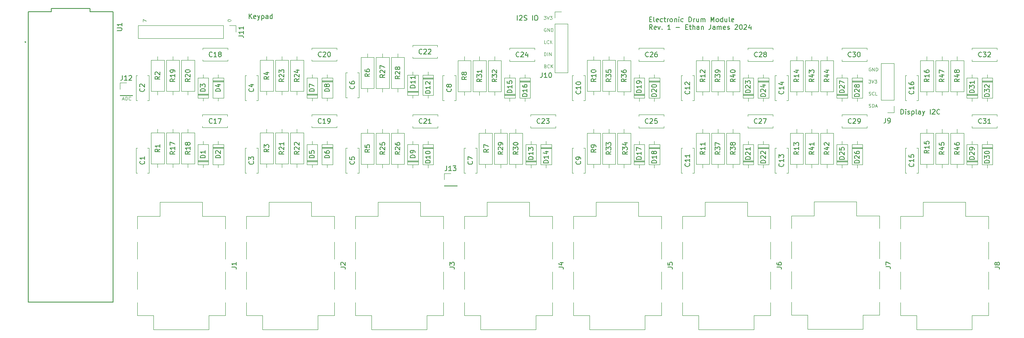
<source format=gbr>
%TF.GenerationSoftware,KiCad,Pcbnew,8.0.3*%
%TF.CreationDate,2024-10-18T17:58:25-04:00*%
%TF.ProjectId,drum_board,6472756d-5f62-46f6-9172-642e6b696361,rev?*%
%TF.SameCoordinates,Original*%
%TF.FileFunction,Legend,Top*%
%TF.FilePolarity,Positive*%
%FSLAX46Y46*%
G04 Gerber Fmt 4.6, Leading zero omitted, Abs format (unit mm)*
G04 Created by KiCad (PCBNEW 8.0.3) date 2024-10-18 17:58:25*
%MOMM*%
%LPD*%
G01*
G04 APERTURE LIST*
%ADD10C,0.150000*%
%ADD11C,0.100000*%
%ADD12C,0.120000*%
%ADD13C,0.127000*%
%ADD14C,0.200000*%
G04 APERTURE END LIST*
D10*
X144841779Y-64044819D02*
X144841779Y-63044819D01*
X145270350Y-63140057D02*
X145317969Y-63092438D01*
X145317969Y-63092438D02*
X145413207Y-63044819D01*
X145413207Y-63044819D02*
X145651302Y-63044819D01*
X145651302Y-63044819D02*
X145746540Y-63092438D01*
X145746540Y-63092438D02*
X145794159Y-63140057D01*
X145794159Y-63140057D02*
X145841778Y-63235295D01*
X145841778Y-63235295D02*
X145841778Y-63330533D01*
X145841778Y-63330533D02*
X145794159Y-63473390D01*
X145794159Y-63473390D02*
X145222731Y-64044819D01*
X145222731Y-64044819D02*
X145841778Y-64044819D01*
X146222731Y-63997200D02*
X146365588Y-64044819D01*
X146365588Y-64044819D02*
X146603683Y-64044819D01*
X146603683Y-64044819D02*
X146698921Y-63997200D01*
X146698921Y-63997200D02*
X146746540Y-63949580D01*
X146746540Y-63949580D02*
X146794159Y-63854342D01*
X146794159Y-63854342D02*
X146794159Y-63759104D01*
X146794159Y-63759104D02*
X146746540Y-63663866D01*
X146746540Y-63663866D02*
X146698921Y-63616247D01*
X146698921Y-63616247D02*
X146603683Y-63568628D01*
X146603683Y-63568628D02*
X146413207Y-63521009D01*
X146413207Y-63521009D02*
X146317969Y-63473390D01*
X146317969Y-63473390D02*
X146270350Y-63425771D01*
X146270350Y-63425771D02*
X146222731Y-63330533D01*
X146222731Y-63330533D02*
X146222731Y-63235295D01*
X146222731Y-63235295D02*
X146270350Y-63140057D01*
X146270350Y-63140057D02*
X146317969Y-63092438D01*
X146317969Y-63092438D02*
X146413207Y-63044819D01*
X146413207Y-63044819D02*
X146651302Y-63044819D01*
X146651302Y-63044819D02*
X146794159Y-63092438D01*
X147984636Y-64044819D02*
X147984636Y-63044819D01*
X148651302Y-63044819D02*
X148841778Y-63044819D01*
X148841778Y-63044819D02*
X148937016Y-63092438D01*
X148937016Y-63092438D02*
X149032254Y-63187676D01*
X149032254Y-63187676D02*
X149079873Y-63378152D01*
X149079873Y-63378152D02*
X149079873Y-63711485D01*
X149079873Y-63711485D02*
X149032254Y-63901961D01*
X149032254Y-63901961D02*
X148937016Y-63997200D01*
X148937016Y-63997200D02*
X148841778Y-64044819D01*
X148841778Y-64044819D02*
X148651302Y-64044819D01*
X148651302Y-64044819D02*
X148556064Y-63997200D01*
X148556064Y-63997200D02*
X148460826Y-63901961D01*
X148460826Y-63901961D02*
X148413207Y-63711485D01*
X148413207Y-63711485D02*
X148413207Y-63378152D01*
X148413207Y-63378152D02*
X148460826Y-63187676D01*
X148460826Y-63187676D02*
X148556064Y-63092438D01*
X148556064Y-63092438D02*
X148651302Y-63044819D01*
X225251329Y-83753369D02*
X225251329Y-82753369D01*
X225251329Y-82753369D02*
X225489424Y-82753369D01*
X225489424Y-82753369D02*
X225632281Y-82800988D01*
X225632281Y-82800988D02*
X225727519Y-82896226D01*
X225727519Y-82896226D02*
X225775138Y-82991464D01*
X225775138Y-82991464D02*
X225822757Y-83181940D01*
X225822757Y-83181940D02*
X225822757Y-83324797D01*
X225822757Y-83324797D02*
X225775138Y-83515273D01*
X225775138Y-83515273D02*
X225727519Y-83610511D01*
X225727519Y-83610511D02*
X225632281Y-83705750D01*
X225632281Y-83705750D02*
X225489424Y-83753369D01*
X225489424Y-83753369D02*
X225251329Y-83753369D01*
X226251329Y-83753369D02*
X226251329Y-83086702D01*
X226251329Y-82753369D02*
X226203710Y-82800988D01*
X226203710Y-82800988D02*
X226251329Y-82848607D01*
X226251329Y-82848607D02*
X226298948Y-82800988D01*
X226298948Y-82800988D02*
X226251329Y-82753369D01*
X226251329Y-82753369D02*
X226251329Y-82848607D01*
X226679900Y-83705750D02*
X226775138Y-83753369D01*
X226775138Y-83753369D02*
X226965614Y-83753369D01*
X226965614Y-83753369D02*
X227060852Y-83705750D01*
X227060852Y-83705750D02*
X227108471Y-83610511D01*
X227108471Y-83610511D02*
X227108471Y-83562892D01*
X227108471Y-83562892D02*
X227060852Y-83467654D01*
X227060852Y-83467654D02*
X226965614Y-83420035D01*
X226965614Y-83420035D02*
X226822757Y-83420035D01*
X226822757Y-83420035D02*
X226727519Y-83372416D01*
X226727519Y-83372416D02*
X226679900Y-83277178D01*
X226679900Y-83277178D02*
X226679900Y-83229559D01*
X226679900Y-83229559D02*
X226727519Y-83134321D01*
X226727519Y-83134321D02*
X226822757Y-83086702D01*
X226822757Y-83086702D02*
X226965614Y-83086702D01*
X226965614Y-83086702D02*
X227060852Y-83134321D01*
X227537043Y-83086702D02*
X227537043Y-84086702D01*
X227537043Y-83134321D02*
X227632281Y-83086702D01*
X227632281Y-83086702D02*
X227822757Y-83086702D01*
X227822757Y-83086702D02*
X227917995Y-83134321D01*
X227917995Y-83134321D02*
X227965614Y-83181940D01*
X227965614Y-83181940D02*
X228013233Y-83277178D01*
X228013233Y-83277178D02*
X228013233Y-83562892D01*
X228013233Y-83562892D02*
X227965614Y-83658130D01*
X227965614Y-83658130D02*
X227917995Y-83705750D01*
X227917995Y-83705750D02*
X227822757Y-83753369D01*
X227822757Y-83753369D02*
X227632281Y-83753369D01*
X227632281Y-83753369D02*
X227537043Y-83705750D01*
X228584662Y-83753369D02*
X228489424Y-83705750D01*
X228489424Y-83705750D02*
X228441805Y-83610511D01*
X228441805Y-83610511D02*
X228441805Y-82753369D01*
X229394186Y-83753369D02*
X229394186Y-83229559D01*
X229394186Y-83229559D02*
X229346567Y-83134321D01*
X229346567Y-83134321D02*
X229251329Y-83086702D01*
X229251329Y-83086702D02*
X229060853Y-83086702D01*
X229060853Y-83086702D02*
X228965615Y-83134321D01*
X229394186Y-83705750D02*
X229298948Y-83753369D01*
X229298948Y-83753369D02*
X229060853Y-83753369D01*
X229060853Y-83753369D02*
X228965615Y-83705750D01*
X228965615Y-83705750D02*
X228917996Y-83610511D01*
X228917996Y-83610511D02*
X228917996Y-83515273D01*
X228917996Y-83515273D02*
X228965615Y-83420035D01*
X228965615Y-83420035D02*
X229060853Y-83372416D01*
X229060853Y-83372416D02*
X229298948Y-83372416D01*
X229298948Y-83372416D02*
X229394186Y-83324797D01*
X229775139Y-83086702D02*
X230013234Y-83753369D01*
X230251329Y-83086702D02*
X230013234Y-83753369D01*
X230013234Y-83753369D02*
X229917996Y-83991464D01*
X229917996Y-83991464D02*
X229870377Y-84039083D01*
X229870377Y-84039083D02*
X229775139Y-84086702D01*
X231394187Y-83753369D02*
X231394187Y-82753369D01*
X231822758Y-82848607D02*
X231870377Y-82800988D01*
X231870377Y-82800988D02*
X231965615Y-82753369D01*
X231965615Y-82753369D02*
X232203710Y-82753369D01*
X232203710Y-82753369D02*
X232298948Y-82800988D01*
X232298948Y-82800988D02*
X232346567Y-82848607D01*
X232346567Y-82848607D02*
X232394186Y-82943845D01*
X232394186Y-82943845D02*
X232394186Y-83039083D01*
X232394186Y-83039083D02*
X232346567Y-83181940D01*
X232346567Y-83181940D02*
X231775139Y-83753369D01*
X231775139Y-83753369D02*
X232394186Y-83753369D01*
X233394186Y-83658130D02*
X233346567Y-83705750D01*
X233346567Y-83705750D02*
X233203710Y-83753369D01*
X233203710Y-83753369D02*
X233108472Y-83753369D01*
X233108472Y-83753369D02*
X232965615Y-83705750D01*
X232965615Y-83705750D02*
X232870377Y-83610511D01*
X232870377Y-83610511D02*
X232822758Y-83515273D01*
X232822758Y-83515273D02*
X232775139Y-83324797D01*
X232775139Y-83324797D02*
X232775139Y-83181940D01*
X232775139Y-83181940D02*
X232822758Y-82991464D01*
X232822758Y-82991464D02*
X232870377Y-82896226D01*
X232870377Y-82896226D02*
X232965615Y-82800988D01*
X232965615Y-82800988D02*
X233108472Y-82753369D01*
X233108472Y-82753369D02*
X233203710Y-82753369D01*
X233203710Y-82753369D02*
X233346567Y-82800988D01*
X233346567Y-82800988D02*
X233394186Y-82848607D01*
X172546329Y-63839615D02*
X172879662Y-63839615D01*
X173022519Y-64363425D02*
X172546329Y-64363425D01*
X172546329Y-64363425D02*
X172546329Y-63363425D01*
X172546329Y-63363425D02*
X173022519Y-63363425D01*
X173593948Y-64363425D02*
X173498710Y-64315806D01*
X173498710Y-64315806D02*
X173451091Y-64220567D01*
X173451091Y-64220567D02*
X173451091Y-63363425D01*
X174355853Y-64315806D02*
X174260615Y-64363425D01*
X174260615Y-64363425D02*
X174070139Y-64363425D01*
X174070139Y-64363425D02*
X173974901Y-64315806D01*
X173974901Y-64315806D02*
X173927282Y-64220567D01*
X173927282Y-64220567D02*
X173927282Y-63839615D01*
X173927282Y-63839615D02*
X173974901Y-63744377D01*
X173974901Y-63744377D02*
X174070139Y-63696758D01*
X174070139Y-63696758D02*
X174260615Y-63696758D01*
X174260615Y-63696758D02*
X174355853Y-63744377D01*
X174355853Y-63744377D02*
X174403472Y-63839615D01*
X174403472Y-63839615D02*
X174403472Y-63934853D01*
X174403472Y-63934853D02*
X173927282Y-64030091D01*
X175260615Y-64315806D02*
X175165377Y-64363425D01*
X175165377Y-64363425D02*
X174974901Y-64363425D01*
X174974901Y-64363425D02*
X174879663Y-64315806D01*
X174879663Y-64315806D02*
X174832044Y-64268186D01*
X174832044Y-64268186D02*
X174784425Y-64172948D01*
X174784425Y-64172948D02*
X174784425Y-63887234D01*
X174784425Y-63887234D02*
X174832044Y-63791996D01*
X174832044Y-63791996D02*
X174879663Y-63744377D01*
X174879663Y-63744377D02*
X174974901Y-63696758D01*
X174974901Y-63696758D02*
X175165377Y-63696758D01*
X175165377Y-63696758D02*
X175260615Y-63744377D01*
X175546330Y-63696758D02*
X175927282Y-63696758D01*
X175689187Y-63363425D02*
X175689187Y-64220567D01*
X175689187Y-64220567D02*
X175736806Y-64315806D01*
X175736806Y-64315806D02*
X175832044Y-64363425D01*
X175832044Y-64363425D02*
X175927282Y-64363425D01*
X176260616Y-64363425D02*
X176260616Y-63696758D01*
X176260616Y-63887234D02*
X176308235Y-63791996D01*
X176308235Y-63791996D02*
X176355854Y-63744377D01*
X176355854Y-63744377D02*
X176451092Y-63696758D01*
X176451092Y-63696758D02*
X176546330Y-63696758D01*
X177022521Y-64363425D02*
X176927283Y-64315806D01*
X176927283Y-64315806D02*
X176879664Y-64268186D01*
X176879664Y-64268186D02*
X176832045Y-64172948D01*
X176832045Y-64172948D02*
X176832045Y-63887234D01*
X176832045Y-63887234D02*
X176879664Y-63791996D01*
X176879664Y-63791996D02*
X176927283Y-63744377D01*
X176927283Y-63744377D02*
X177022521Y-63696758D01*
X177022521Y-63696758D02*
X177165378Y-63696758D01*
X177165378Y-63696758D02*
X177260616Y-63744377D01*
X177260616Y-63744377D02*
X177308235Y-63791996D01*
X177308235Y-63791996D02*
X177355854Y-63887234D01*
X177355854Y-63887234D02*
X177355854Y-64172948D01*
X177355854Y-64172948D02*
X177308235Y-64268186D01*
X177308235Y-64268186D02*
X177260616Y-64315806D01*
X177260616Y-64315806D02*
X177165378Y-64363425D01*
X177165378Y-64363425D02*
X177022521Y-64363425D01*
X177784426Y-63696758D02*
X177784426Y-64363425D01*
X177784426Y-63791996D02*
X177832045Y-63744377D01*
X177832045Y-63744377D02*
X177927283Y-63696758D01*
X177927283Y-63696758D02*
X178070140Y-63696758D01*
X178070140Y-63696758D02*
X178165378Y-63744377D01*
X178165378Y-63744377D02*
X178212997Y-63839615D01*
X178212997Y-63839615D02*
X178212997Y-64363425D01*
X178689188Y-64363425D02*
X178689188Y-63696758D01*
X178689188Y-63363425D02*
X178641569Y-63411044D01*
X178641569Y-63411044D02*
X178689188Y-63458663D01*
X178689188Y-63458663D02*
X178736807Y-63411044D01*
X178736807Y-63411044D02*
X178689188Y-63363425D01*
X178689188Y-63363425D02*
X178689188Y-63458663D01*
X179593949Y-64315806D02*
X179498711Y-64363425D01*
X179498711Y-64363425D02*
X179308235Y-64363425D01*
X179308235Y-64363425D02*
X179212997Y-64315806D01*
X179212997Y-64315806D02*
X179165378Y-64268186D01*
X179165378Y-64268186D02*
X179117759Y-64172948D01*
X179117759Y-64172948D02*
X179117759Y-63887234D01*
X179117759Y-63887234D02*
X179165378Y-63791996D01*
X179165378Y-63791996D02*
X179212997Y-63744377D01*
X179212997Y-63744377D02*
X179308235Y-63696758D01*
X179308235Y-63696758D02*
X179498711Y-63696758D01*
X179498711Y-63696758D02*
X179593949Y-63744377D01*
X180784426Y-64363425D02*
X180784426Y-63363425D01*
X180784426Y-63363425D02*
X181022521Y-63363425D01*
X181022521Y-63363425D02*
X181165378Y-63411044D01*
X181165378Y-63411044D02*
X181260616Y-63506282D01*
X181260616Y-63506282D02*
X181308235Y-63601520D01*
X181308235Y-63601520D02*
X181355854Y-63791996D01*
X181355854Y-63791996D02*
X181355854Y-63934853D01*
X181355854Y-63934853D02*
X181308235Y-64125329D01*
X181308235Y-64125329D02*
X181260616Y-64220567D01*
X181260616Y-64220567D02*
X181165378Y-64315806D01*
X181165378Y-64315806D02*
X181022521Y-64363425D01*
X181022521Y-64363425D02*
X180784426Y-64363425D01*
X181784426Y-64363425D02*
X181784426Y-63696758D01*
X181784426Y-63887234D02*
X181832045Y-63791996D01*
X181832045Y-63791996D02*
X181879664Y-63744377D01*
X181879664Y-63744377D02*
X181974902Y-63696758D01*
X181974902Y-63696758D02*
X182070140Y-63696758D01*
X182832045Y-63696758D02*
X182832045Y-64363425D01*
X182403474Y-63696758D02*
X182403474Y-64220567D01*
X182403474Y-64220567D02*
X182451093Y-64315806D01*
X182451093Y-64315806D02*
X182546331Y-64363425D01*
X182546331Y-64363425D02*
X182689188Y-64363425D01*
X182689188Y-64363425D02*
X182784426Y-64315806D01*
X182784426Y-64315806D02*
X182832045Y-64268186D01*
X183308236Y-64363425D02*
X183308236Y-63696758D01*
X183308236Y-63791996D02*
X183355855Y-63744377D01*
X183355855Y-63744377D02*
X183451093Y-63696758D01*
X183451093Y-63696758D02*
X183593950Y-63696758D01*
X183593950Y-63696758D02*
X183689188Y-63744377D01*
X183689188Y-63744377D02*
X183736807Y-63839615D01*
X183736807Y-63839615D02*
X183736807Y-64363425D01*
X183736807Y-63839615D02*
X183784426Y-63744377D01*
X183784426Y-63744377D02*
X183879664Y-63696758D01*
X183879664Y-63696758D02*
X184022521Y-63696758D01*
X184022521Y-63696758D02*
X184117760Y-63744377D01*
X184117760Y-63744377D02*
X184165379Y-63839615D01*
X184165379Y-63839615D02*
X184165379Y-64363425D01*
X185403474Y-64363425D02*
X185403474Y-63363425D01*
X185403474Y-63363425D02*
X185736807Y-64077710D01*
X185736807Y-64077710D02*
X186070140Y-63363425D01*
X186070140Y-63363425D02*
X186070140Y-64363425D01*
X186689188Y-64363425D02*
X186593950Y-64315806D01*
X186593950Y-64315806D02*
X186546331Y-64268186D01*
X186546331Y-64268186D02*
X186498712Y-64172948D01*
X186498712Y-64172948D02*
X186498712Y-63887234D01*
X186498712Y-63887234D02*
X186546331Y-63791996D01*
X186546331Y-63791996D02*
X186593950Y-63744377D01*
X186593950Y-63744377D02*
X186689188Y-63696758D01*
X186689188Y-63696758D02*
X186832045Y-63696758D01*
X186832045Y-63696758D02*
X186927283Y-63744377D01*
X186927283Y-63744377D02*
X186974902Y-63791996D01*
X186974902Y-63791996D02*
X187022521Y-63887234D01*
X187022521Y-63887234D02*
X187022521Y-64172948D01*
X187022521Y-64172948D02*
X186974902Y-64268186D01*
X186974902Y-64268186D02*
X186927283Y-64315806D01*
X186927283Y-64315806D02*
X186832045Y-64363425D01*
X186832045Y-64363425D02*
X186689188Y-64363425D01*
X187879664Y-64363425D02*
X187879664Y-63363425D01*
X187879664Y-64315806D02*
X187784426Y-64363425D01*
X187784426Y-64363425D02*
X187593950Y-64363425D01*
X187593950Y-64363425D02*
X187498712Y-64315806D01*
X187498712Y-64315806D02*
X187451093Y-64268186D01*
X187451093Y-64268186D02*
X187403474Y-64172948D01*
X187403474Y-64172948D02*
X187403474Y-63887234D01*
X187403474Y-63887234D02*
X187451093Y-63791996D01*
X187451093Y-63791996D02*
X187498712Y-63744377D01*
X187498712Y-63744377D02*
X187593950Y-63696758D01*
X187593950Y-63696758D02*
X187784426Y-63696758D01*
X187784426Y-63696758D02*
X187879664Y-63744377D01*
X188784426Y-63696758D02*
X188784426Y-64363425D01*
X188355855Y-63696758D02*
X188355855Y-64220567D01*
X188355855Y-64220567D02*
X188403474Y-64315806D01*
X188403474Y-64315806D02*
X188498712Y-64363425D01*
X188498712Y-64363425D02*
X188641569Y-64363425D01*
X188641569Y-64363425D02*
X188736807Y-64315806D01*
X188736807Y-64315806D02*
X188784426Y-64268186D01*
X189403474Y-64363425D02*
X189308236Y-64315806D01*
X189308236Y-64315806D02*
X189260617Y-64220567D01*
X189260617Y-64220567D02*
X189260617Y-63363425D01*
X190165379Y-64315806D02*
X190070141Y-64363425D01*
X190070141Y-64363425D02*
X189879665Y-64363425D01*
X189879665Y-64363425D02*
X189784427Y-64315806D01*
X189784427Y-64315806D02*
X189736808Y-64220567D01*
X189736808Y-64220567D02*
X189736808Y-63839615D01*
X189736808Y-63839615D02*
X189784427Y-63744377D01*
X189784427Y-63744377D02*
X189879665Y-63696758D01*
X189879665Y-63696758D02*
X190070141Y-63696758D01*
X190070141Y-63696758D02*
X190165379Y-63744377D01*
X190165379Y-63744377D02*
X190212998Y-63839615D01*
X190212998Y-63839615D02*
X190212998Y-63934853D01*
X190212998Y-63934853D02*
X189736808Y-64030091D01*
X173117757Y-65973369D02*
X172784424Y-65497178D01*
X172546329Y-65973369D02*
X172546329Y-64973369D01*
X172546329Y-64973369D02*
X172927281Y-64973369D01*
X172927281Y-64973369D02*
X173022519Y-65020988D01*
X173022519Y-65020988D02*
X173070138Y-65068607D01*
X173070138Y-65068607D02*
X173117757Y-65163845D01*
X173117757Y-65163845D02*
X173117757Y-65306702D01*
X173117757Y-65306702D02*
X173070138Y-65401940D01*
X173070138Y-65401940D02*
X173022519Y-65449559D01*
X173022519Y-65449559D02*
X172927281Y-65497178D01*
X172927281Y-65497178D02*
X172546329Y-65497178D01*
X173927281Y-65925750D02*
X173832043Y-65973369D01*
X173832043Y-65973369D02*
X173641567Y-65973369D01*
X173641567Y-65973369D02*
X173546329Y-65925750D01*
X173546329Y-65925750D02*
X173498710Y-65830511D01*
X173498710Y-65830511D02*
X173498710Y-65449559D01*
X173498710Y-65449559D02*
X173546329Y-65354321D01*
X173546329Y-65354321D02*
X173641567Y-65306702D01*
X173641567Y-65306702D02*
X173832043Y-65306702D01*
X173832043Y-65306702D02*
X173927281Y-65354321D01*
X173927281Y-65354321D02*
X173974900Y-65449559D01*
X173974900Y-65449559D02*
X173974900Y-65544797D01*
X173974900Y-65544797D02*
X173498710Y-65640035D01*
X174308234Y-65306702D02*
X174546329Y-65973369D01*
X174546329Y-65973369D02*
X174784424Y-65306702D01*
X175165377Y-65878130D02*
X175212996Y-65925750D01*
X175212996Y-65925750D02*
X175165377Y-65973369D01*
X175165377Y-65973369D02*
X175117758Y-65925750D01*
X175117758Y-65925750D02*
X175165377Y-65878130D01*
X175165377Y-65878130D02*
X175165377Y-65973369D01*
X176927281Y-65973369D02*
X176355853Y-65973369D01*
X176641567Y-65973369D02*
X176641567Y-64973369D01*
X176641567Y-64973369D02*
X176546329Y-65116226D01*
X176546329Y-65116226D02*
X176451091Y-65211464D01*
X176451091Y-65211464D02*
X176355853Y-65259083D01*
X178117758Y-65592416D02*
X178879663Y-65592416D01*
X180117758Y-65449559D02*
X180451091Y-65449559D01*
X180593948Y-65973369D02*
X180117758Y-65973369D01*
X180117758Y-65973369D02*
X180117758Y-64973369D01*
X180117758Y-64973369D02*
X180593948Y-64973369D01*
X180879663Y-65306702D02*
X181260615Y-65306702D01*
X181022520Y-64973369D02*
X181022520Y-65830511D01*
X181022520Y-65830511D02*
X181070139Y-65925750D01*
X181070139Y-65925750D02*
X181165377Y-65973369D01*
X181165377Y-65973369D02*
X181260615Y-65973369D01*
X181593949Y-65973369D02*
X181593949Y-64973369D01*
X182022520Y-65973369D02*
X182022520Y-65449559D01*
X182022520Y-65449559D02*
X181974901Y-65354321D01*
X181974901Y-65354321D02*
X181879663Y-65306702D01*
X181879663Y-65306702D02*
X181736806Y-65306702D01*
X181736806Y-65306702D02*
X181641568Y-65354321D01*
X181641568Y-65354321D02*
X181593949Y-65401940D01*
X182927282Y-65973369D02*
X182927282Y-65449559D01*
X182927282Y-65449559D02*
X182879663Y-65354321D01*
X182879663Y-65354321D02*
X182784425Y-65306702D01*
X182784425Y-65306702D02*
X182593949Y-65306702D01*
X182593949Y-65306702D02*
X182498711Y-65354321D01*
X182927282Y-65925750D02*
X182832044Y-65973369D01*
X182832044Y-65973369D02*
X182593949Y-65973369D01*
X182593949Y-65973369D02*
X182498711Y-65925750D01*
X182498711Y-65925750D02*
X182451092Y-65830511D01*
X182451092Y-65830511D02*
X182451092Y-65735273D01*
X182451092Y-65735273D02*
X182498711Y-65640035D01*
X182498711Y-65640035D02*
X182593949Y-65592416D01*
X182593949Y-65592416D02*
X182832044Y-65592416D01*
X182832044Y-65592416D02*
X182927282Y-65544797D01*
X183403473Y-65306702D02*
X183403473Y-65973369D01*
X183403473Y-65401940D02*
X183451092Y-65354321D01*
X183451092Y-65354321D02*
X183546330Y-65306702D01*
X183546330Y-65306702D02*
X183689187Y-65306702D01*
X183689187Y-65306702D02*
X183784425Y-65354321D01*
X183784425Y-65354321D02*
X183832044Y-65449559D01*
X183832044Y-65449559D02*
X183832044Y-65973369D01*
X185355854Y-64973369D02*
X185355854Y-65687654D01*
X185355854Y-65687654D02*
X185308235Y-65830511D01*
X185308235Y-65830511D02*
X185212997Y-65925750D01*
X185212997Y-65925750D02*
X185070140Y-65973369D01*
X185070140Y-65973369D02*
X184974902Y-65973369D01*
X186260616Y-65973369D02*
X186260616Y-65449559D01*
X186260616Y-65449559D02*
X186212997Y-65354321D01*
X186212997Y-65354321D02*
X186117759Y-65306702D01*
X186117759Y-65306702D02*
X185927283Y-65306702D01*
X185927283Y-65306702D02*
X185832045Y-65354321D01*
X186260616Y-65925750D02*
X186165378Y-65973369D01*
X186165378Y-65973369D02*
X185927283Y-65973369D01*
X185927283Y-65973369D02*
X185832045Y-65925750D01*
X185832045Y-65925750D02*
X185784426Y-65830511D01*
X185784426Y-65830511D02*
X185784426Y-65735273D01*
X185784426Y-65735273D02*
X185832045Y-65640035D01*
X185832045Y-65640035D02*
X185927283Y-65592416D01*
X185927283Y-65592416D02*
X186165378Y-65592416D01*
X186165378Y-65592416D02*
X186260616Y-65544797D01*
X186736807Y-65973369D02*
X186736807Y-65306702D01*
X186736807Y-65401940D02*
X186784426Y-65354321D01*
X186784426Y-65354321D02*
X186879664Y-65306702D01*
X186879664Y-65306702D02*
X187022521Y-65306702D01*
X187022521Y-65306702D02*
X187117759Y-65354321D01*
X187117759Y-65354321D02*
X187165378Y-65449559D01*
X187165378Y-65449559D02*
X187165378Y-65973369D01*
X187165378Y-65449559D02*
X187212997Y-65354321D01*
X187212997Y-65354321D02*
X187308235Y-65306702D01*
X187308235Y-65306702D02*
X187451092Y-65306702D01*
X187451092Y-65306702D02*
X187546331Y-65354321D01*
X187546331Y-65354321D02*
X187593950Y-65449559D01*
X187593950Y-65449559D02*
X187593950Y-65973369D01*
X188451092Y-65925750D02*
X188355854Y-65973369D01*
X188355854Y-65973369D02*
X188165378Y-65973369D01*
X188165378Y-65973369D02*
X188070140Y-65925750D01*
X188070140Y-65925750D02*
X188022521Y-65830511D01*
X188022521Y-65830511D02*
X188022521Y-65449559D01*
X188022521Y-65449559D02*
X188070140Y-65354321D01*
X188070140Y-65354321D02*
X188165378Y-65306702D01*
X188165378Y-65306702D02*
X188355854Y-65306702D01*
X188355854Y-65306702D02*
X188451092Y-65354321D01*
X188451092Y-65354321D02*
X188498711Y-65449559D01*
X188498711Y-65449559D02*
X188498711Y-65544797D01*
X188498711Y-65544797D02*
X188022521Y-65640035D01*
X188879664Y-65925750D02*
X188974902Y-65973369D01*
X188974902Y-65973369D02*
X189165378Y-65973369D01*
X189165378Y-65973369D02*
X189260616Y-65925750D01*
X189260616Y-65925750D02*
X189308235Y-65830511D01*
X189308235Y-65830511D02*
X189308235Y-65782892D01*
X189308235Y-65782892D02*
X189260616Y-65687654D01*
X189260616Y-65687654D02*
X189165378Y-65640035D01*
X189165378Y-65640035D02*
X189022521Y-65640035D01*
X189022521Y-65640035D02*
X188927283Y-65592416D01*
X188927283Y-65592416D02*
X188879664Y-65497178D01*
X188879664Y-65497178D02*
X188879664Y-65449559D01*
X188879664Y-65449559D02*
X188927283Y-65354321D01*
X188927283Y-65354321D02*
X189022521Y-65306702D01*
X189022521Y-65306702D02*
X189165378Y-65306702D01*
X189165378Y-65306702D02*
X189260616Y-65354321D01*
X190451093Y-65068607D02*
X190498712Y-65020988D01*
X190498712Y-65020988D02*
X190593950Y-64973369D01*
X190593950Y-64973369D02*
X190832045Y-64973369D01*
X190832045Y-64973369D02*
X190927283Y-65020988D01*
X190927283Y-65020988D02*
X190974902Y-65068607D01*
X190974902Y-65068607D02*
X191022521Y-65163845D01*
X191022521Y-65163845D02*
X191022521Y-65259083D01*
X191022521Y-65259083D02*
X190974902Y-65401940D01*
X190974902Y-65401940D02*
X190403474Y-65973369D01*
X190403474Y-65973369D02*
X191022521Y-65973369D01*
X191641569Y-64973369D02*
X191736807Y-64973369D01*
X191736807Y-64973369D02*
X191832045Y-65020988D01*
X191832045Y-65020988D02*
X191879664Y-65068607D01*
X191879664Y-65068607D02*
X191927283Y-65163845D01*
X191927283Y-65163845D02*
X191974902Y-65354321D01*
X191974902Y-65354321D02*
X191974902Y-65592416D01*
X191974902Y-65592416D02*
X191927283Y-65782892D01*
X191927283Y-65782892D02*
X191879664Y-65878130D01*
X191879664Y-65878130D02*
X191832045Y-65925750D01*
X191832045Y-65925750D02*
X191736807Y-65973369D01*
X191736807Y-65973369D02*
X191641569Y-65973369D01*
X191641569Y-65973369D02*
X191546331Y-65925750D01*
X191546331Y-65925750D02*
X191498712Y-65878130D01*
X191498712Y-65878130D02*
X191451093Y-65782892D01*
X191451093Y-65782892D02*
X191403474Y-65592416D01*
X191403474Y-65592416D02*
X191403474Y-65354321D01*
X191403474Y-65354321D02*
X191451093Y-65163845D01*
X191451093Y-65163845D02*
X191498712Y-65068607D01*
X191498712Y-65068607D02*
X191546331Y-65020988D01*
X191546331Y-65020988D02*
X191641569Y-64973369D01*
X192355855Y-65068607D02*
X192403474Y-65020988D01*
X192403474Y-65020988D02*
X192498712Y-64973369D01*
X192498712Y-64973369D02*
X192736807Y-64973369D01*
X192736807Y-64973369D02*
X192832045Y-65020988D01*
X192832045Y-65020988D02*
X192879664Y-65068607D01*
X192879664Y-65068607D02*
X192927283Y-65163845D01*
X192927283Y-65163845D02*
X192927283Y-65259083D01*
X192927283Y-65259083D02*
X192879664Y-65401940D01*
X192879664Y-65401940D02*
X192308236Y-65973369D01*
X192308236Y-65973369D02*
X192927283Y-65973369D01*
X193784426Y-65306702D02*
X193784426Y-65973369D01*
X193546331Y-64925750D02*
X193308236Y-65640035D01*
X193308236Y-65640035D02*
X193927283Y-65640035D01*
D11*
X66278633Y-64333761D02*
X66278633Y-63867094D01*
X66278633Y-63867094D02*
X66978633Y-64167094D01*
X150685789Y-73651966D02*
X150785789Y-73685300D01*
X150785789Y-73685300D02*
X150819122Y-73718633D01*
X150819122Y-73718633D02*
X150852455Y-73785300D01*
X150852455Y-73785300D02*
X150852455Y-73885300D01*
X150852455Y-73885300D02*
X150819122Y-73951966D01*
X150819122Y-73951966D02*
X150785789Y-73985300D01*
X150785789Y-73985300D02*
X150719122Y-74018633D01*
X150719122Y-74018633D02*
X150452455Y-74018633D01*
X150452455Y-74018633D02*
X150452455Y-73318633D01*
X150452455Y-73318633D02*
X150685789Y-73318633D01*
X150685789Y-73318633D02*
X150752455Y-73351966D01*
X150752455Y-73351966D02*
X150785789Y-73385300D01*
X150785789Y-73385300D02*
X150819122Y-73451966D01*
X150819122Y-73451966D02*
X150819122Y-73518633D01*
X150819122Y-73518633D02*
X150785789Y-73585300D01*
X150785789Y-73585300D02*
X150752455Y-73618633D01*
X150752455Y-73618633D02*
X150685789Y-73651966D01*
X150685789Y-73651966D02*
X150452455Y-73651966D01*
X151552455Y-73951966D02*
X151519122Y-73985300D01*
X151519122Y-73985300D02*
X151419122Y-74018633D01*
X151419122Y-74018633D02*
X151352455Y-74018633D01*
X151352455Y-74018633D02*
X151252455Y-73985300D01*
X151252455Y-73985300D02*
X151185789Y-73918633D01*
X151185789Y-73918633D02*
X151152455Y-73851966D01*
X151152455Y-73851966D02*
X151119122Y-73718633D01*
X151119122Y-73718633D02*
X151119122Y-73618633D01*
X151119122Y-73618633D02*
X151152455Y-73485300D01*
X151152455Y-73485300D02*
X151185789Y-73418633D01*
X151185789Y-73418633D02*
X151252455Y-73351966D01*
X151252455Y-73351966D02*
X151352455Y-73318633D01*
X151352455Y-73318633D02*
X151419122Y-73318633D01*
X151419122Y-73318633D02*
X151519122Y-73351966D01*
X151519122Y-73351966D02*
X151552455Y-73385300D01*
X151852455Y-74018633D02*
X151852455Y-73318633D01*
X152252455Y-74018633D02*
X151952455Y-73618633D01*
X152252455Y-73318633D02*
X151852455Y-73718633D01*
X218909672Y-74010516D02*
X218843005Y-73977183D01*
X218843005Y-73977183D02*
X218743005Y-73977183D01*
X218743005Y-73977183D02*
X218643005Y-74010516D01*
X218643005Y-74010516D02*
X218576339Y-74077183D01*
X218576339Y-74077183D02*
X218543005Y-74143850D01*
X218543005Y-74143850D02*
X218509672Y-74277183D01*
X218509672Y-74277183D02*
X218509672Y-74377183D01*
X218509672Y-74377183D02*
X218543005Y-74510516D01*
X218543005Y-74510516D02*
X218576339Y-74577183D01*
X218576339Y-74577183D02*
X218643005Y-74643850D01*
X218643005Y-74643850D02*
X218743005Y-74677183D01*
X218743005Y-74677183D02*
X218809672Y-74677183D01*
X218809672Y-74677183D02*
X218909672Y-74643850D01*
X218909672Y-74643850D02*
X218943005Y-74610516D01*
X218943005Y-74610516D02*
X218943005Y-74377183D01*
X218943005Y-74377183D02*
X218809672Y-74377183D01*
X219243005Y-74677183D02*
X219243005Y-73977183D01*
X219243005Y-73977183D02*
X219643005Y-74677183D01*
X219643005Y-74677183D02*
X219643005Y-73977183D01*
X219976338Y-74677183D02*
X219976338Y-73977183D01*
X219976338Y-73977183D02*
X220143005Y-73977183D01*
X220143005Y-73977183D02*
X220243005Y-74010516D01*
X220243005Y-74010516D02*
X220309672Y-74077183D01*
X220309672Y-74077183D02*
X220343005Y-74143850D01*
X220343005Y-74143850D02*
X220376338Y-74277183D01*
X220376338Y-74277183D02*
X220376338Y-74377183D01*
X220376338Y-74377183D02*
X220343005Y-74510516D01*
X220343005Y-74510516D02*
X220309672Y-74577183D01*
X220309672Y-74577183D02*
X220243005Y-74643850D01*
X220243005Y-74643850D02*
X220143005Y-74677183D01*
X220143005Y-74677183D02*
X219976338Y-74677183D01*
X218476339Y-76517183D02*
X218909672Y-76517183D01*
X218909672Y-76517183D02*
X218676339Y-76783850D01*
X218676339Y-76783850D02*
X218776339Y-76783850D01*
X218776339Y-76783850D02*
X218843005Y-76817183D01*
X218843005Y-76817183D02*
X218876339Y-76850516D01*
X218876339Y-76850516D02*
X218909672Y-76917183D01*
X218909672Y-76917183D02*
X218909672Y-77083850D01*
X218909672Y-77083850D02*
X218876339Y-77150516D01*
X218876339Y-77150516D02*
X218843005Y-77183850D01*
X218843005Y-77183850D02*
X218776339Y-77217183D01*
X218776339Y-77217183D02*
X218576339Y-77217183D01*
X218576339Y-77217183D02*
X218509672Y-77183850D01*
X218509672Y-77183850D02*
X218476339Y-77150516D01*
X219109672Y-76517183D02*
X219343006Y-77217183D01*
X219343006Y-77217183D02*
X219576339Y-76517183D01*
X219743006Y-76517183D02*
X220176339Y-76517183D01*
X220176339Y-76517183D02*
X219943006Y-76783850D01*
X219943006Y-76783850D02*
X220043006Y-76783850D01*
X220043006Y-76783850D02*
X220109672Y-76817183D01*
X220109672Y-76817183D02*
X220143006Y-76850516D01*
X220143006Y-76850516D02*
X220176339Y-76917183D01*
X220176339Y-76917183D02*
X220176339Y-77083850D01*
X220176339Y-77083850D02*
X220143006Y-77150516D01*
X220143006Y-77150516D02*
X220109672Y-77183850D01*
X220109672Y-77183850D02*
X220043006Y-77217183D01*
X220043006Y-77217183D02*
X219843006Y-77217183D01*
X219843006Y-77217183D02*
X219776339Y-77183850D01*
X219776339Y-77183850D02*
X219743006Y-77150516D01*
X62019122Y-80618633D02*
X62352455Y-80618633D01*
X61952455Y-80818633D02*
X62185789Y-80118633D01*
X62185789Y-80118633D02*
X62419122Y-80818633D01*
X62652455Y-80818633D02*
X62652455Y-80118633D01*
X62652455Y-80118633D02*
X62819122Y-80118633D01*
X62819122Y-80118633D02*
X62919122Y-80151966D01*
X62919122Y-80151966D02*
X62985789Y-80218633D01*
X62985789Y-80218633D02*
X63019122Y-80285300D01*
X63019122Y-80285300D02*
X63052455Y-80418633D01*
X63052455Y-80418633D02*
X63052455Y-80518633D01*
X63052455Y-80518633D02*
X63019122Y-80651966D01*
X63019122Y-80651966D02*
X62985789Y-80718633D01*
X62985789Y-80718633D02*
X62919122Y-80785300D01*
X62919122Y-80785300D02*
X62819122Y-80818633D01*
X62819122Y-80818633D02*
X62652455Y-80818633D01*
X63752455Y-80751966D02*
X63719122Y-80785300D01*
X63719122Y-80785300D02*
X63619122Y-80818633D01*
X63619122Y-80818633D02*
X63552455Y-80818633D01*
X63552455Y-80818633D02*
X63452455Y-80785300D01*
X63452455Y-80785300D02*
X63385789Y-80718633D01*
X63385789Y-80718633D02*
X63352455Y-80651966D01*
X63352455Y-80651966D02*
X63319122Y-80518633D01*
X63319122Y-80518633D02*
X63319122Y-80418633D01*
X63319122Y-80418633D02*
X63352455Y-80285300D01*
X63352455Y-80285300D02*
X63385789Y-80218633D01*
X63385789Y-80218633D02*
X63452455Y-80151966D01*
X63452455Y-80151966D02*
X63552455Y-80118633D01*
X63552455Y-80118633D02*
X63619122Y-80118633D01*
X63619122Y-80118633D02*
X63719122Y-80151966D01*
X63719122Y-80151966D02*
X63752455Y-80185300D01*
X150819122Y-65731966D02*
X150752455Y-65698633D01*
X150752455Y-65698633D02*
X150652455Y-65698633D01*
X150652455Y-65698633D02*
X150552455Y-65731966D01*
X150552455Y-65731966D02*
X150485789Y-65798633D01*
X150485789Y-65798633D02*
X150452455Y-65865300D01*
X150452455Y-65865300D02*
X150419122Y-65998633D01*
X150419122Y-65998633D02*
X150419122Y-66098633D01*
X150419122Y-66098633D02*
X150452455Y-66231966D01*
X150452455Y-66231966D02*
X150485789Y-66298633D01*
X150485789Y-66298633D02*
X150552455Y-66365300D01*
X150552455Y-66365300D02*
X150652455Y-66398633D01*
X150652455Y-66398633D02*
X150719122Y-66398633D01*
X150719122Y-66398633D02*
X150819122Y-66365300D01*
X150819122Y-66365300D02*
X150852455Y-66331966D01*
X150852455Y-66331966D02*
X150852455Y-66098633D01*
X150852455Y-66098633D02*
X150719122Y-66098633D01*
X151152455Y-66398633D02*
X151152455Y-65698633D01*
X151152455Y-65698633D02*
X151552455Y-66398633D01*
X151552455Y-66398633D02*
X151552455Y-65698633D01*
X151885788Y-66398633D02*
X151885788Y-65698633D01*
X151885788Y-65698633D02*
X152052455Y-65698633D01*
X152052455Y-65698633D02*
X152152455Y-65731966D01*
X152152455Y-65731966D02*
X152219122Y-65798633D01*
X152219122Y-65798633D02*
X152252455Y-65865300D01*
X152252455Y-65865300D02*
X152285788Y-65998633D01*
X152285788Y-65998633D02*
X152285788Y-66098633D01*
X152285788Y-66098633D02*
X152252455Y-66231966D01*
X152252455Y-66231966D02*
X152219122Y-66298633D01*
X152219122Y-66298633D02*
X152152455Y-66365300D01*
X152152455Y-66365300D02*
X152052455Y-66398633D01*
X152052455Y-66398633D02*
X151885788Y-66398633D01*
X150452455Y-71478633D02*
X150452455Y-70778633D01*
X150452455Y-70778633D02*
X150619122Y-70778633D01*
X150619122Y-70778633D02*
X150719122Y-70811966D01*
X150719122Y-70811966D02*
X150785789Y-70878633D01*
X150785789Y-70878633D02*
X150819122Y-70945300D01*
X150819122Y-70945300D02*
X150852455Y-71078633D01*
X150852455Y-71078633D02*
X150852455Y-71178633D01*
X150852455Y-71178633D02*
X150819122Y-71311966D01*
X150819122Y-71311966D02*
X150785789Y-71378633D01*
X150785789Y-71378633D02*
X150719122Y-71445300D01*
X150719122Y-71445300D02*
X150619122Y-71478633D01*
X150619122Y-71478633D02*
X150452455Y-71478633D01*
X151152455Y-71478633D02*
X151152455Y-70778633D01*
X151485788Y-71478633D02*
X151485788Y-70778633D01*
X151485788Y-70778633D02*
X151885788Y-71478633D01*
X151885788Y-71478633D02*
X151885788Y-70778633D01*
D10*
X88586779Y-63710819D02*
X88586779Y-62710819D01*
X89158207Y-63710819D02*
X88729636Y-63139390D01*
X89158207Y-62710819D02*
X88586779Y-63282247D01*
X89967731Y-63663200D02*
X89872493Y-63710819D01*
X89872493Y-63710819D02*
X89682017Y-63710819D01*
X89682017Y-63710819D02*
X89586779Y-63663200D01*
X89586779Y-63663200D02*
X89539160Y-63567961D01*
X89539160Y-63567961D02*
X89539160Y-63187009D01*
X89539160Y-63187009D02*
X89586779Y-63091771D01*
X89586779Y-63091771D02*
X89682017Y-63044152D01*
X89682017Y-63044152D02*
X89872493Y-63044152D01*
X89872493Y-63044152D02*
X89967731Y-63091771D01*
X89967731Y-63091771D02*
X90015350Y-63187009D01*
X90015350Y-63187009D02*
X90015350Y-63282247D01*
X90015350Y-63282247D02*
X89539160Y-63377485D01*
X90348684Y-63044152D02*
X90586779Y-63710819D01*
X90824874Y-63044152D02*
X90586779Y-63710819D01*
X90586779Y-63710819D02*
X90491541Y-63948914D01*
X90491541Y-63948914D02*
X90443922Y-63996533D01*
X90443922Y-63996533D02*
X90348684Y-64044152D01*
X91205827Y-63044152D02*
X91205827Y-64044152D01*
X91205827Y-63091771D02*
X91301065Y-63044152D01*
X91301065Y-63044152D02*
X91491541Y-63044152D01*
X91491541Y-63044152D02*
X91586779Y-63091771D01*
X91586779Y-63091771D02*
X91634398Y-63139390D01*
X91634398Y-63139390D02*
X91682017Y-63234628D01*
X91682017Y-63234628D02*
X91682017Y-63520342D01*
X91682017Y-63520342D02*
X91634398Y-63615580D01*
X91634398Y-63615580D02*
X91586779Y-63663200D01*
X91586779Y-63663200D02*
X91491541Y-63710819D01*
X91491541Y-63710819D02*
X91301065Y-63710819D01*
X91301065Y-63710819D02*
X91205827Y-63663200D01*
X92539160Y-63710819D02*
X92539160Y-63187009D01*
X92539160Y-63187009D02*
X92491541Y-63091771D01*
X92491541Y-63091771D02*
X92396303Y-63044152D01*
X92396303Y-63044152D02*
X92205827Y-63044152D01*
X92205827Y-63044152D02*
X92110589Y-63091771D01*
X92539160Y-63663200D02*
X92443922Y-63710819D01*
X92443922Y-63710819D02*
X92205827Y-63710819D01*
X92205827Y-63710819D02*
X92110589Y-63663200D01*
X92110589Y-63663200D02*
X92062970Y-63567961D01*
X92062970Y-63567961D02*
X92062970Y-63472723D01*
X92062970Y-63472723D02*
X92110589Y-63377485D01*
X92110589Y-63377485D02*
X92205827Y-63329866D01*
X92205827Y-63329866D02*
X92443922Y-63329866D01*
X92443922Y-63329866D02*
X92539160Y-63282247D01*
X93443922Y-63710819D02*
X93443922Y-62710819D01*
X93443922Y-63663200D02*
X93348684Y-63710819D01*
X93348684Y-63710819D02*
X93158208Y-63710819D01*
X93158208Y-63710819D02*
X93062970Y-63663200D01*
X93062970Y-63663200D02*
X93015351Y-63615580D01*
X93015351Y-63615580D02*
X92967732Y-63520342D01*
X92967732Y-63520342D02*
X92967732Y-63234628D01*
X92967732Y-63234628D02*
X93015351Y-63139390D01*
X93015351Y-63139390D02*
X93062970Y-63091771D01*
X93062970Y-63091771D02*
X93158208Y-63044152D01*
X93158208Y-63044152D02*
X93348684Y-63044152D01*
X93348684Y-63044152D02*
X93443922Y-63091771D01*
D11*
X150385789Y-63158633D02*
X150819122Y-63158633D01*
X150819122Y-63158633D02*
X150585789Y-63425300D01*
X150585789Y-63425300D02*
X150685789Y-63425300D01*
X150685789Y-63425300D02*
X150752455Y-63458633D01*
X150752455Y-63458633D02*
X150785789Y-63491966D01*
X150785789Y-63491966D02*
X150819122Y-63558633D01*
X150819122Y-63558633D02*
X150819122Y-63725300D01*
X150819122Y-63725300D02*
X150785789Y-63791966D01*
X150785789Y-63791966D02*
X150752455Y-63825300D01*
X150752455Y-63825300D02*
X150685789Y-63858633D01*
X150685789Y-63858633D02*
X150485789Y-63858633D01*
X150485789Y-63858633D02*
X150419122Y-63825300D01*
X150419122Y-63825300D02*
X150385789Y-63791966D01*
X151019122Y-63158633D02*
X151252456Y-63858633D01*
X151252456Y-63858633D02*
X151485789Y-63158633D01*
X151652456Y-63158633D02*
X152085789Y-63158633D01*
X152085789Y-63158633D02*
X151852456Y-63425300D01*
X151852456Y-63425300D02*
X151952456Y-63425300D01*
X151952456Y-63425300D02*
X152019122Y-63458633D01*
X152019122Y-63458633D02*
X152052456Y-63491966D01*
X152052456Y-63491966D02*
X152085789Y-63558633D01*
X152085789Y-63558633D02*
X152085789Y-63725300D01*
X152085789Y-63725300D02*
X152052456Y-63791966D01*
X152052456Y-63791966D02*
X152019122Y-63825300D01*
X152019122Y-63825300D02*
X151952456Y-63858633D01*
X151952456Y-63858633D02*
X151752456Y-63858633D01*
X151752456Y-63858633D02*
X151685789Y-63825300D01*
X151685789Y-63825300D02*
X151652456Y-63791966D01*
X150785789Y-68938633D02*
X150452455Y-68938633D01*
X150452455Y-68938633D02*
X150452455Y-68238633D01*
X151419122Y-68871966D02*
X151385789Y-68905300D01*
X151385789Y-68905300D02*
X151285789Y-68938633D01*
X151285789Y-68938633D02*
X151219122Y-68938633D01*
X151219122Y-68938633D02*
X151119122Y-68905300D01*
X151119122Y-68905300D02*
X151052456Y-68838633D01*
X151052456Y-68838633D02*
X151019122Y-68771966D01*
X151019122Y-68771966D02*
X150985789Y-68638633D01*
X150985789Y-68638633D02*
X150985789Y-68538633D01*
X150985789Y-68538633D02*
X151019122Y-68405300D01*
X151019122Y-68405300D02*
X151052456Y-68338633D01*
X151052456Y-68338633D02*
X151119122Y-68271966D01*
X151119122Y-68271966D02*
X151219122Y-68238633D01*
X151219122Y-68238633D02*
X151285789Y-68238633D01*
X151285789Y-68238633D02*
X151385789Y-68271966D01*
X151385789Y-68271966D02*
X151419122Y-68305300D01*
X151719122Y-68938633D02*
X151719122Y-68238633D01*
X152119122Y-68938633D02*
X151819122Y-68538633D01*
X152119122Y-68238633D02*
X151719122Y-68638633D01*
X218509672Y-82263850D02*
X218609672Y-82297183D01*
X218609672Y-82297183D02*
X218776339Y-82297183D01*
X218776339Y-82297183D02*
X218843005Y-82263850D01*
X218843005Y-82263850D02*
X218876339Y-82230516D01*
X218876339Y-82230516D02*
X218909672Y-82163850D01*
X218909672Y-82163850D02*
X218909672Y-82097183D01*
X218909672Y-82097183D02*
X218876339Y-82030516D01*
X218876339Y-82030516D02*
X218843005Y-81997183D01*
X218843005Y-81997183D02*
X218776339Y-81963850D01*
X218776339Y-81963850D02*
X218643005Y-81930516D01*
X218643005Y-81930516D02*
X218576339Y-81897183D01*
X218576339Y-81897183D02*
X218543005Y-81863850D01*
X218543005Y-81863850D02*
X218509672Y-81797183D01*
X218509672Y-81797183D02*
X218509672Y-81730516D01*
X218509672Y-81730516D02*
X218543005Y-81663850D01*
X218543005Y-81663850D02*
X218576339Y-81630516D01*
X218576339Y-81630516D02*
X218643005Y-81597183D01*
X218643005Y-81597183D02*
X218809672Y-81597183D01*
X218809672Y-81597183D02*
X218909672Y-81630516D01*
X219209672Y-82297183D02*
X219209672Y-81597183D01*
X219209672Y-81597183D02*
X219376339Y-81597183D01*
X219376339Y-81597183D02*
X219476339Y-81630516D01*
X219476339Y-81630516D02*
X219543006Y-81697183D01*
X219543006Y-81697183D02*
X219576339Y-81763850D01*
X219576339Y-81763850D02*
X219609672Y-81897183D01*
X219609672Y-81897183D02*
X219609672Y-81997183D01*
X219609672Y-81997183D02*
X219576339Y-82130516D01*
X219576339Y-82130516D02*
X219543006Y-82197183D01*
X219543006Y-82197183D02*
X219476339Y-82263850D01*
X219476339Y-82263850D02*
X219376339Y-82297183D01*
X219376339Y-82297183D02*
X219209672Y-82297183D01*
X219876339Y-82097183D02*
X220209672Y-82097183D01*
X219809672Y-82297183D02*
X220043006Y-81597183D01*
X220043006Y-81597183D02*
X220276339Y-82297183D01*
X218509672Y-79723850D02*
X218609672Y-79757183D01*
X218609672Y-79757183D02*
X218776339Y-79757183D01*
X218776339Y-79757183D02*
X218843005Y-79723850D01*
X218843005Y-79723850D02*
X218876339Y-79690516D01*
X218876339Y-79690516D02*
X218909672Y-79623850D01*
X218909672Y-79623850D02*
X218909672Y-79557183D01*
X218909672Y-79557183D02*
X218876339Y-79490516D01*
X218876339Y-79490516D02*
X218843005Y-79457183D01*
X218843005Y-79457183D02*
X218776339Y-79423850D01*
X218776339Y-79423850D02*
X218643005Y-79390516D01*
X218643005Y-79390516D02*
X218576339Y-79357183D01*
X218576339Y-79357183D02*
X218543005Y-79323850D01*
X218543005Y-79323850D02*
X218509672Y-79257183D01*
X218509672Y-79257183D02*
X218509672Y-79190516D01*
X218509672Y-79190516D02*
X218543005Y-79123850D01*
X218543005Y-79123850D02*
X218576339Y-79090516D01*
X218576339Y-79090516D02*
X218643005Y-79057183D01*
X218643005Y-79057183D02*
X218809672Y-79057183D01*
X218809672Y-79057183D02*
X218909672Y-79090516D01*
X219609672Y-79690516D02*
X219576339Y-79723850D01*
X219576339Y-79723850D02*
X219476339Y-79757183D01*
X219476339Y-79757183D02*
X219409672Y-79757183D01*
X219409672Y-79757183D02*
X219309672Y-79723850D01*
X219309672Y-79723850D02*
X219243006Y-79657183D01*
X219243006Y-79657183D02*
X219209672Y-79590516D01*
X219209672Y-79590516D02*
X219176339Y-79457183D01*
X219176339Y-79457183D02*
X219176339Y-79357183D01*
X219176339Y-79357183D02*
X219209672Y-79223850D01*
X219209672Y-79223850D02*
X219243006Y-79157183D01*
X219243006Y-79157183D02*
X219309672Y-79090516D01*
X219309672Y-79090516D02*
X219409672Y-79057183D01*
X219409672Y-79057183D02*
X219476339Y-79057183D01*
X219476339Y-79057183D02*
X219576339Y-79090516D01*
X219576339Y-79090516D02*
X219609672Y-79123850D01*
X220243006Y-79757183D02*
X219909672Y-79757183D01*
X219909672Y-79757183D02*
X219909672Y-79057183D01*
X84058633Y-64110211D02*
X84058633Y-64043544D01*
X84058633Y-64043544D02*
X84091966Y-63976877D01*
X84091966Y-63976877D02*
X84125300Y-63943544D01*
X84125300Y-63943544D02*
X84191966Y-63910211D01*
X84191966Y-63910211D02*
X84325300Y-63876877D01*
X84325300Y-63876877D02*
X84491966Y-63876877D01*
X84491966Y-63876877D02*
X84625300Y-63910211D01*
X84625300Y-63910211D02*
X84691966Y-63943544D01*
X84691966Y-63943544D02*
X84725300Y-63976877D01*
X84725300Y-63976877D02*
X84758633Y-64043544D01*
X84758633Y-64043544D02*
X84758633Y-64110211D01*
X84758633Y-64110211D02*
X84725300Y-64176877D01*
X84725300Y-64176877D02*
X84691966Y-64210211D01*
X84691966Y-64210211D02*
X84625300Y-64243544D01*
X84625300Y-64243544D02*
X84491966Y-64276877D01*
X84491966Y-64276877D02*
X84325300Y-64276877D01*
X84325300Y-64276877D02*
X84191966Y-64243544D01*
X84191966Y-64243544D02*
X84125300Y-64210211D01*
X84125300Y-64210211D02*
X84091966Y-64176877D01*
X84091966Y-64176877D02*
X84058633Y-64110211D01*
D10*
X214842142Y-85608580D02*
X214794523Y-85656200D01*
X214794523Y-85656200D02*
X214651666Y-85703819D01*
X214651666Y-85703819D02*
X214556428Y-85703819D01*
X214556428Y-85703819D02*
X214413571Y-85656200D01*
X214413571Y-85656200D02*
X214318333Y-85560961D01*
X214318333Y-85560961D02*
X214270714Y-85465723D01*
X214270714Y-85465723D02*
X214223095Y-85275247D01*
X214223095Y-85275247D02*
X214223095Y-85132390D01*
X214223095Y-85132390D02*
X214270714Y-84941914D01*
X214270714Y-84941914D02*
X214318333Y-84846676D01*
X214318333Y-84846676D02*
X214413571Y-84751438D01*
X214413571Y-84751438D02*
X214556428Y-84703819D01*
X214556428Y-84703819D02*
X214651666Y-84703819D01*
X214651666Y-84703819D02*
X214794523Y-84751438D01*
X214794523Y-84751438D02*
X214842142Y-84799057D01*
X215223095Y-84799057D02*
X215270714Y-84751438D01*
X215270714Y-84751438D02*
X215365952Y-84703819D01*
X215365952Y-84703819D02*
X215604047Y-84703819D01*
X215604047Y-84703819D02*
X215699285Y-84751438D01*
X215699285Y-84751438D02*
X215746904Y-84799057D01*
X215746904Y-84799057D02*
X215794523Y-84894295D01*
X215794523Y-84894295D02*
X215794523Y-84989533D01*
X215794523Y-84989533D02*
X215746904Y-85132390D01*
X215746904Y-85132390D02*
X215175476Y-85703819D01*
X215175476Y-85703819D02*
X215794523Y-85703819D01*
X216270714Y-85703819D02*
X216461190Y-85703819D01*
X216461190Y-85703819D02*
X216556428Y-85656200D01*
X216556428Y-85656200D02*
X216604047Y-85608580D01*
X216604047Y-85608580D02*
X216699285Y-85465723D01*
X216699285Y-85465723D02*
X216746904Y-85275247D01*
X216746904Y-85275247D02*
X216746904Y-84894295D01*
X216746904Y-84894295D02*
X216699285Y-84799057D01*
X216699285Y-84799057D02*
X216651666Y-84751438D01*
X216651666Y-84751438D02*
X216556428Y-84703819D01*
X216556428Y-84703819D02*
X216365952Y-84703819D01*
X216365952Y-84703819D02*
X216270714Y-84751438D01*
X216270714Y-84751438D02*
X216223095Y-84799057D01*
X216223095Y-84799057D02*
X216175476Y-84894295D01*
X216175476Y-84894295D02*
X216175476Y-85132390D01*
X216175476Y-85132390D02*
X216223095Y-85227628D01*
X216223095Y-85227628D02*
X216270714Y-85275247D01*
X216270714Y-85275247D02*
X216365952Y-85322866D01*
X216365952Y-85322866D02*
X216556428Y-85322866D01*
X216556428Y-85322866D02*
X216651666Y-85275247D01*
X216651666Y-85275247D02*
X216699285Y-85227628D01*
X216699285Y-85227628D02*
X216746904Y-85132390D01*
X113844819Y-91130666D02*
X113368628Y-91463999D01*
X113844819Y-91702094D02*
X112844819Y-91702094D01*
X112844819Y-91702094D02*
X112844819Y-91321142D01*
X112844819Y-91321142D02*
X112892438Y-91225904D01*
X112892438Y-91225904D02*
X112940057Y-91178285D01*
X112940057Y-91178285D02*
X113035295Y-91130666D01*
X113035295Y-91130666D02*
X113178152Y-91130666D01*
X113178152Y-91130666D02*
X113273390Y-91178285D01*
X113273390Y-91178285D02*
X113321009Y-91225904D01*
X113321009Y-91225904D02*
X113368628Y-91321142D01*
X113368628Y-91321142D02*
X113368628Y-91702094D01*
X112844819Y-90225904D02*
X112844819Y-90702094D01*
X112844819Y-90702094D02*
X113321009Y-90749713D01*
X113321009Y-90749713D02*
X113273390Y-90702094D01*
X113273390Y-90702094D02*
X113225771Y-90606856D01*
X113225771Y-90606856D02*
X113225771Y-90368761D01*
X113225771Y-90368761D02*
X113273390Y-90273523D01*
X113273390Y-90273523D02*
X113321009Y-90225904D01*
X113321009Y-90225904D02*
X113416247Y-90178285D01*
X113416247Y-90178285D02*
X113654342Y-90178285D01*
X113654342Y-90178285D02*
X113749580Y-90225904D01*
X113749580Y-90225904D02*
X113797200Y-90273523D01*
X113797200Y-90273523D02*
X113844819Y-90368761D01*
X113844819Y-90368761D02*
X113844819Y-90606856D01*
X113844819Y-90606856D02*
X113797200Y-90702094D01*
X113797200Y-90702094D02*
X113749580Y-90749713D01*
X190499819Y-76366857D02*
X190023628Y-76700190D01*
X190499819Y-76938285D02*
X189499819Y-76938285D01*
X189499819Y-76938285D02*
X189499819Y-76557333D01*
X189499819Y-76557333D02*
X189547438Y-76462095D01*
X189547438Y-76462095D02*
X189595057Y-76414476D01*
X189595057Y-76414476D02*
X189690295Y-76366857D01*
X189690295Y-76366857D02*
X189833152Y-76366857D01*
X189833152Y-76366857D02*
X189928390Y-76414476D01*
X189928390Y-76414476D02*
X189976009Y-76462095D01*
X189976009Y-76462095D02*
X190023628Y-76557333D01*
X190023628Y-76557333D02*
X190023628Y-76938285D01*
X189833152Y-75509714D02*
X190499819Y-75509714D01*
X189452200Y-75747809D02*
X190166485Y-75985904D01*
X190166485Y-75985904D02*
X190166485Y-75366857D01*
X189499819Y-74795428D02*
X189499819Y-74700190D01*
X189499819Y-74700190D02*
X189547438Y-74604952D01*
X189547438Y-74604952D02*
X189595057Y-74557333D01*
X189595057Y-74557333D02*
X189690295Y-74509714D01*
X189690295Y-74509714D02*
X189880771Y-74462095D01*
X189880771Y-74462095D02*
X190118866Y-74462095D01*
X190118866Y-74462095D02*
X190309342Y-74509714D01*
X190309342Y-74509714D02*
X190404580Y-74557333D01*
X190404580Y-74557333D02*
X190452200Y-74604952D01*
X190452200Y-74604952D02*
X190499819Y-74700190D01*
X190499819Y-74700190D02*
X190499819Y-74795428D01*
X190499819Y-74795428D02*
X190452200Y-74890666D01*
X190452200Y-74890666D02*
X190404580Y-74938285D01*
X190404580Y-74938285D02*
X190309342Y-74985904D01*
X190309342Y-74985904D02*
X190118866Y-75033523D01*
X190118866Y-75033523D02*
X189880771Y-75033523D01*
X189880771Y-75033523D02*
X189690295Y-74985904D01*
X189690295Y-74985904D02*
X189595057Y-74938285D01*
X189595057Y-74938285D02*
X189547438Y-74890666D01*
X189547438Y-74890666D02*
X189499819Y-74795428D01*
X222041216Y-84608369D02*
X222041216Y-85322654D01*
X222041216Y-85322654D02*
X221993597Y-85465511D01*
X221993597Y-85465511D02*
X221898359Y-85560750D01*
X221898359Y-85560750D02*
X221755502Y-85608369D01*
X221755502Y-85608369D02*
X221660264Y-85608369D01*
X222565026Y-85608369D02*
X222755502Y-85608369D01*
X222755502Y-85608369D02*
X222850740Y-85560750D01*
X222850740Y-85560750D02*
X222898359Y-85513130D01*
X222898359Y-85513130D02*
X222993597Y-85370273D01*
X222993597Y-85370273D02*
X223041216Y-85179797D01*
X223041216Y-85179797D02*
X223041216Y-84798845D01*
X223041216Y-84798845D02*
X222993597Y-84703607D01*
X222993597Y-84703607D02*
X222945978Y-84655988D01*
X222945978Y-84655988D02*
X222850740Y-84608369D01*
X222850740Y-84608369D02*
X222660264Y-84608369D01*
X222660264Y-84608369D02*
X222565026Y-84655988D01*
X222565026Y-84655988D02*
X222517407Y-84703607D01*
X222517407Y-84703607D02*
X222469788Y-84798845D01*
X222469788Y-84798845D02*
X222469788Y-85036940D01*
X222469788Y-85036940D02*
X222517407Y-85132178D01*
X222517407Y-85132178D02*
X222565026Y-85179797D01*
X222565026Y-85179797D02*
X222660264Y-85227416D01*
X222660264Y-85227416D02*
X222850740Y-85227416D01*
X222850740Y-85227416D02*
X222945978Y-85179797D01*
X222945978Y-85179797D02*
X222993597Y-85132178D01*
X222993597Y-85132178D02*
X223041216Y-85036940D01*
X170814819Y-79214285D02*
X169814819Y-79214285D01*
X169814819Y-79214285D02*
X169814819Y-78976190D01*
X169814819Y-78976190D02*
X169862438Y-78833333D01*
X169862438Y-78833333D02*
X169957676Y-78738095D01*
X169957676Y-78738095D02*
X170052914Y-78690476D01*
X170052914Y-78690476D02*
X170243390Y-78642857D01*
X170243390Y-78642857D02*
X170386247Y-78642857D01*
X170386247Y-78642857D02*
X170576723Y-78690476D01*
X170576723Y-78690476D02*
X170671961Y-78738095D01*
X170671961Y-78738095D02*
X170767200Y-78833333D01*
X170767200Y-78833333D02*
X170814819Y-78976190D01*
X170814819Y-78976190D02*
X170814819Y-79214285D01*
X170814819Y-77690476D02*
X170814819Y-78261904D01*
X170814819Y-77976190D02*
X169814819Y-77976190D01*
X169814819Y-77976190D02*
X169957676Y-78071428D01*
X169957676Y-78071428D02*
X170052914Y-78166666D01*
X170052914Y-78166666D02*
X170100533Y-78261904D01*
X170814819Y-77214285D02*
X170814819Y-77023809D01*
X170814819Y-77023809D02*
X170767200Y-76928571D01*
X170767200Y-76928571D02*
X170719580Y-76880952D01*
X170719580Y-76880952D02*
X170576723Y-76785714D01*
X170576723Y-76785714D02*
X170386247Y-76738095D01*
X170386247Y-76738095D02*
X170005295Y-76738095D01*
X170005295Y-76738095D02*
X169910057Y-76785714D01*
X169910057Y-76785714D02*
X169862438Y-76833333D01*
X169862438Y-76833333D02*
X169814819Y-76928571D01*
X169814819Y-76928571D02*
X169814819Y-77119047D01*
X169814819Y-77119047D02*
X169862438Y-77214285D01*
X169862438Y-77214285D02*
X169910057Y-77261904D01*
X169910057Y-77261904D02*
X170005295Y-77309523D01*
X170005295Y-77309523D02*
X170243390Y-77309523D01*
X170243390Y-77309523D02*
X170338628Y-77261904D01*
X170338628Y-77261904D02*
X170386247Y-77214285D01*
X170386247Y-77214285D02*
X170433866Y-77119047D01*
X170433866Y-77119047D02*
X170433866Y-76928571D01*
X170433866Y-76928571D02*
X170386247Y-76833333D01*
X170386247Y-76833333D02*
X170338628Y-76785714D01*
X170338628Y-76785714D02*
X170243390Y-76738095D01*
X99059819Y-76326857D02*
X98583628Y-76660190D01*
X99059819Y-76898285D02*
X98059819Y-76898285D01*
X98059819Y-76898285D02*
X98059819Y-76517333D01*
X98059819Y-76517333D02*
X98107438Y-76422095D01*
X98107438Y-76422095D02*
X98155057Y-76374476D01*
X98155057Y-76374476D02*
X98250295Y-76326857D01*
X98250295Y-76326857D02*
X98393152Y-76326857D01*
X98393152Y-76326857D02*
X98488390Y-76374476D01*
X98488390Y-76374476D02*
X98536009Y-76422095D01*
X98536009Y-76422095D02*
X98583628Y-76517333D01*
X98583628Y-76517333D02*
X98583628Y-76898285D01*
X98155057Y-75945904D02*
X98107438Y-75898285D01*
X98107438Y-75898285D02*
X98059819Y-75803047D01*
X98059819Y-75803047D02*
X98059819Y-75564952D01*
X98059819Y-75564952D02*
X98107438Y-75469714D01*
X98107438Y-75469714D02*
X98155057Y-75422095D01*
X98155057Y-75422095D02*
X98250295Y-75374476D01*
X98250295Y-75374476D02*
X98345533Y-75374476D01*
X98345533Y-75374476D02*
X98488390Y-75422095D01*
X98488390Y-75422095D02*
X99059819Y-75993523D01*
X99059819Y-75993523D02*
X99059819Y-75374476D01*
X98393152Y-74517333D02*
X99059819Y-74517333D01*
X98012200Y-74755428D02*
X98726485Y-74993523D01*
X98726485Y-74993523D02*
X98726485Y-74374476D01*
X237489819Y-76366857D02*
X237013628Y-76700190D01*
X237489819Y-76938285D02*
X236489819Y-76938285D01*
X236489819Y-76938285D02*
X236489819Y-76557333D01*
X236489819Y-76557333D02*
X236537438Y-76462095D01*
X236537438Y-76462095D02*
X236585057Y-76414476D01*
X236585057Y-76414476D02*
X236680295Y-76366857D01*
X236680295Y-76366857D02*
X236823152Y-76366857D01*
X236823152Y-76366857D02*
X236918390Y-76414476D01*
X236918390Y-76414476D02*
X236966009Y-76462095D01*
X236966009Y-76462095D02*
X237013628Y-76557333D01*
X237013628Y-76557333D02*
X237013628Y-76938285D01*
X236823152Y-75509714D02*
X237489819Y-75509714D01*
X236442200Y-75747809D02*
X237156485Y-75985904D01*
X237156485Y-75985904D02*
X237156485Y-75366857D01*
X236918390Y-74843047D02*
X236870771Y-74938285D01*
X236870771Y-74938285D02*
X236823152Y-74985904D01*
X236823152Y-74985904D02*
X236727914Y-75033523D01*
X236727914Y-75033523D02*
X236680295Y-75033523D01*
X236680295Y-75033523D02*
X236585057Y-74985904D01*
X236585057Y-74985904D02*
X236537438Y-74938285D01*
X236537438Y-74938285D02*
X236489819Y-74843047D01*
X236489819Y-74843047D02*
X236489819Y-74652571D01*
X236489819Y-74652571D02*
X236537438Y-74557333D01*
X236537438Y-74557333D02*
X236585057Y-74509714D01*
X236585057Y-74509714D02*
X236680295Y-74462095D01*
X236680295Y-74462095D02*
X236727914Y-74462095D01*
X236727914Y-74462095D02*
X236823152Y-74509714D01*
X236823152Y-74509714D02*
X236870771Y-74557333D01*
X236870771Y-74557333D02*
X236918390Y-74652571D01*
X236918390Y-74652571D02*
X236918390Y-74843047D01*
X236918390Y-74843047D02*
X236966009Y-74938285D01*
X236966009Y-74938285D02*
X237013628Y-74985904D01*
X237013628Y-74985904D02*
X237108866Y-75033523D01*
X237108866Y-75033523D02*
X237299342Y-75033523D01*
X237299342Y-75033523D02*
X237394580Y-74985904D01*
X237394580Y-74985904D02*
X237442200Y-74938285D01*
X237442200Y-74938285D02*
X237489819Y-74843047D01*
X237489819Y-74843047D02*
X237489819Y-74652571D01*
X237489819Y-74652571D02*
X237442200Y-74557333D01*
X237442200Y-74557333D02*
X237394580Y-74509714D01*
X237394580Y-74509714D02*
X237299342Y-74462095D01*
X237299342Y-74462095D02*
X237108866Y-74462095D01*
X237108866Y-74462095D02*
X237013628Y-74509714D01*
X237013628Y-74509714D02*
X236966009Y-74557333D01*
X236966009Y-74557333D02*
X236918390Y-74652571D01*
X180879580Y-94106857D02*
X180927200Y-94154476D01*
X180927200Y-94154476D02*
X180974819Y-94297333D01*
X180974819Y-94297333D02*
X180974819Y-94392571D01*
X180974819Y-94392571D02*
X180927200Y-94535428D01*
X180927200Y-94535428D02*
X180831961Y-94630666D01*
X180831961Y-94630666D02*
X180736723Y-94678285D01*
X180736723Y-94678285D02*
X180546247Y-94725904D01*
X180546247Y-94725904D02*
X180403390Y-94725904D01*
X180403390Y-94725904D02*
X180212914Y-94678285D01*
X180212914Y-94678285D02*
X180117676Y-94630666D01*
X180117676Y-94630666D02*
X180022438Y-94535428D01*
X180022438Y-94535428D02*
X179974819Y-94392571D01*
X179974819Y-94392571D02*
X179974819Y-94297333D01*
X179974819Y-94297333D02*
X180022438Y-94154476D01*
X180022438Y-94154476D02*
X180070057Y-94106857D01*
X180974819Y-93154476D02*
X180974819Y-93725904D01*
X180974819Y-93440190D02*
X179974819Y-93440190D01*
X179974819Y-93440190D02*
X180117676Y-93535428D01*
X180117676Y-93535428D02*
X180212914Y-93630666D01*
X180212914Y-93630666D02*
X180260533Y-93725904D01*
X180974819Y-92202095D02*
X180974819Y-92773523D01*
X180974819Y-92487809D02*
X179974819Y-92487809D01*
X179974819Y-92487809D02*
X180117676Y-92583047D01*
X180117676Y-92583047D02*
X180212914Y-92678285D01*
X180212914Y-92678285D02*
X180260533Y-92773523D01*
X176344819Y-115858333D02*
X177059104Y-115858333D01*
X177059104Y-115858333D02*
X177201961Y-115905952D01*
X177201961Y-115905952D02*
X177297200Y-116001190D01*
X177297200Y-116001190D02*
X177344819Y-116144047D01*
X177344819Y-116144047D02*
X177344819Y-116239285D01*
X176344819Y-114905952D02*
X176344819Y-115382142D01*
X176344819Y-115382142D02*
X176821009Y-115429761D01*
X176821009Y-115429761D02*
X176773390Y-115382142D01*
X176773390Y-115382142D02*
X176725771Y-115286904D01*
X176725771Y-115286904D02*
X176725771Y-115048809D01*
X176725771Y-115048809D02*
X176773390Y-114953571D01*
X176773390Y-114953571D02*
X176821009Y-114905952D01*
X176821009Y-114905952D02*
X176916247Y-114858333D01*
X176916247Y-114858333D02*
X177154342Y-114858333D01*
X177154342Y-114858333D02*
X177249580Y-114905952D01*
X177249580Y-114905952D02*
X177297200Y-114953571D01*
X177297200Y-114953571D02*
X177344819Y-115048809D01*
X177344819Y-115048809D02*
X177344819Y-115286904D01*
X177344819Y-115286904D02*
X177297200Y-115382142D01*
X177297200Y-115382142D02*
X177249580Y-115429761D01*
X66579580Y-93630666D02*
X66627200Y-93678285D01*
X66627200Y-93678285D02*
X66674819Y-93821142D01*
X66674819Y-93821142D02*
X66674819Y-93916380D01*
X66674819Y-93916380D02*
X66627200Y-94059237D01*
X66627200Y-94059237D02*
X66531961Y-94154475D01*
X66531961Y-94154475D02*
X66436723Y-94202094D01*
X66436723Y-94202094D02*
X66246247Y-94249713D01*
X66246247Y-94249713D02*
X66103390Y-94249713D01*
X66103390Y-94249713D02*
X65912914Y-94202094D01*
X65912914Y-94202094D02*
X65817676Y-94154475D01*
X65817676Y-94154475D02*
X65722438Y-94059237D01*
X65722438Y-94059237D02*
X65674819Y-93916380D01*
X65674819Y-93916380D02*
X65674819Y-93821142D01*
X65674819Y-93821142D02*
X65722438Y-93678285D01*
X65722438Y-93678285D02*
X65770057Y-93630666D01*
X66674819Y-92678285D02*
X66674819Y-93249713D01*
X66674819Y-92963999D02*
X65674819Y-92963999D01*
X65674819Y-92963999D02*
X65817676Y-93059237D01*
X65817676Y-93059237D02*
X65912914Y-93154475D01*
X65912914Y-93154475D02*
X65960533Y-93249713D01*
X103717142Y-71598580D02*
X103669523Y-71646200D01*
X103669523Y-71646200D02*
X103526666Y-71693819D01*
X103526666Y-71693819D02*
X103431428Y-71693819D01*
X103431428Y-71693819D02*
X103288571Y-71646200D01*
X103288571Y-71646200D02*
X103193333Y-71550961D01*
X103193333Y-71550961D02*
X103145714Y-71455723D01*
X103145714Y-71455723D02*
X103098095Y-71265247D01*
X103098095Y-71265247D02*
X103098095Y-71122390D01*
X103098095Y-71122390D02*
X103145714Y-70931914D01*
X103145714Y-70931914D02*
X103193333Y-70836676D01*
X103193333Y-70836676D02*
X103288571Y-70741438D01*
X103288571Y-70741438D02*
X103431428Y-70693819D01*
X103431428Y-70693819D02*
X103526666Y-70693819D01*
X103526666Y-70693819D02*
X103669523Y-70741438D01*
X103669523Y-70741438D02*
X103717142Y-70789057D01*
X104098095Y-70789057D02*
X104145714Y-70741438D01*
X104145714Y-70741438D02*
X104240952Y-70693819D01*
X104240952Y-70693819D02*
X104479047Y-70693819D01*
X104479047Y-70693819D02*
X104574285Y-70741438D01*
X104574285Y-70741438D02*
X104621904Y-70789057D01*
X104621904Y-70789057D02*
X104669523Y-70884295D01*
X104669523Y-70884295D02*
X104669523Y-70979533D01*
X104669523Y-70979533D02*
X104621904Y-71122390D01*
X104621904Y-71122390D02*
X104050476Y-71693819D01*
X104050476Y-71693819D02*
X104669523Y-71693819D01*
X105288571Y-70693819D02*
X105383809Y-70693819D01*
X105383809Y-70693819D02*
X105479047Y-70741438D01*
X105479047Y-70741438D02*
X105526666Y-70789057D01*
X105526666Y-70789057D02*
X105574285Y-70884295D01*
X105574285Y-70884295D02*
X105621904Y-71074771D01*
X105621904Y-71074771D02*
X105621904Y-71312866D01*
X105621904Y-71312866D02*
X105574285Y-71503342D01*
X105574285Y-71503342D02*
X105526666Y-71598580D01*
X105526666Y-71598580D02*
X105479047Y-71646200D01*
X105479047Y-71646200D02*
X105383809Y-71693819D01*
X105383809Y-71693819D02*
X105288571Y-71693819D01*
X105288571Y-71693819D02*
X105193333Y-71646200D01*
X105193333Y-71646200D02*
X105145714Y-71598580D01*
X105145714Y-71598580D02*
X105098095Y-71503342D01*
X105098095Y-71503342D02*
X105050476Y-71312866D01*
X105050476Y-71312866D02*
X105050476Y-71074771D01*
X105050476Y-71074771D02*
X105098095Y-70884295D01*
X105098095Y-70884295D02*
X105145714Y-70789057D01*
X105145714Y-70789057D02*
X105193333Y-70741438D01*
X105193333Y-70741438D02*
X105288571Y-70693819D01*
X161289819Y-76326857D02*
X160813628Y-76660190D01*
X161289819Y-76898285D02*
X160289819Y-76898285D01*
X160289819Y-76898285D02*
X160289819Y-76517333D01*
X160289819Y-76517333D02*
X160337438Y-76422095D01*
X160337438Y-76422095D02*
X160385057Y-76374476D01*
X160385057Y-76374476D02*
X160480295Y-76326857D01*
X160480295Y-76326857D02*
X160623152Y-76326857D01*
X160623152Y-76326857D02*
X160718390Y-76374476D01*
X160718390Y-76374476D02*
X160766009Y-76422095D01*
X160766009Y-76422095D02*
X160813628Y-76517333D01*
X160813628Y-76517333D02*
X160813628Y-76898285D01*
X161289819Y-75374476D02*
X161289819Y-75945904D01*
X161289819Y-75660190D02*
X160289819Y-75660190D01*
X160289819Y-75660190D02*
X160432676Y-75755428D01*
X160432676Y-75755428D02*
X160527914Y-75850666D01*
X160527914Y-75850666D02*
X160575533Y-75945904D01*
X160289819Y-74755428D02*
X160289819Y-74660190D01*
X160289819Y-74660190D02*
X160337438Y-74564952D01*
X160337438Y-74564952D02*
X160385057Y-74517333D01*
X160385057Y-74517333D02*
X160480295Y-74469714D01*
X160480295Y-74469714D02*
X160670771Y-74422095D01*
X160670771Y-74422095D02*
X160908866Y-74422095D01*
X160908866Y-74422095D02*
X161099342Y-74469714D01*
X161099342Y-74469714D02*
X161194580Y-74517333D01*
X161194580Y-74517333D02*
X161242200Y-74564952D01*
X161242200Y-74564952D02*
X161289819Y-74660190D01*
X161289819Y-74660190D02*
X161289819Y-74755428D01*
X161289819Y-74755428D02*
X161242200Y-74850666D01*
X161242200Y-74850666D02*
X161194580Y-74898285D01*
X161194580Y-74898285D02*
X161099342Y-74945904D01*
X161099342Y-74945904D02*
X160908866Y-74993523D01*
X160908866Y-74993523D02*
X160670771Y-74993523D01*
X160670771Y-74993523D02*
X160480295Y-74945904D01*
X160480295Y-74945904D02*
X160385057Y-74898285D01*
X160385057Y-74898285D02*
X160337438Y-74850666D01*
X160337438Y-74850666D02*
X160289819Y-74755428D01*
X196849819Y-80017835D02*
X195849819Y-80017835D01*
X195849819Y-80017835D02*
X195849819Y-79779740D01*
X195849819Y-79779740D02*
X195897438Y-79636883D01*
X195897438Y-79636883D02*
X195992676Y-79541645D01*
X195992676Y-79541645D02*
X196087914Y-79494026D01*
X196087914Y-79494026D02*
X196278390Y-79446407D01*
X196278390Y-79446407D02*
X196421247Y-79446407D01*
X196421247Y-79446407D02*
X196611723Y-79494026D01*
X196611723Y-79494026D02*
X196706961Y-79541645D01*
X196706961Y-79541645D02*
X196802200Y-79636883D01*
X196802200Y-79636883D02*
X196849819Y-79779740D01*
X196849819Y-79779740D02*
X196849819Y-80017835D01*
X195945057Y-79065454D02*
X195897438Y-79017835D01*
X195897438Y-79017835D02*
X195849819Y-78922597D01*
X195849819Y-78922597D02*
X195849819Y-78684502D01*
X195849819Y-78684502D02*
X195897438Y-78589264D01*
X195897438Y-78589264D02*
X195945057Y-78541645D01*
X195945057Y-78541645D02*
X196040295Y-78494026D01*
X196040295Y-78494026D02*
X196135533Y-78494026D01*
X196135533Y-78494026D02*
X196278390Y-78541645D01*
X196278390Y-78541645D02*
X196849819Y-79113073D01*
X196849819Y-79113073D02*
X196849819Y-78494026D01*
X196183152Y-77636883D02*
X196849819Y-77636883D01*
X195802200Y-77874978D02*
X196516485Y-78113073D01*
X196516485Y-78113073D02*
X196516485Y-77494026D01*
X240624819Y-79214285D02*
X239624819Y-79214285D01*
X239624819Y-79214285D02*
X239624819Y-78976190D01*
X239624819Y-78976190D02*
X239672438Y-78833333D01*
X239672438Y-78833333D02*
X239767676Y-78738095D01*
X239767676Y-78738095D02*
X239862914Y-78690476D01*
X239862914Y-78690476D02*
X240053390Y-78642857D01*
X240053390Y-78642857D02*
X240196247Y-78642857D01*
X240196247Y-78642857D02*
X240386723Y-78690476D01*
X240386723Y-78690476D02*
X240481961Y-78738095D01*
X240481961Y-78738095D02*
X240577200Y-78833333D01*
X240577200Y-78833333D02*
X240624819Y-78976190D01*
X240624819Y-78976190D02*
X240624819Y-79214285D01*
X239624819Y-78309523D02*
X239624819Y-77690476D01*
X239624819Y-77690476D02*
X240005771Y-78023809D01*
X240005771Y-78023809D02*
X240005771Y-77880952D01*
X240005771Y-77880952D02*
X240053390Y-77785714D01*
X240053390Y-77785714D02*
X240101009Y-77738095D01*
X240101009Y-77738095D02*
X240196247Y-77690476D01*
X240196247Y-77690476D02*
X240434342Y-77690476D01*
X240434342Y-77690476D02*
X240529580Y-77738095D01*
X240529580Y-77738095D02*
X240577200Y-77785714D01*
X240577200Y-77785714D02*
X240624819Y-77880952D01*
X240624819Y-77880952D02*
X240624819Y-78166666D01*
X240624819Y-78166666D02*
X240577200Y-78261904D01*
X240577200Y-78261904D02*
X240529580Y-78309523D01*
X240624819Y-76738095D02*
X240624819Y-77309523D01*
X240624819Y-77023809D02*
X239624819Y-77023809D01*
X239624819Y-77023809D02*
X239767676Y-77119047D01*
X239767676Y-77119047D02*
X239862914Y-77214285D01*
X239862914Y-77214285D02*
X239910533Y-77309523D01*
X120194819Y-91606857D02*
X119718628Y-91940190D01*
X120194819Y-92178285D02*
X119194819Y-92178285D01*
X119194819Y-92178285D02*
X119194819Y-91797333D01*
X119194819Y-91797333D02*
X119242438Y-91702095D01*
X119242438Y-91702095D02*
X119290057Y-91654476D01*
X119290057Y-91654476D02*
X119385295Y-91606857D01*
X119385295Y-91606857D02*
X119528152Y-91606857D01*
X119528152Y-91606857D02*
X119623390Y-91654476D01*
X119623390Y-91654476D02*
X119671009Y-91702095D01*
X119671009Y-91702095D02*
X119718628Y-91797333D01*
X119718628Y-91797333D02*
X119718628Y-92178285D01*
X119290057Y-91225904D02*
X119242438Y-91178285D01*
X119242438Y-91178285D02*
X119194819Y-91083047D01*
X119194819Y-91083047D02*
X119194819Y-90844952D01*
X119194819Y-90844952D02*
X119242438Y-90749714D01*
X119242438Y-90749714D02*
X119290057Y-90702095D01*
X119290057Y-90702095D02*
X119385295Y-90654476D01*
X119385295Y-90654476D02*
X119480533Y-90654476D01*
X119480533Y-90654476D02*
X119623390Y-90702095D01*
X119623390Y-90702095D02*
X120194819Y-91273523D01*
X120194819Y-91273523D02*
X120194819Y-90654476D01*
X119194819Y-89797333D02*
X119194819Y-89987809D01*
X119194819Y-89987809D02*
X119242438Y-90083047D01*
X119242438Y-90083047D02*
X119290057Y-90130666D01*
X119290057Y-90130666D02*
X119432914Y-90225904D01*
X119432914Y-90225904D02*
X119623390Y-90273523D01*
X119623390Y-90273523D02*
X120004342Y-90273523D01*
X120004342Y-90273523D02*
X120099580Y-90225904D01*
X120099580Y-90225904D02*
X120147200Y-90178285D01*
X120147200Y-90178285D02*
X120194819Y-90083047D01*
X120194819Y-90083047D02*
X120194819Y-89892571D01*
X120194819Y-89892571D02*
X120147200Y-89797333D01*
X120147200Y-89797333D02*
X120099580Y-89749714D01*
X120099580Y-89749714D02*
X120004342Y-89702095D01*
X120004342Y-89702095D02*
X119766247Y-89702095D01*
X119766247Y-89702095D02*
X119671009Y-89749714D01*
X119671009Y-89749714D02*
X119623390Y-89797333D01*
X119623390Y-89797333D02*
X119575771Y-89892571D01*
X119575771Y-89892571D02*
X119575771Y-90083047D01*
X119575771Y-90083047D02*
X119623390Y-90178285D01*
X119623390Y-90178285D02*
X119671009Y-90225904D01*
X119671009Y-90225904D02*
X119766247Y-90273523D01*
X231139819Y-91336857D02*
X230663628Y-91670190D01*
X231139819Y-91908285D02*
X230139819Y-91908285D01*
X230139819Y-91908285D02*
X230139819Y-91527333D01*
X230139819Y-91527333D02*
X230187438Y-91432095D01*
X230187438Y-91432095D02*
X230235057Y-91384476D01*
X230235057Y-91384476D02*
X230330295Y-91336857D01*
X230330295Y-91336857D02*
X230473152Y-91336857D01*
X230473152Y-91336857D02*
X230568390Y-91384476D01*
X230568390Y-91384476D02*
X230616009Y-91432095D01*
X230616009Y-91432095D02*
X230663628Y-91527333D01*
X230663628Y-91527333D02*
X230663628Y-91908285D01*
X231139819Y-90384476D02*
X231139819Y-90955904D01*
X231139819Y-90670190D02*
X230139819Y-90670190D01*
X230139819Y-90670190D02*
X230282676Y-90765428D01*
X230282676Y-90765428D02*
X230377914Y-90860666D01*
X230377914Y-90860666D02*
X230425533Y-90955904D01*
X230139819Y-89479714D02*
X230139819Y-89955904D01*
X230139819Y-89955904D02*
X230616009Y-90003523D01*
X230616009Y-90003523D02*
X230568390Y-89955904D01*
X230568390Y-89955904D02*
X230520771Y-89860666D01*
X230520771Y-89860666D02*
X230520771Y-89622571D01*
X230520771Y-89622571D02*
X230568390Y-89527333D01*
X230568390Y-89527333D02*
X230616009Y-89479714D01*
X230616009Y-89479714D02*
X230711247Y-89432095D01*
X230711247Y-89432095D02*
X230949342Y-89432095D01*
X230949342Y-89432095D02*
X231044580Y-89479714D01*
X231044580Y-89479714D02*
X231092200Y-89527333D01*
X231092200Y-89527333D02*
X231139819Y-89622571D01*
X231139819Y-89622571D02*
X231139819Y-89860666D01*
X231139819Y-89860666D02*
X231092200Y-89955904D01*
X231092200Y-89955904D02*
X231044580Y-90003523D01*
X164464819Y-76326857D02*
X163988628Y-76660190D01*
X164464819Y-76898285D02*
X163464819Y-76898285D01*
X163464819Y-76898285D02*
X163464819Y-76517333D01*
X163464819Y-76517333D02*
X163512438Y-76422095D01*
X163512438Y-76422095D02*
X163560057Y-76374476D01*
X163560057Y-76374476D02*
X163655295Y-76326857D01*
X163655295Y-76326857D02*
X163798152Y-76326857D01*
X163798152Y-76326857D02*
X163893390Y-76374476D01*
X163893390Y-76374476D02*
X163941009Y-76422095D01*
X163941009Y-76422095D02*
X163988628Y-76517333D01*
X163988628Y-76517333D02*
X163988628Y-76898285D01*
X163464819Y-75993523D02*
X163464819Y-75374476D01*
X163464819Y-75374476D02*
X163845771Y-75707809D01*
X163845771Y-75707809D02*
X163845771Y-75564952D01*
X163845771Y-75564952D02*
X163893390Y-75469714D01*
X163893390Y-75469714D02*
X163941009Y-75422095D01*
X163941009Y-75422095D02*
X164036247Y-75374476D01*
X164036247Y-75374476D02*
X164274342Y-75374476D01*
X164274342Y-75374476D02*
X164369580Y-75422095D01*
X164369580Y-75422095D02*
X164417200Y-75469714D01*
X164417200Y-75469714D02*
X164464819Y-75564952D01*
X164464819Y-75564952D02*
X164464819Y-75850666D01*
X164464819Y-75850666D02*
X164417200Y-75945904D01*
X164417200Y-75945904D02*
X164369580Y-75993523D01*
X163464819Y-74469714D02*
X163464819Y-74945904D01*
X163464819Y-74945904D02*
X163941009Y-74993523D01*
X163941009Y-74993523D02*
X163893390Y-74945904D01*
X163893390Y-74945904D02*
X163845771Y-74850666D01*
X163845771Y-74850666D02*
X163845771Y-74612571D01*
X163845771Y-74612571D02*
X163893390Y-74517333D01*
X163893390Y-74517333D02*
X163941009Y-74469714D01*
X163941009Y-74469714D02*
X164036247Y-74422095D01*
X164036247Y-74422095D02*
X164274342Y-74422095D01*
X164274342Y-74422095D02*
X164369580Y-74469714D01*
X164369580Y-74469714D02*
X164417200Y-74517333D01*
X164417200Y-74517333D02*
X164464819Y-74612571D01*
X164464819Y-74612571D02*
X164464819Y-74850666D01*
X164464819Y-74850666D02*
X164417200Y-74945904D01*
X164417200Y-74945904D02*
X164369580Y-74993523D01*
X130624819Y-115858333D02*
X131339104Y-115858333D01*
X131339104Y-115858333D02*
X131481961Y-115905952D01*
X131481961Y-115905952D02*
X131577200Y-116001190D01*
X131577200Y-116001190D02*
X131624819Y-116144047D01*
X131624819Y-116144047D02*
X131624819Y-116239285D01*
X130624819Y-115477380D02*
X130624819Y-114858333D01*
X130624819Y-114858333D02*
X131005771Y-115191666D01*
X131005771Y-115191666D02*
X131005771Y-115048809D01*
X131005771Y-115048809D02*
X131053390Y-114953571D01*
X131053390Y-114953571D02*
X131101009Y-114905952D01*
X131101009Y-114905952D02*
X131196247Y-114858333D01*
X131196247Y-114858333D02*
X131434342Y-114858333D01*
X131434342Y-114858333D02*
X131529580Y-114905952D01*
X131529580Y-114905952D02*
X131577200Y-114953571D01*
X131577200Y-114953571D02*
X131624819Y-115048809D01*
X131624819Y-115048809D02*
X131624819Y-115334523D01*
X131624819Y-115334523D02*
X131577200Y-115429761D01*
X131577200Y-115429761D02*
X131529580Y-115477380D01*
X214802142Y-71638580D02*
X214754523Y-71686200D01*
X214754523Y-71686200D02*
X214611666Y-71733819D01*
X214611666Y-71733819D02*
X214516428Y-71733819D01*
X214516428Y-71733819D02*
X214373571Y-71686200D01*
X214373571Y-71686200D02*
X214278333Y-71590961D01*
X214278333Y-71590961D02*
X214230714Y-71495723D01*
X214230714Y-71495723D02*
X214183095Y-71305247D01*
X214183095Y-71305247D02*
X214183095Y-71162390D01*
X214183095Y-71162390D02*
X214230714Y-70971914D01*
X214230714Y-70971914D02*
X214278333Y-70876676D01*
X214278333Y-70876676D02*
X214373571Y-70781438D01*
X214373571Y-70781438D02*
X214516428Y-70733819D01*
X214516428Y-70733819D02*
X214611666Y-70733819D01*
X214611666Y-70733819D02*
X214754523Y-70781438D01*
X214754523Y-70781438D02*
X214802142Y-70829057D01*
X215135476Y-70733819D02*
X215754523Y-70733819D01*
X215754523Y-70733819D02*
X215421190Y-71114771D01*
X215421190Y-71114771D02*
X215564047Y-71114771D01*
X215564047Y-71114771D02*
X215659285Y-71162390D01*
X215659285Y-71162390D02*
X215706904Y-71210009D01*
X215706904Y-71210009D02*
X215754523Y-71305247D01*
X215754523Y-71305247D02*
X215754523Y-71543342D01*
X215754523Y-71543342D02*
X215706904Y-71638580D01*
X215706904Y-71638580D02*
X215659285Y-71686200D01*
X215659285Y-71686200D02*
X215564047Y-71733819D01*
X215564047Y-71733819D02*
X215278333Y-71733819D01*
X215278333Y-71733819D02*
X215183095Y-71686200D01*
X215183095Y-71686200D02*
X215135476Y-71638580D01*
X216373571Y-70733819D02*
X216468809Y-70733819D01*
X216468809Y-70733819D02*
X216564047Y-70781438D01*
X216564047Y-70781438D02*
X216611666Y-70829057D01*
X216611666Y-70829057D02*
X216659285Y-70924295D01*
X216659285Y-70924295D02*
X216706904Y-71114771D01*
X216706904Y-71114771D02*
X216706904Y-71352866D01*
X216706904Y-71352866D02*
X216659285Y-71543342D01*
X216659285Y-71543342D02*
X216611666Y-71638580D01*
X216611666Y-71638580D02*
X216564047Y-71686200D01*
X216564047Y-71686200D02*
X216468809Y-71733819D01*
X216468809Y-71733819D02*
X216373571Y-71733819D01*
X216373571Y-71733819D02*
X216278333Y-71686200D01*
X216278333Y-71686200D02*
X216230714Y-71638580D01*
X216230714Y-71638580D02*
X216183095Y-71543342D01*
X216183095Y-71543342D02*
X216135476Y-71352866D01*
X216135476Y-71352866D02*
X216135476Y-71114771D01*
X216135476Y-71114771D02*
X216183095Y-70924295D01*
X216183095Y-70924295D02*
X216230714Y-70829057D01*
X216230714Y-70829057D02*
X216278333Y-70781438D01*
X216278333Y-70781438D02*
X216373571Y-70733819D01*
X240624819Y-93214285D02*
X239624819Y-93214285D01*
X239624819Y-93214285D02*
X239624819Y-92976190D01*
X239624819Y-92976190D02*
X239672438Y-92833333D01*
X239672438Y-92833333D02*
X239767676Y-92738095D01*
X239767676Y-92738095D02*
X239862914Y-92690476D01*
X239862914Y-92690476D02*
X240053390Y-92642857D01*
X240053390Y-92642857D02*
X240196247Y-92642857D01*
X240196247Y-92642857D02*
X240386723Y-92690476D01*
X240386723Y-92690476D02*
X240481961Y-92738095D01*
X240481961Y-92738095D02*
X240577200Y-92833333D01*
X240577200Y-92833333D02*
X240624819Y-92976190D01*
X240624819Y-92976190D02*
X240624819Y-93214285D01*
X239720057Y-92261904D02*
X239672438Y-92214285D01*
X239672438Y-92214285D02*
X239624819Y-92119047D01*
X239624819Y-92119047D02*
X239624819Y-91880952D01*
X239624819Y-91880952D02*
X239672438Y-91785714D01*
X239672438Y-91785714D02*
X239720057Y-91738095D01*
X239720057Y-91738095D02*
X239815295Y-91690476D01*
X239815295Y-91690476D02*
X239910533Y-91690476D01*
X239910533Y-91690476D02*
X240053390Y-91738095D01*
X240053390Y-91738095D02*
X240624819Y-92309523D01*
X240624819Y-92309523D02*
X240624819Y-91690476D01*
X240624819Y-91214285D02*
X240624819Y-91023809D01*
X240624819Y-91023809D02*
X240577200Y-90928571D01*
X240577200Y-90928571D02*
X240529580Y-90880952D01*
X240529580Y-90880952D02*
X240386723Y-90785714D01*
X240386723Y-90785714D02*
X240196247Y-90738095D01*
X240196247Y-90738095D02*
X239815295Y-90738095D01*
X239815295Y-90738095D02*
X239720057Y-90785714D01*
X239720057Y-90785714D02*
X239672438Y-90833333D01*
X239672438Y-90833333D02*
X239624819Y-90928571D01*
X239624819Y-90928571D02*
X239624819Y-91119047D01*
X239624819Y-91119047D02*
X239672438Y-91214285D01*
X239672438Y-91214285D02*
X239720057Y-91261904D01*
X239720057Y-91261904D02*
X239815295Y-91309523D01*
X239815295Y-91309523D02*
X240053390Y-91309523D01*
X240053390Y-91309523D02*
X240148628Y-91261904D01*
X240148628Y-91261904D02*
X240196247Y-91214285D01*
X240196247Y-91214285D02*
X240243866Y-91119047D01*
X240243866Y-91119047D02*
X240243866Y-90928571D01*
X240243866Y-90928571D02*
X240196247Y-90833333D01*
X240196247Y-90833333D02*
X240148628Y-90785714D01*
X240148628Y-90785714D02*
X240053390Y-90738095D01*
X135339580Y-93670666D02*
X135387200Y-93718285D01*
X135387200Y-93718285D02*
X135434819Y-93861142D01*
X135434819Y-93861142D02*
X135434819Y-93956380D01*
X135434819Y-93956380D02*
X135387200Y-94099237D01*
X135387200Y-94099237D02*
X135291961Y-94194475D01*
X135291961Y-94194475D02*
X135196723Y-94242094D01*
X135196723Y-94242094D02*
X135006247Y-94289713D01*
X135006247Y-94289713D02*
X134863390Y-94289713D01*
X134863390Y-94289713D02*
X134672914Y-94242094D01*
X134672914Y-94242094D02*
X134577676Y-94194475D01*
X134577676Y-94194475D02*
X134482438Y-94099237D01*
X134482438Y-94099237D02*
X134434819Y-93956380D01*
X134434819Y-93956380D02*
X134434819Y-93861142D01*
X134434819Y-93861142D02*
X134482438Y-93718285D01*
X134482438Y-93718285D02*
X134530057Y-93670666D01*
X134434819Y-93337332D02*
X134434819Y-92670666D01*
X134434819Y-92670666D02*
X135434819Y-93099237D01*
X62010476Y-75624819D02*
X62010476Y-76339104D01*
X62010476Y-76339104D02*
X61962857Y-76481961D01*
X61962857Y-76481961D02*
X61867619Y-76577200D01*
X61867619Y-76577200D02*
X61724762Y-76624819D01*
X61724762Y-76624819D02*
X61629524Y-76624819D01*
X63010476Y-76624819D02*
X62439048Y-76624819D01*
X62724762Y-76624819D02*
X62724762Y-75624819D01*
X62724762Y-75624819D02*
X62629524Y-75767676D01*
X62629524Y-75767676D02*
X62534286Y-75862914D01*
X62534286Y-75862914D02*
X62439048Y-75910533D01*
X63391429Y-75720057D02*
X63439048Y-75672438D01*
X63439048Y-75672438D02*
X63534286Y-75624819D01*
X63534286Y-75624819D02*
X63772381Y-75624819D01*
X63772381Y-75624819D02*
X63867619Y-75672438D01*
X63867619Y-75672438D02*
X63915238Y-75720057D01*
X63915238Y-75720057D02*
X63962857Y-75815295D01*
X63962857Y-75815295D02*
X63962857Y-75910533D01*
X63962857Y-75910533D02*
X63915238Y-76053390D01*
X63915238Y-76053390D02*
X63343810Y-76624819D01*
X63343810Y-76624819D02*
X63962857Y-76624819D01*
X150045476Y-75059819D02*
X150045476Y-75774104D01*
X150045476Y-75774104D02*
X149997857Y-75916961D01*
X149997857Y-75916961D02*
X149902619Y-76012200D01*
X149902619Y-76012200D02*
X149759762Y-76059819D01*
X149759762Y-76059819D02*
X149664524Y-76059819D01*
X151045476Y-76059819D02*
X150474048Y-76059819D01*
X150759762Y-76059819D02*
X150759762Y-75059819D01*
X150759762Y-75059819D02*
X150664524Y-75202676D01*
X150664524Y-75202676D02*
X150569286Y-75297914D01*
X150569286Y-75297914D02*
X150474048Y-75345533D01*
X151664524Y-75059819D02*
X151759762Y-75059819D01*
X151759762Y-75059819D02*
X151855000Y-75107438D01*
X151855000Y-75107438D02*
X151902619Y-75155057D01*
X151902619Y-75155057D02*
X151950238Y-75250295D01*
X151950238Y-75250295D02*
X151997857Y-75440771D01*
X151997857Y-75440771D02*
X151997857Y-75678866D01*
X151997857Y-75678866D02*
X151950238Y-75869342D01*
X151950238Y-75869342D02*
X151902619Y-75964580D01*
X151902619Y-75964580D02*
X151855000Y-76012200D01*
X151855000Y-76012200D02*
X151759762Y-76059819D01*
X151759762Y-76059819D02*
X151664524Y-76059819D01*
X151664524Y-76059819D02*
X151569286Y-76012200D01*
X151569286Y-76012200D02*
X151521667Y-75964580D01*
X151521667Y-75964580D02*
X151474048Y-75869342D01*
X151474048Y-75869342D02*
X151426429Y-75678866D01*
X151426429Y-75678866D02*
X151426429Y-75440771D01*
X151426429Y-75440771D02*
X151474048Y-75250295D01*
X151474048Y-75250295D02*
X151521667Y-75155057D01*
X151521667Y-75155057D02*
X151569286Y-75107438D01*
X151569286Y-75107438D02*
X151664524Y-75059819D01*
X216534819Y-93987835D02*
X215534819Y-93987835D01*
X215534819Y-93987835D02*
X215534819Y-93749740D01*
X215534819Y-93749740D02*
X215582438Y-93606883D01*
X215582438Y-93606883D02*
X215677676Y-93511645D01*
X215677676Y-93511645D02*
X215772914Y-93464026D01*
X215772914Y-93464026D02*
X215963390Y-93416407D01*
X215963390Y-93416407D02*
X216106247Y-93416407D01*
X216106247Y-93416407D02*
X216296723Y-93464026D01*
X216296723Y-93464026D02*
X216391961Y-93511645D01*
X216391961Y-93511645D02*
X216487200Y-93606883D01*
X216487200Y-93606883D02*
X216534819Y-93749740D01*
X216534819Y-93749740D02*
X216534819Y-93987835D01*
X215630057Y-93035454D02*
X215582438Y-92987835D01*
X215582438Y-92987835D02*
X215534819Y-92892597D01*
X215534819Y-92892597D02*
X215534819Y-92654502D01*
X215534819Y-92654502D02*
X215582438Y-92559264D01*
X215582438Y-92559264D02*
X215630057Y-92511645D01*
X215630057Y-92511645D02*
X215725295Y-92464026D01*
X215725295Y-92464026D02*
X215820533Y-92464026D01*
X215820533Y-92464026D02*
X215963390Y-92511645D01*
X215963390Y-92511645D02*
X216534819Y-93083073D01*
X216534819Y-93083073D02*
X216534819Y-92464026D01*
X215534819Y-91606883D02*
X215534819Y-91797359D01*
X215534819Y-91797359D02*
X215582438Y-91892597D01*
X215582438Y-91892597D02*
X215630057Y-91940216D01*
X215630057Y-91940216D02*
X215772914Y-92035454D01*
X215772914Y-92035454D02*
X215963390Y-92083073D01*
X215963390Y-92083073D02*
X216344342Y-92083073D01*
X216344342Y-92083073D02*
X216439580Y-92035454D01*
X216439580Y-92035454D02*
X216487200Y-91987835D01*
X216487200Y-91987835D02*
X216534819Y-91892597D01*
X216534819Y-91892597D02*
X216534819Y-91702121D01*
X216534819Y-91702121D02*
X216487200Y-91606883D01*
X216487200Y-91606883D02*
X216439580Y-91559264D01*
X216439580Y-91559264D02*
X216344342Y-91511645D01*
X216344342Y-91511645D02*
X216106247Y-91511645D01*
X216106247Y-91511645D02*
X216011009Y-91559264D01*
X216011009Y-91559264D02*
X215963390Y-91606883D01*
X215963390Y-91606883D02*
X215915771Y-91702121D01*
X215915771Y-91702121D02*
X215915771Y-91892597D01*
X215915771Y-91892597D02*
X215963390Y-91987835D01*
X215963390Y-91987835D02*
X216011009Y-92035454D01*
X216011009Y-92035454D02*
X216106247Y-92083073D01*
X180879580Y-78906857D02*
X180927200Y-78954476D01*
X180927200Y-78954476D02*
X180974819Y-79097333D01*
X180974819Y-79097333D02*
X180974819Y-79192571D01*
X180974819Y-79192571D02*
X180927200Y-79335428D01*
X180927200Y-79335428D02*
X180831961Y-79430666D01*
X180831961Y-79430666D02*
X180736723Y-79478285D01*
X180736723Y-79478285D02*
X180546247Y-79525904D01*
X180546247Y-79525904D02*
X180403390Y-79525904D01*
X180403390Y-79525904D02*
X180212914Y-79478285D01*
X180212914Y-79478285D02*
X180117676Y-79430666D01*
X180117676Y-79430666D02*
X180022438Y-79335428D01*
X180022438Y-79335428D02*
X179974819Y-79192571D01*
X179974819Y-79192571D02*
X179974819Y-79097333D01*
X179974819Y-79097333D02*
X180022438Y-78954476D01*
X180022438Y-78954476D02*
X180070057Y-78906857D01*
X180974819Y-77954476D02*
X180974819Y-78525904D01*
X180974819Y-78240190D02*
X179974819Y-78240190D01*
X179974819Y-78240190D02*
X180117676Y-78335428D01*
X180117676Y-78335428D02*
X180212914Y-78430666D01*
X180212914Y-78430666D02*
X180260533Y-78525904D01*
X180070057Y-77573523D02*
X180022438Y-77525904D01*
X180022438Y-77525904D02*
X179974819Y-77430666D01*
X179974819Y-77430666D02*
X179974819Y-77192571D01*
X179974819Y-77192571D02*
X180022438Y-77097333D01*
X180022438Y-77097333D02*
X180070057Y-77049714D01*
X180070057Y-77049714D02*
X180165295Y-77002095D01*
X180165295Y-77002095D02*
X180260533Y-77002095D01*
X180260533Y-77002095D02*
X180403390Y-77049714D01*
X180403390Y-77049714D02*
X180974819Y-77621142D01*
X180974819Y-77621142D02*
X180974819Y-77002095D01*
X123369819Y-92876644D02*
X122369819Y-92876644D01*
X122369819Y-92876644D02*
X122369819Y-92638549D01*
X122369819Y-92638549D02*
X122417438Y-92495692D01*
X122417438Y-92495692D02*
X122512676Y-92400454D01*
X122512676Y-92400454D02*
X122607914Y-92352835D01*
X122607914Y-92352835D02*
X122798390Y-92305216D01*
X122798390Y-92305216D02*
X122941247Y-92305216D01*
X122941247Y-92305216D02*
X123131723Y-92352835D01*
X123131723Y-92352835D02*
X123226961Y-92400454D01*
X123226961Y-92400454D02*
X123322200Y-92495692D01*
X123322200Y-92495692D02*
X123369819Y-92638549D01*
X123369819Y-92638549D02*
X123369819Y-92876644D01*
X123369819Y-91829025D02*
X123369819Y-91638549D01*
X123369819Y-91638549D02*
X123322200Y-91543311D01*
X123322200Y-91543311D02*
X123274580Y-91495692D01*
X123274580Y-91495692D02*
X123131723Y-91400454D01*
X123131723Y-91400454D02*
X122941247Y-91352835D01*
X122941247Y-91352835D02*
X122560295Y-91352835D01*
X122560295Y-91352835D02*
X122465057Y-91400454D01*
X122465057Y-91400454D02*
X122417438Y-91448073D01*
X122417438Y-91448073D02*
X122369819Y-91543311D01*
X122369819Y-91543311D02*
X122369819Y-91733787D01*
X122369819Y-91733787D02*
X122417438Y-91829025D01*
X122417438Y-91829025D02*
X122465057Y-91876644D01*
X122465057Y-91876644D02*
X122560295Y-91924263D01*
X122560295Y-91924263D02*
X122798390Y-91924263D01*
X122798390Y-91924263D02*
X122893628Y-91876644D01*
X122893628Y-91876644D02*
X122941247Y-91829025D01*
X122941247Y-91829025D02*
X122988866Y-91733787D01*
X122988866Y-91733787D02*
X122988866Y-91543311D01*
X122988866Y-91543311D02*
X122941247Y-91448073D01*
X122941247Y-91448073D02*
X122893628Y-91400454D01*
X122893628Y-91400454D02*
X122798390Y-91352835D01*
X86379369Y-67309523D02*
X87093654Y-67309523D01*
X87093654Y-67309523D02*
X87236511Y-67357142D01*
X87236511Y-67357142D02*
X87331750Y-67452380D01*
X87331750Y-67452380D02*
X87379369Y-67595237D01*
X87379369Y-67595237D02*
X87379369Y-67690475D01*
X87379369Y-66309523D02*
X87379369Y-66880951D01*
X87379369Y-66595237D02*
X86379369Y-66595237D01*
X86379369Y-66595237D02*
X86522226Y-66690475D01*
X86522226Y-66690475D02*
X86617464Y-66785713D01*
X86617464Y-66785713D02*
X86665083Y-66880951D01*
X87379369Y-65357142D02*
X87379369Y-65928570D01*
X87379369Y-65642856D02*
X86379369Y-65642856D01*
X86379369Y-65642856D02*
X86522226Y-65738094D01*
X86522226Y-65738094D02*
X86617464Y-65833332D01*
X86617464Y-65833332D02*
X86665083Y-65928570D01*
X130010476Y-94624819D02*
X130010476Y-95339104D01*
X130010476Y-95339104D02*
X129962857Y-95481961D01*
X129962857Y-95481961D02*
X129867619Y-95577200D01*
X129867619Y-95577200D02*
X129724762Y-95624819D01*
X129724762Y-95624819D02*
X129629524Y-95624819D01*
X131010476Y-95624819D02*
X130439048Y-95624819D01*
X130724762Y-95624819D02*
X130724762Y-94624819D01*
X130724762Y-94624819D02*
X130629524Y-94767676D01*
X130629524Y-94767676D02*
X130534286Y-94862914D01*
X130534286Y-94862914D02*
X130439048Y-94910533D01*
X131343810Y-94624819D02*
X131962857Y-94624819D01*
X131962857Y-94624819D02*
X131629524Y-95005771D01*
X131629524Y-95005771D02*
X131772381Y-95005771D01*
X131772381Y-95005771D02*
X131867619Y-95053390D01*
X131867619Y-95053390D02*
X131915238Y-95101009D01*
X131915238Y-95101009D02*
X131962857Y-95196247D01*
X131962857Y-95196247D02*
X131962857Y-95434342D01*
X131962857Y-95434342D02*
X131915238Y-95529580D01*
X131915238Y-95529580D02*
X131867619Y-95577200D01*
X131867619Y-95577200D02*
X131772381Y-95624819D01*
X131772381Y-95624819D02*
X131486667Y-95624819D01*
X131486667Y-95624819D02*
X131391429Y-95577200D01*
X131391429Y-95577200D02*
X131343810Y-95529580D01*
X195157142Y-71638580D02*
X195109523Y-71686200D01*
X195109523Y-71686200D02*
X194966666Y-71733819D01*
X194966666Y-71733819D02*
X194871428Y-71733819D01*
X194871428Y-71733819D02*
X194728571Y-71686200D01*
X194728571Y-71686200D02*
X194633333Y-71590961D01*
X194633333Y-71590961D02*
X194585714Y-71495723D01*
X194585714Y-71495723D02*
X194538095Y-71305247D01*
X194538095Y-71305247D02*
X194538095Y-71162390D01*
X194538095Y-71162390D02*
X194585714Y-70971914D01*
X194585714Y-70971914D02*
X194633333Y-70876676D01*
X194633333Y-70876676D02*
X194728571Y-70781438D01*
X194728571Y-70781438D02*
X194871428Y-70733819D01*
X194871428Y-70733819D02*
X194966666Y-70733819D01*
X194966666Y-70733819D02*
X195109523Y-70781438D01*
X195109523Y-70781438D02*
X195157142Y-70829057D01*
X195538095Y-70829057D02*
X195585714Y-70781438D01*
X195585714Y-70781438D02*
X195680952Y-70733819D01*
X195680952Y-70733819D02*
X195919047Y-70733819D01*
X195919047Y-70733819D02*
X196014285Y-70781438D01*
X196014285Y-70781438D02*
X196061904Y-70829057D01*
X196061904Y-70829057D02*
X196109523Y-70924295D01*
X196109523Y-70924295D02*
X196109523Y-71019533D01*
X196109523Y-71019533D02*
X196061904Y-71162390D01*
X196061904Y-71162390D02*
X195490476Y-71733819D01*
X195490476Y-71733819D02*
X196109523Y-71733819D01*
X196680952Y-71162390D02*
X196585714Y-71114771D01*
X196585714Y-71114771D02*
X196538095Y-71067152D01*
X196538095Y-71067152D02*
X196490476Y-70971914D01*
X196490476Y-70971914D02*
X196490476Y-70924295D01*
X196490476Y-70924295D02*
X196538095Y-70829057D01*
X196538095Y-70829057D02*
X196585714Y-70781438D01*
X196585714Y-70781438D02*
X196680952Y-70733819D01*
X196680952Y-70733819D02*
X196871428Y-70733819D01*
X196871428Y-70733819D02*
X196966666Y-70781438D01*
X196966666Y-70781438D02*
X197014285Y-70829057D01*
X197014285Y-70829057D02*
X197061904Y-70924295D01*
X197061904Y-70924295D02*
X197061904Y-70971914D01*
X197061904Y-70971914D02*
X197014285Y-71067152D01*
X197014285Y-71067152D02*
X196966666Y-71114771D01*
X196966666Y-71114771D02*
X196871428Y-71162390D01*
X196871428Y-71162390D02*
X196680952Y-71162390D01*
X196680952Y-71162390D02*
X196585714Y-71210009D01*
X196585714Y-71210009D02*
X196538095Y-71257628D01*
X196538095Y-71257628D02*
X196490476Y-71352866D01*
X196490476Y-71352866D02*
X196490476Y-71543342D01*
X196490476Y-71543342D02*
X196538095Y-71638580D01*
X196538095Y-71638580D02*
X196585714Y-71686200D01*
X196585714Y-71686200D02*
X196680952Y-71733819D01*
X196680952Y-71733819D02*
X196871428Y-71733819D01*
X196871428Y-71733819D02*
X196966666Y-71686200D01*
X196966666Y-71686200D02*
X197014285Y-71638580D01*
X197014285Y-71638580D02*
X197061904Y-71543342D01*
X197061904Y-71543342D02*
X197061904Y-71352866D01*
X197061904Y-71352866D02*
X197014285Y-71257628D01*
X197014285Y-71257628D02*
X196966666Y-71210009D01*
X196966666Y-71210009D02*
X196871428Y-71162390D01*
X92709819Y-75850666D02*
X92233628Y-76183999D01*
X92709819Y-76422094D02*
X91709819Y-76422094D01*
X91709819Y-76422094D02*
X91709819Y-76041142D01*
X91709819Y-76041142D02*
X91757438Y-75945904D01*
X91757438Y-75945904D02*
X91805057Y-75898285D01*
X91805057Y-75898285D02*
X91900295Y-75850666D01*
X91900295Y-75850666D02*
X92043152Y-75850666D01*
X92043152Y-75850666D02*
X92138390Y-75898285D01*
X92138390Y-75898285D02*
X92186009Y-75945904D01*
X92186009Y-75945904D02*
X92233628Y-76041142D01*
X92233628Y-76041142D02*
X92233628Y-76422094D01*
X92043152Y-74993523D02*
X92709819Y-74993523D01*
X91662200Y-75231618D02*
X92376485Y-75469713D01*
X92376485Y-75469713D02*
X92376485Y-74850666D01*
X227869580Y-78906857D02*
X227917200Y-78954476D01*
X227917200Y-78954476D02*
X227964819Y-79097333D01*
X227964819Y-79097333D02*
X227964819Y-79192571D01*
X227964819Y-79192571D02*
X227917200Y-79335428D01*
X227917200Y-79335428D02*
X227821961Y-79430666D01*
X227821961Y-79430666D02*
X227726723Y-79478285D01*
X227726723Y-79478285D02*
X227536247Y-79525904D01*
X227536247Y-79525904D02*
X227393390Y-79525904D01*
X227393390Y-79525904D02*
X227202914Y-79478285D01*
X227202914Y-79478285D02*
X227107676Y-79430666D01*
X227107676Y-79430666D02*
X227012438Y-79335428D01*
X227012438Y-79335428D02*
X226964819Y-79192571D01*
X226964819Y-79192571D02*
X226964819Y-79097333D01*
X226964819Y-79097333D02*
X227012438Y-78954476D01*
X227012438Y-78954476D02*
X227060057Y-78906857D01*
X227964819Y-77954476D02*
X227964819Y-78525904D01*
X227964819Y-78240190D02*
X226964819Y-78240190D01*
X226964819Y-78240190D02*
X227107676Y-78335428D01*
X227107676Y-78335428D02*
X227202914Y-78430666D01*
X227202914Y-78430666D02*
X227250533Y-78525904D01*
X226964819Y-77097333D02*
X226964819Y-77287809D01*
X226964819Y-77287809D02*
X227012438Y-77383047D01*
X227012438Y-77383047D02*
X227060057Y-77430666D01*
X227060057Y-77430666D02*
X227202914Y-77525904D01*
X227202914Y-77525904D02*
X227393390Y-77573523D01*
X227393390Y-77573523D02*
X227774342Y-77573523D01*
X227774342Y-77573523D02*
X227869580Y-77525904D01*
X227869580Y-77525904D02*
X227917200Y-77478285D01*
X227917200Y-77478285D02*
X227964819Y-77383047D01*
X227964819Y-77383047D02*
X227964819Y-77192571D01*
X227964819Y-77192571D02*
X227917200Y-77097333D01*
X227917200Y-77097333D02*
X227869580Y-77049714D01*
X227869580Y-77049714D02*
X227774342Y-77002095D01*
X227774342Y-77002095D02*
X227536247Y-77002095D01*
X227536247Y-77002095D02*
X227441009Y-77049714D01*
X227441009Y-77049714D02*
X227393390Y-77097333D01*
X227393390Y-77097333D02*
X227345771Y-77192571D01*
X227345771Y-77192571D02*
X227345771Y-77383047D01*
X227345771Y-77383047D02*
X227393390Y-77478285D01*
X227393390Y-77478285D02*
X227441009Y-77525904D01*
X227441009Y-77525904D02*
X227536247Y-77573523D01*
X138769819Y-91130666D02*
X138293628Y-91463999D01*
X138769819Y-91702094D02*
X137769819Y-91702094D01*
X137769819Y-91702094D02*
X137769819Y-91321142D01*
X137769819Y-91321142D02*
X137817438Y-91225904D01*
X137817438Y-91225904D02*
X137865057Y-91178285D01*
X137865057Y-91178285D02*
X137960295Y-91130666D01*
X137960295Y-91130666D02*
X138103152Y-91130666D01*
X138103152Y-91130666D02*
X138198390Y-91178285D01*
X138198390Y-91178285D02*
X138246009Y-91225904D01*
X138246009Y-91225904D02*
X138293628Y-91321142D01*
X138293628Y-91321142D02*
X138293628Y-91702094D01*
X137769819Y-90797332D02*
X137769819Y-90130666D01*
X137769819Y-90130666D02*
X138769819Y-90559237D01*
X207009819Y-91606857D02*
X206533628Y-91940190D01*
X207009819Y-92178285D02*
X206009819Y-92178285D01*
X206009819Y-92178285D02*
X206009819Y-91797333D01*
X206009819Y-91797333D02*
X206057438Y-91702095D01*
X206057438Y-91702095D02*
X206105057Y-91654476D01*
X206105057Y-91654476D02*
X206200295Y-91606857D01*
X206200295Y-91606857D02*
X206343152Y-91606857D01*
X206343152Y-91606857D02*
X206438390Y-91654476D01*
X206438390Y-91654476D02*
X206486009Y-91702095D01*
X206486009Y-91702095D02*
X206533628Y-91797333D01*
X206533628Y-91797333D02*
X206533628Y-92178285D01*
X206343152Y-90749714D02*
X207009819Y-90749714D01*
X205962200Y-90987809D02*
X206676485Y-91225904D01*
X206676485Y-91225904D02*
X206676485Y-90606857D01*
X207009819Y-89702095D02*
X207009819Y-90273523D01*
X207009819Y-89987809D02*
X206009819Y-89987809D01*
X206009819Y-89987809D02*
X206152676Y-90083047D01*
X206152676Y-90083047D02*
X206247914Y-90178285D01*
X206247914Y-90178285D02*
X206295533Y-90273523D01*
X210184819Y-76366857D02*
X209708628Y-76700190D01*
X210184819Y-76938285D02*
X209184819Y-76938285D01*
X209184819Y-76938285D02*
X209184819Y-76557333D01*
X209184819Y-76557333D02*
X209232438Y-76462095D01*
X209232438Y-76462095D02*
X209280057Y-76414476D01*
X209280057Y-76414476D02*
X209375295Y-76366857D01*
X209375295Y-76366857D02*
X209518152Y-76366857D01*
X209518152Y-76366857D02*
X209613390Y-76414476D01*
X209613390Y-76414476D02*
X209661009Y-76462095D01*
X209661009Y-76462095D02*
X209708628Y-76557333D01*
X209708628Y-76557333D02*
X209708628Y-76938285D01*
X209518152Y-75509714D02*
X210184819Y-75509714D01*
X209137200Y-75747809D02*
X209851485Y-75985904D01*
X209851485Y-75985904D02*
X209851485Y-75366857D01*
X209518152Y-74557333D02*
X210184819Y-74557333D01*
X209137200Y-74795428D02*
X209851485Y-75033523D01*
X209851485Y-75033523D02*
X209851485Y-74414476D01*
X76199819Y-76326857D02*
X75723628Y-76660190D01*
X76199819Y-76898285D02*
X75199819Y-76898285D01*
X75199819Y-76898285D02*
X75199819Y-76517333D01*
X75199819Y-76517333D02*
X75247438Y-76422095D01*
X75247438Y-76422095D02*
X75295057Y-76374476D01*
X75295057Y-76374476D02*
X75390295Y-76326857D01*
X75390295Y-76326857D02*
X75533152Y-76326857D01*
X75533152Y-76326857D02*
X75628390Y-76374476D01*
X75628390Y-76374476D02*
X75676009Y-76422095D01*
X75676009Y-76422095D02*
X75723628Y-76517333D01*
X75723628Y-76517333D02*
X75723628Y-76898285D01*
X75295057Y-75945904D02*
X75247438Y-75898285D01*
X75247438Y-75898285D02*
X75199819Y-75803047D01*
X75199819Y-75803047D02*
X75199819Y-75564952D01*
X75199819Y-75564952D02*
X75247438Y-75469714D01*
X75247438Y-75469714D02*
X75295057Y-75422095D01*
X75295057Y-75422095D02*
X75390295Y-75374476D01*
X75390295Y-75374476D02*
X75485533Y-75374476D01*
X75485533Y-75374476D02*
X75628390Y-75422095D01*
X75628390Y-75422095D02*
X76199819Y-75993523D01*
X76199819Y-75993523D02*
X76199819Y-75374476D01*
X75199819Y-74755428D02*
X75199819Y-74660190D01*
X75199819Y-74660190D02*
X75247438Y-74564952D01*
X75247438Y-74564952D02*
X75295057Y-74517333D01*
X75295057Y-74517333D02*
X75390295Y-74469714D01*
X75390295Y-74469714D02*
X75580771Y-74422095D01*
X75580771Y-74422095D02*
X75818866Y-74422095D01*
X75818866Y-74422095D02*
X76009342Y-74469714D01*
X76009342Y-74469714D02*
X76104580Y-74517333D01*
X76104580Y-74517333D02*
X76152200Y-74564952D01*
X76152200Y-74564952D02*
X76199819Y-74660190D01*
X76199819Y-74660190D02*
X76199819Y-74755428D01*
X76199819Y-74755428D02*
X76152200Y-74850666D01*
X76152200Y-74850666D02*
X76104580Y-74898285D01*
X76104580Y-74898285D02*
X76009342Y-74945904D01*
X76009342Y-74945904D02*
X75818866Y-74993523D01*
X75818866Y-74993523D02*
X75580771Y-74993523D01*
X75580771Y-74993523D02*
X75390295Y-74945904D01*
X75390295Y-74945904D02*
X75295057Y-74898285D01*
X75295057Y-74898285D02*
X75247438Y-74850666D01*
X75247438Y-74850666D02*
X75199819Y-74755428D01*
X184149819Y-76366857D02*
X183673628Y-76700190D01*
X184149819Y-76938285D02*
X183149819Y-76938285D01*
X183149819Y-76938285D02*
X183149819Y-76557333D01*
X183149819Y-76557333D02*
X183197438Y-76462095D01*
X183197438Y-76462095D02*
X183245057Y-76414476D01*
X183245057Y-76414476D02*
X183340295Y-76366857D01*
X183340295Y-76366857D02*
X183483152Y-76366857D01*
X183483152Y-76366857D02*
X183578390Y-76414476D01*
X183578390Y-76414476D02*
X183626009Y-76462095D01*
X183626009Y-76462095D02*
X183673628Y-76557333D01*
X183673628Y-76557333D02*
X183673628Y-76938285D01*
X184149819Y-75414476D02*
X184149819Y-75985904D01*
X184149819Y-75700190D02*
X183149819Y-75700190D01*
X183149819Y-75700190D02*
X183292676Y-75795428D01*
X183292676Y-75795428D02*
X183387914Y-75890666D01*
X183387914Y-75890666D02*
X183435533Y-75985904D01*
X183245057Y-75033523D02*
X183197438Y-74985904D01*
X183197438Y-74985904D02*
X183149819Y-74890666D01*
X183149819Y-74890666D02*
X183149819Y-74652571D01*
X183149819Y-74652571D02*
X183197438Y-74557333D01*
X183197438Y-74557333D02*
X183245057Y-74509714D01*
X183245057Y-74509714D02*
X183340295Y-74462095D01*
X183340295Y-74462095D02*
X183435533Y-74462095D01*
X183435533Y-74462095D02*
X183578390Y-74509714D01*
X183578390Y-74509714D02*
X184149819Y-75081142D01*
X184149819Y-75081142D02*
X184149819Y-74462095D01*
X167639819Y-76366857D02*
X167163628Y-76700190D01*
X167639819Y-76938285D02*
X166639819Y-76938285D01*
X166639819Y-76938285D02*
X166639819Y-76557333D01*
X166639819Y-76557333D02*
X166687438Y-76462095D01*
X166687438Y-76462095D02*
X166735057Y-76414476D01*
X166735057Y-76414476D02*
X166830295Y-76366857D01*
X166830295Y-76366857D02*
X166973152Y-76366857D01*
X166973152Y-76366857D02*
X167068390Y-76414476D01*
X167068390Y-76414476D02*
X167116009Y-76462095D01*
X167116009Y-76462095D02*
X167163628Y-76557333D01*
X167163628Y-76557333D02*
X167163628Y-76938285D01*
X166639819Y-76033523D02*
X166639819Y-75414476D01*
X166639819Y-75414476D02*
X167020771Y-75747809D01*
X167020771Y-75747809D02*
X167020771Y-75604952D01*
X167020771Y-75604952D02*
X167068390Y-75509714D01*
X167068390Y-75509714D02*
X167116009Y-75462095D01*
X167116009Y-75462095D02*
X167211247Y-75414476D01*
X167211247Y-75414476D02*
X167449342Y-75414476D01*
X167449342Y-75414476D02*
X167544580Y-75462095D01*
X167544580Y-75462095D02*
X167592200Y-75509714D01*
X167592200Y-75509714D02*
X167639819Y-75604952D01*
X167639819Y-75604952D02*
X167639819Y-75890666D01*
X167639819Y-75890666D02*
X167592200Y-75985904D01*
X167592200Y-75985904D02*
X167544580Y-76033523D01*
X166639819Y-74557333D02*
X166639819Y-74747809D01*
X166639819Y-74747809D02*
X166687438Y-74843047D01*
X166687438Y-74843047D02*
X166735057Y-74890666D01*
X166735057Y-74890666D02*
X166877914Y-74985904D01*
X166877914Y-74985904D02*
X167068390Y-75033523D01*
X167068390Y-75033523D02*
X167449342Y-75033523D01*
X167449342Y-75033523D02*
X167544580Y-74985904D01*
X167544580Y-74985904D02*
X167592200Y-74938285D01*
X167592200Y-74938285D02*
X167639819Y-74843047D01*
X167639819Y-74843047D02*
X167639819Y-74652571D01*
X167639819Y-74652571D02*
X167592200Y-74557333D01*
X167592200Y-74557333D02*
X167544580Y-74509714D01*
X167544580Y-74509714D02*
X167449342Y-74462095D01*
X167449342Y-74462095D02*
X167211247Y-74462095D01*
X167211247Y-74462095D02*
X167116009Y-74509714D01*
X167116009Y-74509714D02*
X167068390Y-74557333D01*
X167068390Y-74557333D02*
X167020771Y-74652571D01*
X167020771Y-74652571D02*
X167020771Y-74843047D01*
X167020771Y-74843047D02*
X167068390Y-74938285D01*
X167068390Y-74938285D02*
X167116009Y-74985904D01*
X167116009Y-74985904D02*
X167211247Y-75033523D01*
X84904819Y-115858333D02*
X85619104Y-115858333D01*
X85619104Y-115858333D02*
X85761961Y-115905952D01*
X85761961Y-115905952D02*
X85857200Y-116001190D01*
X85857200Y-116001190D02*
X85904819Y-116144047D01*
X85904819Y-116144047D02*
X85904819Y-116239285D01*
X85904819Y-114858333D02*
X85904819Y-115429761D01*
X85904819Y-115144047D02*
X84904819Y-115144047D01*
X84904819Y-115144047D02*
X85047676Y-115239285D01*
X85047676Y-115239285D02*
X85142914Y-115334523D01*
X85142914Y-115334523D02*
X85190533Y-115429761D01*
X117019819Y-75436857D02*
X116543628Y-75770190D01*
X117019819Y-76008285D02*
X116019819Y-76008285D01*
X116019819Y-76008285D02*
X116019819Y-75627333D01*
X116019819Y-75627333D02*
X116067438Y-75532095D01*
X116067438Y-75532095D02*
X116115057Y-75484476D01*
X116115057Y-75484476D02*
X116210295Y-75436857D01*
X116210295Y-75436857D02*
X116353152Y-75436857D01*
X116353152Y-75436857D02*
X116448390Y-75484476D01*
X116448390Y-75484476D02*
X116496009Y-75532095D01*
X116496009Y-75532095D02*
X116543628Y-75627333D01*
X116543628Y-75627333D02*
X116543628Y-76008285D01*
X116115057Y-75055904D02*
X116067438Y-75008285D01*
X116067438Y-75008285D02*
X116019819Y-74913047D01*
X116019819Y-74913047D02*
X116019819Y-74674952D01*
X116019819Y-74674952D02*
X116067438Y-74579714D01*
X116067438Y-74579714D02*
X116115057Y-74532095D01*
X116115057Y-74532095D02*
X116210295Y-74484476D01*
X116210295Y-74484476D02*
X116305533Y-74484476D01*
X116305533Y-74484476D02*
X116448390Y-74532095D01*
X116448390Y-74532095D02*
X117019819Y-75103523D01*
X117019819Y-75103523D02*
X117019819Y-74484476D01*
X116019819Y-74151142D02*
X116019819Y-73484476D01*
X116019819Y-73484476D02*
X117019819Y-73913047D01*
X161289819Y-91130666D02*
X160813628Y-91463999D01*
X161289819Y-91702094D02*
X160289819Y-91702094D01*
X160289819Y-91702094D02*
X160289819Y-91321142D01*
X160289819Y-91321142D02*
X160337438Y-91225904D01*
X160337438Y-91225904D02*
X160385057Y-91178285D01*
X160385057Y-91178285D02*
X160480295Y-91130666D01*
X160480295Y-91130666D02*
X160623152Y-91130666D01*
X160623152Y-91130666D02*
X160718390Y-91178285D01*
X160718390Y-91178285D02*
X160766009Y-91225904D01*
X160766009Y-91225904D02*
X160813628Y-91321142D01*
X160813628Y-91321142D02*
X160813628Y-91702094D01*
X161289819Y-90654475D02*
X161289819Y-90463999D01*
X161289819Y-90463999D02*
X161242200Y-90368761D01*
X161242200Y-90368761D02*
X161194580Y-90321142D01*
X161194580Y-90321142D02*
X161051723Y-90225904D01*
X161051723Y-90225904D02*
X160861247Y-90178285D01*
X160861247Y-90178285D02*
X160480295Y-90178285D01*
X160480295Y-90178285D02*
X160385057Y-90225904D01*
X160385057Y-90225904D02*
X160337438Y-90273523D01*
X160337438Y-90273523D02*
X160289819Y-90368761D01*
X160289819Y-90368761D02*
X160289819Y-90559237D01*
X160289819Y-90559237D02*
X160337438Y-90654475D01*
X160337438Y-90654475D02*
X160385057Y-90702094D01*
X160385057Y-90702094D02*
X160480295Y-90749713D01*
X160480295Y-90749713D02*
X160718390Y-90749713D01*
X160718390Y-90749713D02*
X160813628Y-90702094D01*
X160813628Y-90702094D02*
X160861247Y-90654475D01*
X160861247Y-90654475D02*
X160908866Y-90559237D01*
X160908866Y-90559237D02*
X160908866Y-90368761D01*
X160908866Y-90368761D02*
X160861247Y-90273523D01*
X160861247Y-90273523D02*
X160813628Y-90225904D01*
X160813628Y-90225904D02*
X160718390Y-90178285D01*
X164464819Y-91606857D02*
X163988628Y-91940190D01*
X164464819Y-92178285D02*
X163464819Y-92178285D01*
X163464819Y-92178285D02*
X163464819Y-91797333D01*
X163464819Y-91797333D02*
X163512438Y-91702095D01*
X163512438Y-91702095D02*
X163560057Y-91654476D01*
X163560057Y-91654476D02*
X163655295Y-91606857D01*
X163655295Y-91606857D02*
X163798152Y-91606857D01*
X163798152Y-91606857D02*
X163893390Y-91654476D01*
X163893390Y-91654476D02*
X163941009Y-91702095D01*
X163941009Y-91702095D02*
X163988628Y-91797333D01*
X163988628Y-91797333D02*
X163988628Y-92178285D01*
X163464819Y-91273523D02*
X163464819Y-90654476D01*
X163464819Y-90654476D02*
X163845771Y-90987809D01*
X163845771Y-90987809D02*
X163845771Y-90844952D01*
X163845771Y-90844952D02*
X163893390Y-90749714D01*
X163893390Y-90749714D02*
X163941009Y-90702095D01*
X163941009Y-90702095D02*
X164036247Y-90654476D01*
X164036247Y-90654476D02*
X164274342Y-90654476D01*
X164274342Y-90654476D02*
X164369580Y-90702095D01*
X164369580Y-90702095D02*
X164417200Y-90749714D01*
X164417200Y-90749714D02*
X164464819Y-90844952D01*
X164464819Y-90844952D02*
X164464819Y-91130666D01*
X164464819Y-91130666D02*
X164417200Y-91225904D01*
X164417200Y-91225904D02*
X164369580Y-91273523D01*
X163464819Y-90321142D02*
X163464819Y-89702095D01*
X163464819Y-89702095D02*
X163845771Y-90035428D01*
X163845771Y-90035428D02*
X163845771Y-89892571D01*
X163845771Y-89892571D02*
X163893390Y-89797333D01*
X163893390Y-89797333D02*
X163941009Y-89749714D01*
X163941009Y-89749714D02*
X164036247Y-89702095D01*
X164036247Y-89702095D02*
X164274342Y-89702095D01*
X164274342Y-89702095D02*
X164369580Y-89749714D01*
X164369580Y-89749714D02*
X164417200Y-89797333D01*
X164417200Y-89797333D02*
X164464819Y-89892571D01*
X164464819Y-89892571D02*
X164464819Y-90178285D01*
X164464819Y-90178285D02*
X164417200Y-90273523D01*
X164417200Y-90273523D02*
X164369580Y-90321142D01*
X153484819Y-115858333D02*
X154199104Y-115858333D01*
X154199104Y-115858333D02*
X154341961Y-115905952D01*
X154341961Y-115905952D02*
X154437200Y-116001190D01*
X154437200Y-116001190D02*
X154484819Y-116144047D01*
X154484819Y-116144047D02*
X154484819Y-116239285D01*
X153818152Y-114953571D02*
X154484819Y-114953571D01*
X153437200Y-115191666D02*
X154151485Y-115429761D01*
X154151485Y-115429761D02*
X154151485Y-114810714D01*
X199204819Y-115858333D02*
X199919104Y-115858333D01*
X199919104Y-115858333D02*
X200061961Y-115905952D01*
X200061961Y-115905952D02*
X200157200Y-116001190D01*
X200157200Y-116001190D02*
X200204819Y-116144047D01*
X200204819Y-116144047D02*
X200204819Y-116239285D01*
X199204819Y-114953571D02*
X199204819Y-115144047D01*
X199204819Y-115144047D02*
X199252438Y-115239285D01*
X199252438Y-115239285D02*
X199300057Y-115286904D01*
X199300057Y-115286904D02*
X199442914Y-115382142D01*
X199442914Y-115382142D02*
X199633390Y-115429761D01*
X199633390Y-115429761D02*
X200014342Y-115429761D01*
X200014342Y-115429761D02*
X200109580Y-115382142D01*
X200109580Y-115382142D02*
X200157200Y-115334523D01*
X200157200Y-115334523D02*
X200204819Y-115239285D01*
X200204819Y-115239285D02*
X200204819Y-115048809D01*
X200204819Y-115048809D02*
X200157200Y-114953571D01*
X200157200Y-114953571D02*
X200109580Y-114905952D01*
X200109580Y-114905952D02*
X200014342Y-114858333D01*
X200014342Y-114858333D02*
X199776247Y-114858333D01*
X199776247Y-114858333D02*
X199681009Y-114905952D01*
X199681009Y-114905952D02*
X199633390Y-114953571D01*
X199633390Y-114953571D02*
X199585771Y-115048809D01*
X199585771Y-115048809D02*
X199585771Y-115239285D01*
X199585771Y-115239285D02*
X199633390Y-115334523D01*
X199633390Y-115334523D02*
X199681009Y-115382142D01*
X199681009Y-115382142D02*
X199776247Y-115429761D01*
X231139819Y-76366857D02*
X230663628Y-76700190D01*
X231139819Y-76938285D02*
X230139819Y-76938285D01*
X230139819Y-76938285D02*
X230139819Y-76557333D01*
X230139819Y-76557333D02*
X230187438Y-76462095D01*
X230187438Y-76462095D02*
X230235057Y-76414476D01*
X230235057Y-76414476D02*
X230330295Y-76366857D01*
X230330295Y-76366857D02*
X230473152Y-76366857D01*
X230473152Y-76366857D02*
X230568390Y-76414476D01*
X230568390Y-76414476D02*
X230616009Y-76462095D01*
X230616009Y-76462095D02*
X230663628Y-76557333D01*
X230663628Y-76557333D02*
X230663628Y-76938285D01*
X231139819Y-75414476D02*
X231139819Y-75985904D01*
X231139819Y-75700190D02*
X230139819Y-75700190D01*
X230139819Y-75700190D02*
X230282676Y-75795428D01*
X230282676Y-75795428D02*
X230377914Y-75890666D01*
X230377914Y-75890666D02*
X230425533Y-75985904D01*
X230139819Y-74557333D02*
X230139819Y-74747809D01*
X230139819Y-74747809D02*
X230187438Y-74843047D01*
X230187438Y-74843047D02*
X230235057Y-74890666D01*
X230235057Y-74890666D02*
X230377914Y-74985904D01*
X230377914Y-74985904D02*
X230568390Y-75033523D01*
X230568390Y-75033523D02*
X230949342Y-75033523D01*
X230949342Y-75033523D02*
X231044580Y-74985904D01*
X231044580Y-74985904D02*
X231092200Y-74938285D01*
X231092200Y-74938285D02*
X231139819Y-74843047D01*
X231139819Y-74843047D02*
X231139819Y-74652571D01*
X231139819Y-74652571D02*
X231092200Y-74557333D01*
X231092200Y-74557333D02*
X231044580Y-74509714D01*
X231044580Y-74509714D02*
X230949342Y-74462095D01*
X230949342Y-74462095D02*
X230711247Y-74462095D01*
X230711247Y-74462095D02*
X230616009Y-74509714D01*
X230616009Y-74509714D02*
X230568390Y-74557333D01*
X230568390Y-74557333D02*
X230520771Y-74652571D01*
X230520771Y-74652571D02*
X230520771Y-74843047D01*
X230520771Y-74843047D02*
X230568390Y-74938285D01*
X230568390Y-74938285D02*
X230616009Y-74985904D01*
X230616009Y-74985904D02*
X230711247Y-75033523D01*
X187324819Y-91606857D02*
X186848628Y-91940190D01*
X187324819Y-92178285D02*
X186324819Y-92178285D01*
X186324819Y-92178285D02*
X186324819Y-91797333D01*
X186324819Y-91797333D02*
X186372438Y-91702095D01*
X186372438Y-91702095D02*
X186420057Y-91654476D01*
X186420057Y-91654476D02*
X186515295Y-91606857D01*
X186515295Y-91606857D02*
X186658152Y-91606857D01*
X186658152Y-91606857D02*
X186753390Y-91654476D01*
X186753390Y-91654476D02*
X186801009Y-91702095D01*
X186801009Y-91702095D02*
X186848628Y-91797333D01*
X186848628Y-91797333D02*
X186848628Y-92178285D01*
X186324819Y-91273523D02*
X186324819Y-90654476D01*
X186324819Y-90654476D02*
X186705771Y-90987809D01*
X186705771Y-90987809D02*
X186705771Y-90844952D01*
X186705771Y-90844952D02*
X186753390Y-90749714D01*
X186753390Y-90749714D02*
X186801009Y-90702095D01*
X186801009Y-90702095D02*
X186896247Y-90654476D01*
X186896247Y-90654476D02*
X187134342Y-90654476D01*
X187134342Y-90654476D02*
X187229580Y-90702095D01*
X187229580Y-90702095D02*
X187277200Y-90749714D01*
X187277200Y-90749714D02*
X187324819Y-90844952D01*
X187324819Y-90844952D02*
X187324819Y-91130666D01*
X187324819Y-91130666D02*
X187277200Y-91225904D01*
X187277200Y-91225904D02*
X187229580Y-91273523D01*
X186324819Y-90321142D02*
X186324819Y-89654476D01*
X186324819Y-89654476D02*
X187324819Y-90083047D01*
X167879819Y-91606857D02*
X167403628Y-91940190D01*
X167879819Y-92178285D02*
X166879819Y-92178285D01*
X166879819Y-92178285D02*
X166879819Y-91797333D01*
X166879819Y-91797333D02*
X166927438Y-91702095D01*
X166927438Y-91702095D02*
X166975057Y-91654476D01*
X166975057Y-91654476D02*
X167070295Y-91606857D01*
X167070295Y-91606857D02*
X167213152Y-91606857D01*
X167213152Y-91606857D02*
X167308390Y-91654476D01*
X167308390Y-91654476D02*
X167356009Y-91702095D01*
X167356009Y-91702095D02*
X167403628Y-91797333D01*
X167403628Y-91797333D02*
X167403628Y-92178285D01*
X166879819Y-91273523D02*
X166879819Y-90654476D01*
X166879819Y-90654476D02*
X167260771Y-90987809D01*
X167260771Y-90987809D02*
X167260771Y-90844952D01*
X167260771Y-90844952D02*
X167308390Y-90749714D01*
X167308390Y-90749714D02*
X167356009Y-90702095D01*
X167356009Y-90702095D02*
X167451247Y-90654476D01*
X167451247Y-90654476D02*
X167689342Y-90654476D01*
X167689342Y-90654476D02*
X167784580Y-90702095D01*
X167784580Y-90702095D02*
X167832200Y-90749714D01*
X167832200Y-90749714D02*
X167879819Y-90844952D01*
X167879819Y-90844952D02*
X167879819Y-91130666D01*
X167879819Y-91130666D02*
X167832200Y-91225904D01*
X167832200Y-91225904D02*
X167784580Y-91273523D01*
X167213152Y-89797333D02*
X167879819Y-89797333D01*
X166832200Y-90035428D02*
X167546485Y-90273523D01*
X167546485Y-90273523D02*
X167546485Y-89654476D01*
X158019580Y-78866857D02*
X158067200Y-78914476D01*
X158067200Y-78914476D02*
X158114819Y-79057333D01*
X158114819Y-79057333D02*
X158114819Y-79152571D01*
X158114819Y-79152571D02*
X158067200Y-79295428D01*
X158067200Y-79295428D02*
X157971961Y-79390666D01*
X157971961Y-79390666D02*
X157876723Y-79438285D01*
X157876723Y-79438285D02*
X157686247Y-79485904D01*
X157686247Y-79485904D02*
X157543390Y-79485904D01*
X157543390Y-79485904D02*
X157352914Y-79438285D01*
X157352914Y-79438285D02*
X157257676Y-79390666D01*
X157257676Y-79390666D02*
X157162438Y-79295428D01*
X157162438Y-79295428D02*
X157114819Y-79152571D01*
X157114819Y-79152571D02*
X157114819Y-79057333D01*
X157114819Y-79057333D02*
X157162438Y-78914476D01*
X157162438Y-78914476D02*
X157210057Y-78866857D01*
X158114819Y-77914476D02*
X158114819Y-78485904D01*
X158114819Y-78200190D02*
X157114819Y-78200190D01*
X157114819Y-78200190D02*
X157257676Y-78295428D01*
X157257676Y-78295428D02*
X157352914Y-78390666D01*
X157352914Y-78390666D02*
X157400533Y-78485904D01*
X157114819Y-77295428D02*
X157114819Y-77200190D01*
X157114819Y-77200190D02*
X157162438Y-77104952D01*
X157162438Y-77104952D02*
X157210057Y-77057333D01*
X157210057Y-77057333D02*
X157305295Y-77009714D01*
X157305295Y-77009714D02*
X157495771Y-76962095D01*
X157495771Y-76962095D02*
X157733866Y-76962095D01*
X157733866Y-76962095D02*
X157924342Y-77009714D01*
X157924342Y-77009714D02*
X158019580Y-77057333D01*
X158019580Y-77057333D02*
X158067200Y-77104952D01*
X158067200Y-77104952D02*
X158114819Y-77200190D01*
X158114819Y-77200190D02*
X158114819Y-77295428D01*
X158114819Y-77295428D02*
X158067200Y-77390666D01*
X158067200Y-77390666D02*
X158019580Y-77438285D01*
X158019580Y-77438285D02*
X157924342Y-77485904D01*
X157924342Y-77485904D02*
X157733866Y-77533523D01*
X157733866Y-77533523D02*
X157495771Y-77533523D01*
X157495771Y-77533523D02*
X157305295Y-77485904D01*
X157305295Y-77485904D02*
X157210057Y-77438285D01*
X157210057Y-77438285D02*
X157162438Y-77390666D01*
X157162438Y-77390666D02*
X157114819Y-77295428D01*
X196849819Y-93987835D02*
X195849819Y-93987835D01*
X195849819Y-93987835D02*
X195849819Y-93749740D01*
X195849819Y-93749740D02*
X195897438Y-93606883D01*
X195897438Y-93606883D02*
X195992676Y-93511645D01*
X195992676Y-93511645D02*
X196087914Y-93464026D01*
X196087914Y-93464026D02*
X196278390Y-93416407D01*
X196278390Y-93416407D02*
X196421247Y-93416407D01*
X196421247Y-93416407D02*
X196611723Y-93464026D01*
X196611723Y-93464026D02*
X196706961Y-93511645D01*
X196706961Y-93511645D02*
X196802200Y-93606883D01*
X196802200Y-93606883D02*
X196849819Y-93749740D01*
X196849819Y-93749740D02*
X196849819Y-93987835D01*
X195945057Y-93035454D02*
X195897438Y-92987835D01*
X195897438Y-92987835D02*
X195849819Y-92892597D01*
X195849819Y-92892597D02*
X195849819Y-92654502D01*
X195849819Y-92654502D02*
X195897438Y-92559264D01*
X195897438Y-92559264D02*
X195945057Y-92511645D01*
X195945057Y-92511645D02*
X196040295Y-92464026D01*
X196040295Y-92464026D02*
X196135533Y-92464026D01*
X196135533Y-92464026D02*
X196278390Y-92511645D01*
X196278390Y-92511645D02*
X196849819Y-93083073D01*
X196849819Y-93083073D02*
X196849819Y-92464026D01*
X195945057Y-92083073D02*
X195897438Y-92035454D01*
X195897438Y-92035454D02*
X195849819Y-91940216D01*
X195849819Y-91940216D02*
X195849819Y-91702121D01*
X195849819Y-91702121D02*
X195897438Y-91606883D01*
X195897438Y-91606883D02*
X195945057Y-91559264D01*
X195945057Y-91559264D02*
X196040295Y-91511645D01*
X196040295Y-91511645D02*
X196135533Y-91511645D01*
X196135533Y-91511645D02*
X196278390Y-91559264D01*
X196278390Y-91559264D02*
X196849819Y-92130692D01*
X196849819Y-92130692D02*
X196849819Y-91511645D01*
X234314819Y-91606857D02*
X233838628Y-91940190D01*
X234314819Y-92178285D02*
X233314819Y-92178285D01*
X233314819Y-92178285D02*
X233314819Y-91797333D01*
X233314819Y-91797333D02*
X233362438Y-91702095D01*
X233362438Y-91702095D02*
X233410057Y-91654476D01*
X233410057Y-91654476D02*
X233505295Y-91606857D01*
X233505295Y-91606857D02*
X233648152Y-91606857D01*
X233648152Y-91606857D02*
X233743390Y-91654476D01*
X233743390Y-91654476D02*
X233791009Y-91702095D01*
X233791009Y-91702095D02*
X233838628Y-91797333D01*
X233838628Y-91797333D02*
X233838628Y-92178285D01*
X233648152Y-90749714D02*
X234314819Y-90749714D01*
X233267200Y-90987809D02*
X233981485Y-91225904D01*
X233981485Y-91225904D02*
X233981485Y-90606857D01*
X233314819Y-89749714D02*
X233314819Y-90225904D01*
X233314819Y-90225904D02*
X233791009Y-90273523D01*
X233791009Y-90273523D02*
X233743390Y-90225904D01*
X233743390Y-90225904D02*
X233695771Y-90130666D01*
X233695771Y-90130666D02*
X233695771Y-89892571D01*
X233695771Y-89892571D02*
X233743390Y-89797333D01*
X233743390Y-89797333D02*
X233791009Y-89749714D01*
X233791009Y-89749714D02*
X233886247Y-89702095D01*
X233886247Y-89702095D02*
X234124342Y-89702095D01*
X234124342Y-89702095D02*
X234219580Y-89749714D01*
X234219580Y-89749714D02*
X234267200Y-89797333D01*
X234267200Y-89797333D02*
X234314819Y-89892571D01*
X234314819Y-89892571D02*
X234314819Y-90130666D01*
X234314819Y-90130666D02*
X234267200Y-90225904D01*
X234267200Y-90225904D02*
X234219580Y-90273523D01*
X173989819Y-93987835D02*
X172989819Y-93987835D01*
X172989819Y-93987835D02*
X172989819Y-93749740D01*
X172989819Y-93749740D02*
X173037438Y-93606883D01*
X173037438Y-93606883D02*
X173132676Y-93511645D01*
X173132676Y-93511645D02*
X173227914Y-93464026D01*
X173227914Y-93464026D02*
X173418390Y-93416407D01*
X173418390Y-93416407D02*
X173561247Y-93416407D01*
X173561247Y-93416407D02*
X173751723Y-93464026D01*
X173751723Y-93464026D02*
X173846961Y-93511645D01*
X173846961Y-93511645D02*
X173942200Y-93606883D01*
X173942200Y-93606883D02*
X173989819Y-93749740D01*
X173989819Y-93749740D02*
X173989819Y-93987835D01*
X173989819Y-92464026D02*
X173989819Y-93035454D01*
X173989819Y-92749740D02*
X172989819Y-92749740D01*
X172989819Y-92749740D02*
X173132676Y-92844978D01*
X173132676Y-92844978D02*
X173227914Y-92940216D01*
X173227914Y-92940216D02*
X173275533Y-93035454D01*
X173418390Y-91892597D02*
X173370771Y-91987835D01*
X173370771Y-91987835D02*
X173323152Y-92035454D01*
X173323152Y-92035454D02*
X173227914Y-92083073D01*
X173227914Y-92083073D02*
X173180295Y-92083073D01*
X173180295Y-92083073D02*
X173085057Y-92035454D01*
X173085057Y-92035454D02*
X173037438Y-91987835D01*
X173037438Y-91987835D02*
X172989819Y-91892597D01*
X172989819Y-91892597D02*
X172989819Y-91702121D01*
X172989819Y-91702121D02*
X173037438Y-91606883D01*
X173037438Y-91606883D02*
X173085057Y-91559264D01*
X173085057Y-91559264D02*
X173180295Y-91511645D01*
X173180295Y-91511645D02*
X173227914Y-91511645D01*
X173227914Y-91511645D02*
X173323152Y-91559264D01*
X173323152Y-91559264D02*
X173370771Y-91606883D01*
X173370771Y-91606883D02*
X173418390Y-91702121D01*
X173418390Y-91702121D02*
X173418390Y-91892597D01*
X173418390Y-91892597D02*
X173466009Y-91987835D01*
X173466009Y-91987835D02*
X173513628Y-92035454D01*
X173513628Y-92035454D02*
X173608866Y-92083073D01*
X173608866Y-92083073D02*
X173799342Y-92083073D01*
X173799342Y-92083073D02*
X173894580Y-92035454D01*
X173894580Y-92035454D02*
X173942200Y-91987835D01*
X173942200Y-91987835D02*
X173989819Y-91892597D01*
X173989819Y-91892597D02*
X173989819Y-91702121D01*
X173989819Y-91702121D02*
X173942200Y-91606883D01*
X173942200Y-91606883D02*
X173894580Y-91559264D01*
X173894580Y-91559264D02*
X173799342Y-91511645D01*
X173799342Y-91511645D02*
X173608866Y-91511645D01*
X173608866Y-91511645D02*
X173513628Y-91559264D01*
X173513628Y-91559264D02*
X173466009Y-91606883D01*
X173466009Y-91606883D02*
X173418390Y-91702121D01*
X151309819Y-93987835D02*
X150309819Y-93987835D01*
X150309819Y-93987835D02*
X150309819Y-93749740D01*
X150309819Y-93749740D02*
X150357438Y-93606883D01*
X150357438Y-93606883D02*
X150452676Y-93511645D01*
X150452676Y-93511645D02*
X150547914Y-93464026D01*
X150547914Y-93464026D02*
X150738390Y-93416407D01*
X150738390Y-93416407D02*
X150881247Y-93416407D01*
X150881247Y-93416407D02*
X151071723Y-93464026D01*
X151071723Y-93464026D02*
X151166961Y-93511645D01*
X151166961Y-93511645D02*
X151262200Y-93606883D01*
X151262200Y-93606883D02*
X151309819Y-93749740D01*
X151309819Y-93749740D02*
X151309819Y-93987835D01*
X151309819Y-92464026D02*
X151309819Y-93035454D01*
X151309819Y-92749740D02*
X150309819Y-92749740D01*
X150309819Y-92749740D02*
X150452676Y-92844978D01*
X150452676Y-92844978D02*
X150547914Y-92940216D01*
X150547914Y-92940216D02*
X150595533Y-93035454D01*
X150643152Y-91606883D02*
X151309819Y-91606883D01*
X150262200Y-91844978D02*
X150976485Y-92083073D01*
X150976485Y-92083073D02*
X150976485Y-91464026D01*
X146864819Y-80017835D02*
X145864819Y-80017835D01*
X145864819Y-80017835D02*
X145864819Y-79779740D01*
X145864819Y-79779740D02*
X145912438Y-79636883D01*
X145912438Y-79636883D02*
X146007676Y-79541645D01*
X146007676Y-79541645D02*
X146102914Y-79494026D01*
X146102914Y-79494026D02*
X146293390Y-79446407D01*
X146293390Y-79446407D02*
X146436247Y-79446407D01*
X146436247Y-79446407D02*
X146626723Y-79494026D01*
X146626723Y-79494026D02*
X146721961Y-79541645D01*
X146721961Y-79541645D02*
X146817200Y-79636883D01*
X146817200Y-79636883D02*
X146864819Y-79779740D01*
X146864819Y-79779740D02*
X146864819Y-80017835D01*
X146864819Y-78494026D02*
X146864819Y-79065454D01*
X146864819Y-78779740D02*
X145864819Y-78779740D01*
X145864819Y-78779740D02*
X146007676Y-78874978D01*
X146007676Y-78874978D02*
X146102914Y-78970216D01*
X146102914Y-78970216D02*
X146150533Y-79065454D01*
X145864819Y-77636883D02*
X145864819Y-77827359D01*
X145864819Y-77827359D02*
X145912438Y-77922597D01*
X145912438Y-77922597D02*
X145960057Y-77970216D01*
X145960057Y-77970216D02*
X146102914Y-78065454D01*
X146102914Y-78065454D02*
X146293390Y-78113073D01*
X146293390Y-78113073D02*
X146674342Y-78113073D01*
X146674342Y-78113073D02*
X146769580Y-78065454D01*
X146769580Y-78065454D02*
X146817200Y-78017835D01*
X146817200Y-78017835D02*
X146864819Y-77922597D01*
X146864819Y-77922597D02*
X146864819Y-77732121D01*
X146864819Y-77732121D02*
X146817200Y-77636883D01*
X146817200Y-77636883D02*
X146769580Y-77589264D01*
X146769580Y-77589264D02*
X146674342Y-77541645D01*
X146674342Y-77541645D02*
X146436247Y-77541645D01*
X146436247Y-77541645D02*
X146341009Y-77589264D01*
X146341009Y-77589264D02*
X146293390Y-77636883D01*
X146293390Y-77636883D02*
X146245771Y-77732121D01*
X146245771Y-77732121D02*
X146245771Y-77922597D01*
X146245771Y-77922597D02*
X146293390Y-78017835D01*
X146293390Y-78017835D02*
X146341009Y-78065454D01*
X146341009Y-78065454D02*
X146436247Y-78113073D01*
X69849819Y-75850666D02*
X69373628Y-76183999D01*
X69849819Y-76422094D02*
X68849819Y-76422094D01*
X68849819Y-76422094D02*
X68849819Y-76041142D01*
X68849819Y-76041142D02*
X68897438Y-75945904D01*
X68897438Y-75945904D02*
X68945057Y-75898285D01*
X68945057Y-75898285D02*
X69040295Y-75850666D01*
X69040295Y-75850666D02*
X69183152Y-75850666D01*
X69183152Y-75850666D02*
X69278390Y-75898285D01*
X69278390Y-75898285D02*
X69326009Y-75945904D01*
X69326009Y-75945904D02*
X69373628Y-76041142D01*
X69373628Y-76041142D02*
X69373628Y-76422094D01*
X68945057Y-75469713D02*
X68897438Y-75422094D01*
X68897438Y-75422094D02*
X68849819Y-75326856D01*
X68849819Y-75326856D02*
X68849819Y-75088761D01*
X68849819Y-75088761D02*
X68897438Y-74993523D01*
X68897438Y-74993523D02*
X68945057Y-74945904D01*
X68945057Y-74945904D02*
X69040295Y-74898285D01*
X69040295Y-74898285D02*
X69135533Y-74898285D01*
X69135533Y-74898285D02*
X69278390Y-74945904D01*
X69278390Y-74945904D02*
X69849819Y-75517332D01*
X69849819Y-75517332D02*
X69849819Y-74898285D01*
X69849819Y-91090666D02*
X69373628Y-91423999D01*
X69849819Y-91662094D02*
X68849819Y-91662094D01*
X68849819Y-91662094D02*
X68849819Y-91281142D01*
X68849819Y-91281142D02*
X68897438Y-91185904D01*
X68897438Y-91185904D02*
X68945057Y-91138285D01*
X68945057Y-91138285D02*
X69040295Y-91090666D01*
X69040295Y-91090666D02*
X69183152Y-91090666D01*
X69183152Y-91090666D02*
X69278390Y-91138285D01*
X69278390Y-91138285D02*
X69326009Y-91185904D01*
X69326009Y-91185904D02*
X69373628Y-91281142D01*
X69373628Y-91281142D02*
X69373628Y-91662094D01*
X69849819Y-90138285D02*
X69849819Y-90709713D01*
X69849819Y-90423999D02*
X68849819Y-90423999D01*
X68849819Y-90423999D02*
X68992676Y-90519237D01*
X68992676Y-90519237D02*
X69087914Y-90614475D01*
X69087914Y-90614475D02*
X69135533Y-90709713D01*
X126544819Y-93987835D02*
X125544819Y-93987835D01*
X125544819Y-93987835D02*
X125544819Y-93749740D01*
X125544819Y-93749740D02*
X125592438Y-93606883D01*
X125592438Y-93606883D02*
X125687676Y-93511645D01*
X125687676Y-93511645D02*
X125782914Y-93464026D01*
X125782914Y-93464026D02*
X125973390Y-93416407D01*
X125973390Y-93416407D02*
X126116247Y-93416407D01*
X126116247Y-93416407D02*
X126306723Y-93464026D01*
X126306723Y-93464026D02*
X126401961Y-93511645D01*
X126401961Y-93511645D02*
X126497200Y-93606883D01*
X126497200Y-93606883D02*
X126544819Y-93749740D01*
X126544819Y-93749740D02*
X126544819Y-93987835D01*
X126544819Y-92464026D02*
X126544819Y-93035454D01*
X126544819Y-92749740D02*
X125544819Y-92749740D01*
X125544819Y-92749740D02*
X125687676Y-92844978D01*
X125687676Y-92844978D02*
X125782914Y-92940216D01*
X125782914Y-92940216D02*
X125830533Y-93035454D01*
X125544819Y-91844978D02*
X125544819Y-91749740D01*
X125544819Y-91749740D02*
X125592438Y-91654502D01*
X125592438Y-91654502D02*
X125640057Y-91606883D01*
X125640057Y-91606883D02*
X125735295Y-91559264D01*
X125735295Y-91559264D02*
X125925771Y-91511645D01*
X125925771Y-91511645D02*
X126163866Y-91511645D01*
X126163866Y-91511645D02*
X126354342Y-91559264D01*
X126354342Y-91559264D02*
X126449580Y-91606883D01*
X126449580Y-91606883D02*
X126497200Y-91654502D01*
X126497200Y-91654502D02*
X126544819Y-91749740D01*
X126544819Y-91749740D02*
X126544819Y-91844978D01*
X126544819Y-91844978D02*
X126497200Y-91940216D01*
X126497200Y-91940216D02*
X126449580Y-91987835D01*
X126449580Y-91987835D02*
X126354342Y-92035454D01*
X126354342Y-92035454D02*
X126163866Y-92083073D01*
X126163866Y-92083073D02*
X125925771Y-92083073D01*
X125925771Y-92083073D02*
X125735295Y-92035454D01*
X125735295Y-92035454D02*
X125640057Y-91987835D01*
X125640057Y-91987835D02*
X125592438Y-91940216D01*
X125592438Y-91940216D02*
X125544819Y-91844978D01*
X243799819Y-93987835D02*
X242799819Y-93987835D01*
X242799819Y-93987835D02*
X242799819Y-93749740D01*
X242799819Y-93749740D02*
X242847438Y-93606883D01*
X242847438Y-93606883D02*
X242942676Y-93511645D01*
X242942676Y-93511645D02*
X243037914Y-93464026D01*
X243037914Y-93464026D02*
X243228390Y-93416407D01*
X243228390Y-93416407D02*
X243371247Y-93416407D01*
X243371247Y-93416407D02*
X243561723Y-93464026D01*
X243561723Y-93464026D02*
X243656961Y-93511645D01*
X243656961Y-93511645D02*
X243752200Y-93606883D01*
X243752200Y-93606883D02*
X243799819Y-93749740D01*
X243799819Y-93749740D02*
X243799819Y-93987835D01*
X242799819Y-93083073D02*
X242799819Y-92464026D01*
X242799819Y-92464026D02*
X243180771Y-92797359D01*
X243180771Y-92797359D02*
X243180771Y-92654502D01*
X243180771Y-92654502D02*
X243228390Y-92559264D01*
X243228390Y-92559264D02*
X243276009Y-92511645D01*
X243276009Y-92511645D02*
X243371247Y-92464026D01*
X243371247Y-92464026D02*
X243609342Y-92464026D01*
X243609342Y-92464026D02*
X243704580Y-92511645D01*
X243704580Y-92511645D02*
X243752200Y-92559264D01*
X243752200Y-92559264D02*
X243799819Y-92654502D01*
X243799819Y-92654502D02*
X243799819Y-92940216D01*
X243799819Y-92940216D02*
X243752200Y-93035454D01*
X243752200Y-93035454D02*
X243704580Y-93083073D01*
X242799819Y-91844978D02*
X242799819Y-91749740D01*
X242799819Y-91749740D02*
X242847438Y-91654502D01*
X242847438Y-91654502D02*
X242895057Y-91606883D01*
X242895057Y-91606883D02*
X242990295Y-91559264D01*
X242990295Y-91559264D02*
X243180771Y-91511645D01*
X243180771Y-91511645D02*
X243418866Y-91511645D01*
X243418866Y-91511645D02*
X243609342Y-91559264D01*
X243609342Y-91559264D02*
X243704580Y-91606883D01*
X243704580Y-91606883D02*
X243752200Y-91654502D01*
X243752200Y-91654502D02*
X243799819Y-91749740D01*
X243799819Y-91749740D02*
X243799819Y-91844978D01*
X243799819Y-91844978D02*
X243752200Y-91940216D01*
X243752200Y-91940216D02*
X243704580Y-91987835D01*
X243704580Y-91987835D02*
X243609342Y-92035454D01*
X243609342Y-92035454D02*
X243418866Y-92083073D01*
X243418866Y-92083073D02*
X243180771Y-92083073D01*
X243180771Y-92083073D02*
X242990295Y-92035454D01*
X242990295Y-92035454D02*
X242895057Y-91987835D01*
X242895057Y-91987835D02*
X242847438Y-91940216D01*
X242847438Y-91940216D02*
X242799819Y-91844978D01*
X170814819Y-93214285D02*
X169814819Y-93214285D01*
X169814819Y-93214285D02*
X169814819Y-92976190D01*
X169814819Y-92976190D02*
X169862438Y-92833333D01*
X169862438Y-92833333D02*
X169957676Y-92738095D01*
X169957676Y-92738095D02*
X170052914Y-92690476D01*
X170052914Y-92690476D02*
X170243390Y-92642857D01*
X170243390Y-92642857D02*
X170386247Y-92642857D01*
X170386247Y-92642857D02*
X170576723Y-92690476D01*
X170576723Y-92690476D02*
X170671961Y-92738095D01*
X170671961Y-92738095D02*
X170767200Y-92833333D01*
X170767200Y-92833333D02*
X170814819Y-92976190D01*
X170814819Y-92976190D02*
X170814819Y-93214285D01*
X170814819Y-91690476D02*
X170814819Y-92261904D01*
X170814819Y-91976190D02*
X169814819Y-91976190D01*
X169814819Y-91976190D02*
X169957676Y-92071428D01*
X169957676Y-92071428D02*
X170052914Y-92166666D01*
X170052914Y-92166666D02*
X170100533Y-92261904D01*
X169814819Y-91357142D02*
X169814819Y-90690476D01*
X169814819Y-90690476D02*
X170814819Y-91119047D01*
X234314819Y-76366857D02*
X233838628Y-76700190D01*
X234314819Y-76938285D02*
X233314819Y-76938285D01*
X233314819Y-76938285D02*
X233314819Y-76557333D01*
X233314819Y-76557333D02*
X233362438Y-76462095D01*
X233362438Y-76462095D02*
X233410057Y-76414476D01*
X233410057Y-76414476D02*
X233505295Y-76366857D01*
X233505295Y-76366857D02*
X233648152Y-76366857D01*
X233648152Y-76366857D02*
X233743390Y-76414476D01*
X233743390Y-76414476D02*
X233791009Y-76462095D01*
X233791009Y-76462095D02*
X233838628Y-76557333D01*
X233838628Y-76557333D02*
X233838628Y-76938285D01*
X233648152Y-75509714D02*
X234314819Y-75509714D01*
X233267200Y-75747809D02*
X233981485Y-75985904D01*
X233981485Y-75985904D02*
X233981485Y-75366857D01*
X233314819Y-75081142D02*
X233314819Y-74414476D01*
X233314819Y-74414476D02*
X234314819Y-74843047D01*
X210184819Y-91606857D02*
X209708628Y-91940190D01*
X210184819Y-92178285D02*
X209184819Y-92178285D01*
X209184819Y-92178285D02*
X209184819Y-91797333D01*
X209184819Y-91797333D02*
X209232438Y-91702095D01*
X209232438Y-91702095D02*
X209280057Y-91654476D01*
X209280057Y-91654476D02*
X209375295Y-91606857D01*
X209375295Y-91606857D02*
X209518152Y-91606857D01*
X209518152Y-91606857D02*
X209613390Y-91654476D01*
X209613390Y-91654476D02*
X209661009Y-91702095D01*
X209661009Y-91702095D02*
X209708628Y-91797333D01*
X209708628Y-91797333D02*
X209708628Y-92178285D01*
X209518152Y-90749714D02*
X210184819Y-90749714D01*
X209137200Y-90987809D02*
X209851485Y-91225904D01*
X209851485Y-91225904D02*
X209851485Y-90606857D01*
X209280057Y-90273523D02*
X209232438Y-90225904D01*
X209232438Y-90225904D02*
X209184819Y-90130666D01*
X209184819Y-90130666D02*
X209184819Y-89892571D01*
X209184819Y-89892571D02*
X209232438Y-89797333D01*
X209232438Y-89797333D02*
X209280057Y-89749714D01*
X209280057Y-89749714D02*
X209375295Y-89702095D01*
X209375295Y-89702095D02*
X209470533Y-89702095D01*
X209470533Y-89702095D02*
X209613390Y-89749714D01*
X209613390Y-89749714D02*
X210184819Y-90321142D01*
X210184819Y-90321142D02*
X210184819Y-89702095D01*
X73024819Y-91566857D02*
X72548628Y-91900190D01*
X73024819Y-92138285D02*
X72024819Y-92138285D01*
X72024819Y-92138285D02*
X72024819Y-91757333D01*
X72024819Y-91757333D02*
X72072438Y-91662095D01*
X72072438Y-91662095D02*
X72120057Y-91614476D01*
X72120057Y-91614476D02*
X72215295Y-91566857D01*
X72215295Y-91566857D02*
X72358152Y-91566857D01*
X72358152Y-91566857D02*
X72453390Y-91614476D01*
X72453390Y-91614476D02*
X72501009Y-91662095D01*
X72501009Y-91662095D02*
X72548628Y-91757333D01*
X72548628Y-91757333D02*
X72548628Y-92138285D01*
X73024819Y-90614476D02*
X73024819Y-91185904D01*
X73024819Y-90900190D02*
X72024819Y-90900190D01*
X72024819Y-90900190D02*
X72167676Y-90995428D01*
X72167676Y-90995428D02*
X72262914Y-91090666D01*
X72262914Y-91090666D02*
X72310533Y-91185904D01*
X72024819Y-90281142D02*
X72024819Y-89614476D01*
X72024819Y-89614476D02*
X73024819Y-90043047D01*
X243799819Y-80017835D02*
X242799819Y-80017835D01*
X242799819Y-80017835D02*
X242799819Y-79779740D01*
X242799819Y-79779740D02*
X242847438Y-79636883D01*
X242847438Y-79636883D02*
X242942676Y-79541645D01*
X242942676Y-79541645D02*
X243037914Y-79494026D01*
X243037914Y-79494026D02*
X243228390Y-79446407D01*
X243228390Y-79446407D02*
X243371247Y-79446407D01*
X243371247Y-79446407D02*
X243561723Y-79494026D01*
X243561723Y-79494026D02*
X243656961Y-79541645D01*
X243656961Y-79541645D02*
X243752200Y-79636883D01*
X243752200Y-79636883D02*
X243799819Y-79779740D01*
X243799819Y-79779740D02*
X243799819Y-80017835D01*
X242799819Y-79113073D02*
X242799819Y-78494026D01*
X242799819Y-78494026D02*
X243180771Y-78827359D01*
X243180771Y-78827359D02*
X243180771Y-78684502D01*
X243180771Y-78684502D02*
X243228390Y-78589264D01*
X243228390Y-78589264D02*
X243276009Y-78541645D01*
X243276009Y-78541645D02*
X243371247Y-78494026D01*
X243371247Y-78494026D02*
X243609342Y-78494026D01*
X243609342Y-78494026D02*
X243704580Y-78541645D01*
X243704580Y-78541645D02*
X243752200Y-78589264D01*
X243752200Y-78589264D02*
X243799819Y-78684502D01*
X243799819Y-78684502D02*
X243799819Y-78970216D01*
X243799819Y-78970216D02*
X243752200Y-79065454D01*
X243752200Y-79065454D02*
X243704580Y-79113073D01*
X242895057Y-78113073D02*
X242847438Y-78065454D01*
X242847438Y-78065454D02*
X242799819Y-77970216D01*
X242799819Y-77970216D02*
X242799819Y-77732121D01*
X242799819Y-77732121D02*
X242847438Y-77636883D01*
X242847438Y-77636883D02*
X242895057Y-77589264D01*
X242895057Y-77589264D02*
X242990295Y-77541645D01*
X242990295Y-77541645D02*
X243085533Y-77541645D01*
X243085533Y-77541645D02*
X243228390Y-77589264D01*
X243228390Y-77589264D02*
X243799819Y-78160692D01*
X243799819Y-78160692D02*
X243799819Y-77541645D01*
X130894580Y-78430666D02*
X130942200Y-78478285D01*
X130942200Y-78478285D02*
X130989819Y-78621142D01*
X130989819Y-78621142D02*
X130989819Y-78716380D01*
X130989819Y-78716380D02*
X130942200Y-78859237D01*
X130942200Y-78859237D02*
X130846961Y-78954475D01*
X130846961Y-78954475D02*
X130751723Y-79002094D01*
X130751723Y-79002094D02*
X130561247Y-79049713D01*
X130561247Y-79049713D02*
X130418390Y-79049713D01*
X130418390Y-79049713D02*
X130227914Y-79002094D01*
X130227914Y-79002094D02*
X130132676Y-78954475D01*
X130132676Y-78954475D02*
X130037438Y-78859237D01*
X130037438Y-78859237D02*
X129989819Y-78716380D01*
X129989819Y-78716380D02*
X129989819Y-78621142D01*
X129989819Y-78621142D02*
X130037438Y-78478285D01*
X130037438Y-78478285D02*
X130085057Y-78430666D01*
X130418390Y-77859237D02*
X130370771Y-77954475D01*
X130370771Y-77954475D02*
X130323152Y-78002094D01*
X130323152Y-78002094D02*
X130227914Y-78049713D01*
X130227914Y-78049713D02*
X130180295Y-78049713D01*
X130180295Y-78049713D02*
X130085057Y-78002094D01*
X130085057Y-78002094D02*
X130037438Y-77954475D01*
X130037438Y-77954475D02*
X129989819Y-77859237D01*
X129989819Y-77859237D02*
X129989819Y-77668761D01*
X129989819Y-77668761D02*
X130037438Y-77573523D01*
X130037438Y-77573523D02*
X130085057Y-77525904D01*
X130085057Y-77525904D02*
X130180295Y-77478285D01*
X130180295Y-77478285D02*
X130227914Y-77478285D01*
X130227914Y-77478285D02*
X130323152Y-77525904D01*
X130323152Y-77525904D02*
X130370771Y-77573523D01*
X130370771Y-77573523D02*
X130418390Y-77668761D01*
X130418390Y-77668761D02*
X130418390Y-77859237D01*
X130418390Y-77859237D02*
X130466009Y-77954475D01*
X130466009Y-77954475D02*
X130513628Y-78002094D01*
X130513628Y-78002094D02*
X130608866Y-78049713D01*
X130608866Y-78049713D02*
X130799342Y-78049713D01*
X130799342Y-78049713D02*
X130894580Y-78002094D01*
X130894580Y-78002094D02*
X130942200Y-77954475D01*
X130942200Y-77954475D02*
X130989819Y-77859237D01*
X130989819Y-77859237D02*
X130989819Y-77668761D01*
X130989819Y-77668761D02*
X130942200Y-77573523D01*
X130942200Y-77573523D02*
X130894580Y-77525904D01*
X130894580Y-77525904D02*
X130799342Y-77478285D01*
X130799342Y-77478285D02*
X130608866Y-77478285D01*
X130608866Y-77478285D02*
X130513628Y-77525904D01*
X130513628Y-77525904D02*
X130466009Y-77573523D01*
X130466009Y-77573523D02*
X130418390Y-77668761D01*
X60909819Y-66206904D02*
X61719342Y-66206904D01*
X61719342Y-66206904D02*
X61814580Y-66159285D01*
X61814580Y-66159285D02*
X61862200Y-66111666D01*
X61862200Y-66111666D02*
X61909819Y-66016428D01*
X61909819Y-66016428D02*
X61909819Y-65825952D01*
X61909819Y-65825952D02*
X61862200Y-65730714D01*
X61862200Y-65730714D02*
X61814580Y-65683095D01*
X61814580Y-65683095D02*
X61719342Y-65635476D01*
X61719342Y-65635476D02*
X60909819Y-65635476D01*
X61909819Y-64635476D02*
X61909819Y-65206904D01*
X61909819Y-64921190D02*
X60909819Y-64921190D01*
X60909819Y-64921190D02*
X61052676Y-65016428D01*
X61052676Y-65016428D02*
X61147914Y-65111666D01*
X61147914Y-65111666D02*
X61195533Y-65206904D01*
X222064819Y-115762833D02*
X222779104Y-115762833D01*
X222779104Y-115762833D02*
X222921961Y-115810452D01*
X222921961Y-115810452D02*
X223017200Y-115905690D01*
X223017200Y-115905690D02*
X223064819Y-116048547D01*
X223064819Y-116048547D02*
X223064819Y-116143785D01*
X222064819Y-115381880D02*
X222064819Y-114715214D01*
X222064819Y-114715214D02*
X223064819Y-115143785D01*
X95884819Y-76326857D02*
X95408628Y-76660190D01*
X95884819Y-76898285D02*
X94884819Y-76898285D01*
X94884819Y-76898285D02*
X94884819Y-76517333D01*
X94884819Y-76517333D02*
X94932438Y-76422095D01*
X94932438Y-76422095D02*
X94980057Y-76374476D01*
X94980057Y-76374476D02*
X95075295Y-76326857D01*
X95075295Y-76326857D02*
X95218152Y-76326857D01*
X95218152Y-76326857D02*
X95313390Y-76374476D01*
X95313390Y-76374476D02*
X95361009Y-76422095D01*
X95361009Y-76422095D02*
X95408628Y-76517333D01*
X95408628Y-76517333D02*
X95408628Y-76898285D01*
X94980057Y-75945904D02*
X94932438Y-75898285D01*
X94932438Y-75898285D02*
X94884819Y-75803047D01*
X94884819Y-75803047D02*
X94884819Y-75564952D01*
X94884819Y-75564952D02*
X94932438Y-75469714D01*
X94932438Y-75469714D02*
X94980057Y-75422095D01*
X94980057Y-75422095D02*
X95075295Y-75374476D01*
X95075295Y-75374476D02*
X95170533Y-75374476D01*
X95170533Y-75374476D02*
X95313390Y-75422095D01*
X95313390Y-75422095D02*
X95884819Y-75993523D01*
X95884819Y-75993523D02*
X95884819Y-75374476D01*
X94884819Y-75041142D02*
X94884819Y-74422095D01*
X94884819Y-74422095D02*
X95265771Y-74755428D01*
X95265771Y-74755428D02*
X95265771Y-74612571D01*
X95265771Y-74612571D02*
X95313390Y-74517333D01*
X95313390Y-74517333D02*
X95361009Y-74469714D01*
X95361009Y-74469714D02*
X95456247Y-74422095D01*
X95456247Y-74422095D02*
X95694342Y-74422095D01*
X95694342Y-74422095D02*
X95789580Y-74469714D01*
X95789580Y-74469714D02*
X95837200Y-74517333D01*
X95837200Y-74517333D02*
X95884819Y-74612571D01*
X95884819Y-74612571D02*
X95884819Y-74898285D01*
X95884819Y-74898285D02*
X95837200Y-74993523D01*
X95837200Y-74993523D02*
X95789580Y-75041142D01*
X120194819Y-75731857D02*
X119718628Y-76065190D01*
X120194819Y-76303285D02*
X119194819Y-76303285D01*
X119194819Y-76303285D02*
X119194819Y-75922333D01*
X119194819Y-75922333D02*
X119242438Y-75827095D01*
X119242438Y-75827095D02*
X119290057Y-75779476D01*
X119290057Y-75779476D02*
X119385295Y-75731857D01*
X119385295Y-75731857D02*
X119528152Y-75731857D01*
X119528152Y-75731857D02*
X119623390Y-75779476D01*
X119623390Y-75779476D02*
X119671009Y-75827095D01*
X119671009Y-75827095D02*
X119718628Y-75922333D01*
X119718628Y-75922333D02*
X119718628Y-76303285D01*
X119290057Y-75350904D02*
X119242438Y-75303285D01*
X119242438Y-75303285D02*
X119194819Y-75208047D01*
X119194819Y-75208047D02*
X119194819Y-74969952D01*
X119194819Y-74969952D02*
X119242438Y-74874714D01*
X119242438Y-74874714D02*
X119290057Y-74827095D01*
X119290057Y-74827095D02*
X119385295Y-74779476D01*
X119385295Y-74779476D02*
X119480533Y-74779476D01*
X119480533Y-74779476D02*
X119623390Y-74827095D01*
X119623390Y-74827095D02*
X120194819Y-75398523D01*
X120194819Y-75398523D02*
X120194819Y-74779476D01*
X119623390Y-74208047D02*
X119575771Y-74303285D01*
X119575771Y-74303285D02*
X119528152Y-74350904D01*
X119528152Y-74350904D02*
X119432914Y-74398523D01*
X119432914Y-74398523D02*
X119385295Y-74398523D01*
X119385295Y-74398523D02*
X119290057Y-74350904D01*
X119290057Y-74350904D02*
X119242438Y-74303285D01*
X119242438Y-74303285D02*
X119194819Y-74208047D01*
X119194819Y-74208047D02*
X119194819Y-74017571D01*
X119194819Y-74017571D02*
X119242438Y-73922333D01*
X119242438Y-73922333D02*
X119290057Y-73874714D01*
X119290057Y-73874714D02*
X119385295Y-73827095D01*
X119385295Y-73827095D02*
X119432914Y-73827095D01*
X119432914Y-73827095D02*
X119528152Y-73874714D01*
X119528152Y-73874714D02*
X119575771Y-73922333D01*
X119575771Y-73922333D02*
X119623390Y-74017571D01*
X119623390Y-74017571D02*
X119623390Y-74208047D01*
X119623390Y-74208047D02*
X119671009Y-74303285D01*
X119671009Y-74303285D02*
X119718628Y-74350904D01*
X119718628Y-74350904D02*
X119813866Y-74398523D01*
X119813866Y-74398523D02*
X120004342Y-74398523D01*
X120004342Y-74398523D02*
X120099580Y-74350904D01*
X120099580Y-74350904D02*
X120147200Y-74303285D01*
X120147200Y-74303285D02*
X120194819Y-74208047D01*
X120194819Y-74208047D02*
X120194819Y-74017571D01*
X120194819Y-74017571D02*
X120147200Y-73922333D01*
X120147200Y-73922333D02*
X120099580Y-73874714D01*
X120099580Y-73874714D02*
X120004342Y-73827095D01*
X120004342Y-73827095D02*
X119813866Y-73827095D01*
X119813866Y-73827095D02*
X119718628Y-73874714D01*
X119718628Y-73874714D02*
X119671009Y-73922333D01*
X119671009Y-73922333D02*
X119623390Y-74017571D01*
X149577142Y-85608580D02*
X149529523Y-85656200D01*
X149529523Y-85656200D02*
X149386666Y-85703819D01*
X149386666Y-85703819D02*
X149291428Y-85703819D01*
X149291428Y-85703819D02*
X149148571Y-85656200D01*
X149148571Y-85656200D02*
X149053333Y-85560961D01*
X149053333Y-85560961D02*
X149005714Y-85465723D01*
X149005714Y-85465723D02*
X148958095Y-85275247D01*
X148958095Y-85275247D02*
X148958095Y-85132390D01*
X148958095Y-85132390D02*
X149005714Y-84941914D01*
X149005714Y-84941914D02*
X149053333Y-84846676D01*
X149053333Y-84846676D02*
X149148571Y-84751438D01*
X149148571Y-84751438D02*
X149291428Y-84703819D01*
X149291428Y-84703819D02*
X149386666Y-84703819D01*
X149386666Y-84703819D02*
X149529523Y-84751438D01*
X149529523Y-84751438D02*
X149577142Y-84799057D01*
X149958095Y-84799057D02*
X150005714Y-84751438D01*
X150005714Y-84751438D02*
X150100952Y-84703819D01*
X150100952Y-84703819D02*
X150339047Y-84703819D01*
X150339047Y-84703819D02*
X150434285Y-84751438D01*
X150434285Y-84751438D02*
X150481904Y-84799057D01*
X150481904Y-84799057D02*
X150529523Y-84894295D01*
X150529523Y-84894295D02*
X150529523Y-84989533D01*
X150529523Y-84989533D02*
X150481904Y-85132390D01*
X150481904Y-85132390D02*
X149910476Y-85703819D01*
X149910476Y-85703819D02*
X150529523Y-85703819D01*
X150862857Y-84703819D02*
X151481904Y-84703819D01*
X151481904Y-84703819D02*
X151148571Y-85084771D01*
X151148571Y-85084771D02*
X151291428Y-85084771D01*
X151291428Y-85084771D02*
X151386666Y-85132390D01*
X151386666Y-85132390D02*
X151434285Y-85180009D01*
X151434285Y-85180009D02*
X151481904Y-85275247D01*
X151481904Y-85275247D02*
X151481904Y-85513342D01*
X151481904Y-85513342D02*
X151434285Y-85608580D01*
X151434285Y-85608580D02*
X151386666Y-85656200D01*
X151386666Y-85656200D02*
X151291428Y-85703819D01*
X151291428Y-85703819D02*
X151005714Y-85703819D01*
X151005714Y-85703819D02*
X150910476Y-85656200D01*
X150910476Y-85656200D02*
X150862857Y-85608580D01*
X124812142Y-71003580D02*
X124764523Y-71051200D01*
X124764523Y-71051200D02*
X124621666Y-71098819D01*
X124621666Y-71098819D02*
X124526428Y-71098819D01*
X124526428Y-71098819D02*
X124383571Y-71051200D01*
X124383571Y-71051200D02*
X124288333Y-70955961D01*
X124288333Y-70955961D02*
X124240714Y-70860723D01*
X124240714Y-70860723D02*
X124193095Y-70670247D01*
X124193095Y-70670247D02*
X124193095Y-70527390D01*
X124193095Y-70527390D02*
X124240714Y-70336914D01*
X124240714Y-70336914D02*
X124288333Y-70241676D01*
X124288333Y-70241676D02*
X124383571Y-70146438D01*
X124383571Y-70146438D02*
X124526428Y-70098819D01*
X124526428Y-70098819D02*
X124621666Y-70098819D01*
X124621666Y-70098819D02*
X124764523Y-70146438D01*
X124764523Y-70146438D02*
X124812142Y-70194057D01*
X125193095Y-70194057D02*
X125240714Y-70146438D01*
X125240714Y-70146438D02*
X125335952Y-70098819D01*
X125335952Y-70098819D02*
X125574047Y-70098819D01*
X125574047Y-70098819D02*
X125669285Y-70146438D01*
X125669285Y-70146438D02*
X125716904Y-70194057D01*
X125716904Y-70194057D02*
X125764523Y-70289295D01*
X125764523Y-70289295D02*
X125764523Y-70384533D01*
X125764523Y-70384533D02*
X125716904Y-70527390D01*
X125716904Y-70527390D02*
X125145476Y-71098819D01*
X125145476Y-71098819D02*
X125764523Y-71098819D01*
X126145476Y-70194057D02*
X126193095Y-70146438D01*
X126193095Y-70146438D02*
X126288333Y-70098819D01*
X126288333Y-70098819D02*
X126526428Y-70098819D01*
X126526428Y-70098819D02*
X126621666Y-70146438D01*
X126621666Y-70146438D02*
X126669285Y-70194057D01*
X126669285Y-70194057D02*
X126716904Y-70289295D01*
X126716904Y-70289295D02*
X126716904Y-70384533D01*
X126716904Y-70384533D02*
X126669285Y-70527390D01*
X126669285Y-70527390D02*
X126097857Y-71098819D01*
X126097857Y-71098819D02*
X126716904Y-71098819D01*
X195117142Y-85608580D02*
X195069523Y-85656200D01*
X195069523Y-85656200D02*
X194926666Y-85703819D01*
X194926666Y-85703819D02*
X194831428Y-85703819D01*
X194831428Y-85703819D02*
X194688571Y-85656200D01*
X194688571Y-85656200D02*
X194593333Y-85560961D01*
X194593333Y-85560961D02*
X194545714Y-85465723D01*
X194545714Y-85465723D02*
X194498095Y-85275247D01*
X194498095Y-85275247D02*
X194498095Y-85132390D01*
X194498095Y-85132390D02*
X194545714Y-84941914D01*
X194545714Y-84941914D02*
X194593333Y-84846676D01*
X194593333Y-84846676D02*
X194688571Y-84751438D01*
X194688571Y-84751438D02*
X194831428Y-84703819D01*
X194831428Y-84703819D02*
X194926666Y-84703819D01*
X194926666Y-84703819D02*
X195069523Y-84751438D01*
X195069523Y-84751438D02*
X195117142Y-84799057D01*
X195498095Y-84799057D02*
X195545714Y-84751438D01*
X195545714Y-84751438D02*
X195640952Y-84703819D01*
X195640952Y-84703819D02*
X195879047Y-84703819D01*
X195879047Y-84703819D02*
X195974285Y-84751438D01*
X195974285Y-84751438D02*
X196021904Y-84799057D01*
X196021904Y-84799057D02*
X196069523Y-84894295D01*
X196069523Y-84894295D02*
X196069523Y-84989533D01*
X196069523Y-84989533D02*
X196021904Y-85132390D01*
X196021904Y-85132390D02*
X195450476Y-85703819D01*
X195450476Y-85703819D02*
X196069523Y-85703819D01*
X196402857Y-84703819D02*
X197069523Y-84703819D01*
X197069523Y-84703819D02*
X196640952Y-85703819D01*
X203834819Y-76366857D02*
X203358628Y-76700190D01*
X203834819Y-76938285D02*
X202834819Y-76938285D01*
X202834819Y-76938285D02*
X202834819Y-76557333D01*
X202834819Y-76557333D02*
X202882438Y-76462095D01*
X202882438Y-76462095D02*
X202930057Y-76414476D01*
X202930057Y-76414476D02*
X203025295Y-76366857D01*
X203025295Y-76366857D02*
X203168152Y-76366857D01*
X203168152Y-76366857D02*
X203263390Y-76414476D01*
X203263390Y-76414476D02*
X203311009Y-76462095D01*
X203311009Y-76462095D02*
X203358628Y-76557333D01*
X203358628Y-76557333D02*
X203358628Y-76938285D01*
X203834819Y-75414476D02*
X203834819Y-75985904D01*
X203834819Y-75700190D02*
X202834819Y-75700190D01*
X202834819Y-75700190D02*
X202977676Y-75795428D01*
X202977676Y-75795428D02*
X203072914Y-75890666D01*
X203072914Y-75890666D02*
X203120533Y-75985904D01*
X203168152Y-74557333D02*
X203834819Y-74557333D01*
X202787200Y-74795428D02*
X203501485Y-75033523D01*
X203501485Y-75033523D02*
X203501485Y-74414476D01*
X193674819Y-93214285D02*
X192674819Y-93214285D01*
X192674819Y-93214285D02*
X192674819Y-92976190D01*
X192674819Y-92976190D02*
X192722438Y-92833333D01*
X192722438Y-92833333D02*
X192817676Y-92738095D01*
X192817676Y-92738095D02*
X192912914Y-92690476D01*
X192912914Y-92690476D02*
X193103390Y-92642857D01*
X193103390Y-92642857D02*
X193246247Y-92642857D01*
X193246247Y-92642857D02*
X193436723Y-92690476D01*
X193436723Y-92690476D02*
X193531961Y-92738095D01*
X193531961Y-92738095D02*
X193627200Y-92833333D01*
X193627200Y-92833333D02*
X193674819Y-92976190D01*
X193674819Y-92976190D02*
X193674819Y-93214285D01*
X192770057Y-92261904D02*
X192722438Y-92214285D01*
X192722438Y-92214285D02*
X192674819Y-92119047D01*
X192674819Y-92119047D02*
X192674819Y-91880952D01*
X192674819Y-91880952D02*
X192722438Y-91785714D01*
X192722438Y-91785714D02*
X192770057Y-91738095D01*
X192770057Y-91738095D02*
X192865295Y-91690476D01*
X192865295Y-91690476D02*
X192960533Y-91690476D01*
X192960533Y-91690476D02*
X193103390Y-91738095D01*
X193103390Y-91738095D02*
X193674819Y-92309523D01*
X193674819Y-92309523D02*
X193674819Y-91690476D01*
X193674819Y-90738095D02*
X193674819Y-91309523D01*
X193674819Y-91023809D02*
X192674819Y-91023809D01*
X192674819Y-91023809D02*
X192817676Y-91119047D01*
X192817676Y-91119047D02*
X192912914Y-91214285D01*
X192912914Y-91214285D02*
X192960533Y-91309523D01*
X172297142Y-71638580D02*
X172249523Y-71686200D01*
X172249523Y-71686200D02*
X172106666Y-71733819D01*
X172106666Y-71733819D02*
X172011428Y-71733819D01*
X172011428Y-71733819D02*
X171868571Y-71686200D01*
X171868571Y-71686200D02*
X171773333Y-71590961D01*
X171773333Y-71590961D02*
X171725714Y-71495723D01*
X171725714Y-71495723D02*
X171678095Y-71305247D01*
X171678095Y-71305247D02*
X171678095Y-71162390D01*
X171678095Y-71162390D02*
X171725714Y-70971914D01*
X171725714Y-70971914D02*
X171773333Y-70876676D01*
X171773333Y-70876676D02*
X171868571Y-70781438D01*
X171868571Y-70781438D02*
X172011428Y-70733819D01*
X172011428Y-70733819D02*
X172106666Y-70733819D01*
X172106666Y-70733819D02*
X172249523Y-70781438D01*
X172249523Y-70781438D02*
X172297142Y-70829057D01*
X172678095Y-70829057D02*
X172725714Y-70781438D01*
X172725714Y-70781438D02*
X172820952Y-70733819D01*
X172820952Y-70733819D02*
X173059047Y-70733819D01*
X173059047Y-70733819D02*
X173154285Y-70781438D01*
X173154285Y-70781438D02*
X173201904Y-70829057D01*
X173201904Y-70829057D02*
X173249523Y-70924295D01*
X173249523Y-70924295D02*
X173249523Y-71019533D01*
X173249523Y-71019533D02*
X173201904Y-71162390D01*
X173201904Y-71162390D02*
X172630476Y-71733819D01*
X172630476Y-71733819D02*
X173249523Y-71733819D01*
X174106666Y-70733819D02*
X173916190Y-70733819D01*
X173916190Y-70733819D02*
X173820952Y-70781438D01*
X173820952Y-70781438D02*
X173773333Y-70829057D01*
X173773333Y-70829057D02*
X173678095Y-70971914D01*
X173678095Y-70971914D02*
X173630476Y-71162390D01*
X173630476Y-71162390D02*
X173630476Y-71543342D01*
X173630476Y-71543342D02*
X173678095Y-71638580D01*
X173678095Y-71638580D02*
X173725714Y-71686200D01*
X173725714Y-71686200D02*
X173820952Y-71733819D01*
X173820952Y-71733819D02*
X174011428Y-71733819D01*
X174011428Y-71733819D02*
X174106666Y-71686200D01*
X174106666Y-71686200D02*
X174154285Y-71638580D01*
X174154285Y-71638580D02*
X174201904Y-71543342D01*
X174201904Y-71543342D02*
X174201904Y-71305247D01*
X174201904Y-71305247D02*
X174154285Y-71210009D01*
X174154285Y-71210009D02*
X174106666Y-71162390D01*
X174106666Y-71162390D02*
X174011428Y-71114771D01*
X174011428Y-71114771D02*
X173820952Y-71114771D01*
X173820952Y-71114771D02*
X173725714Y-71162390D01*
X173725714Y-71162390D02*
X173678095Y-71210009D01*
X173678095Y-71210009D02*
X173630476Y-71305247D01*
X200564580Y-94146857D02*
X200612200Y-94194476D01*
X200612200Y-94194476D02*
X200659819Y-94337333D01*
X200659819Y-94337333D02*
X200659819Y-94432571D01*
X200659819Y-94432571D02*
X200612200Y-94575428D01*
X200612200Y-94575428D02*
X200516961Y-94670666D01*
X200516961Y-94670666D02*
X200421723Y-94718285D01*
X200421723Y-94718285D02*
X200231247Y-94765904D01*
X200231247Y-94765904D02*
X200088390Y-94765904D01*
X200088390Y-94765904D02*
X199897914Y-94718285D01*
X199897914Y-94718285D02*
X199802676Y-94670666D01*
X199802676Y-94670666D02*
X199707438Y-94575428D01*
X199707438Y-94575428D02*
X199659819Y-94432571D01*
X199659819Y-94432571D02*
X199659819Y-94337333D01*
X199659819Y-94337333D02*
X199707438Y-94194476D01*
X199707438Y-94194476D02*
X199755057Y-94146857D01*
X200659819Y-93194476D02*
X200659819Y-93765904D01*
X200659819Y-93480190D02*
X199659819Y-93480190D01*
X199659819Y-93480190D02*
X199802676Y-93575428D01*
X199802676Y-93575428D02*
X199897914Y-93670666D01*
X199897914Y-93670666D02*
X199945533Y-93765904D01*
X199659819Y-92861142D02*
X199659819Y-92242095D01*
X199659819Y-92242095D02*
X200040771Y-92575428D01*
X200040771Y-92575428D02*
X200040771Y-92432571D01*
X200040771Y-92432571D02*
X200088390Y-92337333D01*
X200088390Y-92337333D02*
X200136009Y-92289714D01*
X200136009Y-92289714D02*
X200231247Y-92242095D01*
X200231247Y-92242095D02*
X200469342Y-92242095D01*
X200469342Y-92242095D02*
X200564580Y-92289714D01*
X200564580Y-92289714D02*
X200612200Y-92337333D01*
X200612200Y-92337333D02*
X200659819Y-92432571D01*
X200659819Y-92432571D02*
X200659819Y-92718285D01*
X200659819Y-92718285D02*
X200612200Y-92813523D01*
X200612200Y-92813523D02*
X200564580Y-92861142D01*
X193674819Y-79214285D02*
X192674819Y-79214285D01*
X192674819Y-79214285D02*
X192674819Y-78976190D01*
X192674819Y-78976190D02*
X192722438Y-78833333D01*
X192722438Y-78833333D02*
X192817676Y-78738095D01*
X192817676Y-78738095D02*
X192912914Y-78690476D01*
X192912914Y-78690476D02*
X193103390Y-78642857D01*
X193103390Y-78642857D02*
X193246247Y-78642857D01*
X193246247Y-78642857D02*
X193436723Y-78690476D01*
X193436723Y-78690476D02*
X193531961Y-78738095D01*
X193531961Y-78738095D02*
X193627200Y-78833333D01*
X193627200Y-78833333D02*
X193674819Y-78976190D01*
X193674819Y-78976190D02*
X193674819Y-79214285D01*
X192770057Y-78261904D02*
X192722438Y-78214285D01*
X192722438Y-78214285D02*
X192674819Y-78119047D01*
X192674819Y-78119047D02*
X192674819Y-77880952D01*
X192674819Y-77880952D02*
X192722438Y-77785714D01*
X192722438Y-77785714D02*
X192770057Y-77738095D01*
X192770057Y-77738095D02*
X192865295Y-77690476D01*
X192865295Y-77690476D02*
X192960533Y-77690476D01*
X192960533Y-77690476D02*
X193103390Y-77738095D01*
X193103390Y-77738095D02*
X193674819Y-78309523D01*
X193674819Y-78309523D02*
X193674819Y-77690476D01*
X192674819Y-77357142D02*
X192674819Y-76738095D01*
X192674819Y-76738095D02*
X193055771Y-77071428D01*
X193055771Y-77071428D02*
X193055771Y-76928571D01*
X193055771Y-76928571D02*
X193103390Y-76833333D01*
X193103390Y-76833333D02*
X193151009Y-76785714D01*
X193151009Y-76785714D02*
X193246247Y-76738095D01*
X193246247Y-76738095D02*
X193484342Y-76738095D01*
X193484342Y-76738095D02*
X193579580Y-76785714D01*
X193579580Y-76785714D02*
X193627200Y-76833333D01*
X193627200Y-76833333D02*
X193674819Y-76928571D01*
X193674819Y-76928571D02*
X193674819Y-77214285D01*
X193674819Y-77214285D02*
X193627200Y-77309523D01*
X193627200Y-77309523D02*
X193579580Y-77357142D01*
X89439580Y-93670666D02*
X89487200Y-93718285D01*
X89487200Y-93718285D02*
X89534819Y-93861142D01*
X89534819Y-93861142D02*
X89534819Y-93956380D01*
X89534819Y-93956380D02*
X89487200Y-94099237D01*
X89487200Y-94099237D02*
X89391961Y-94194475D01*
X89391961Y-94194475D02*
X89296723Y-94242094D01*
X89296723Y-94242094D02*
X89106247Y-94289713D01*
X89106247Y-94289713D02*
X88963390Y-94289713D01*
X88963390Y-94289713D02*
X88772914Y-94242094D01*
X88772914Y-94242094D02*
X88677676Y-94194475D01*
X88677676Y-94194475D02*
X88582438Y-94099237D01*
X88582438Y-94099237D02*
X88534819Y-93956380D01*
X88534819Y-93956380D02*
X88534819Y-93861142D01*
X88534819Y-93861142D02*
X88582438Y-93718285D01*
X88582438Y-93718285D02*
X88630057Y-93670666D01*
X88534819Y-93337332D02*
X88534819Y-92718285D01*
X88534819Y-92718285D02*
X88915771Y-93051618D01*
X88915771Y-93051618D02*
X88915771Y-92908761D01*
X88915771Y-92908761D02*
X88963390Y-92813523D01*
X88963390Y-92813523D02*
X89011009Y-92765904D01*
X89011009Y-92765904D02*
X89106247Y-92718285D01*
X89106247Y-92718285D02*
X89344342Y-92718285D01*
X89344342Y-92718285D02*
X89439580Y-92765904D01*
X89439580Y-92765904D02*
X89487200Y-92813523D01*
X89487200Y-92813523D02*
X89534819Y-92908761D01*
X89534819Y-92908761D02*
X89534819Y-93194475D01*
X89534819Y-93194475D02*
X89487200Y-93289713D01*
X89487200Y-93289713D02*
X89439580Y-93337332D01*
X244924819Y-115858333D02*
X245639104Y-115858333D01*
X245639104Y-115858333D02*
X245781961Y-115905952D01*
X245781961Y-115905952D02*
X245877200Y-116001190D01*
X245877200Y-116001190D02*
X245924819Y-116144047D01*
X245924819Y-116144047D02*
X245924819Y-116239285D01*
X245353390Y-115239285D02*
X245305771Y-115334523D01*
X245305771Y-115334523D02*
X245258152Y-115382142D01*
X245258152Y-115382142D02*
X245162914Y-115429761D01*
X245162914Y-115429761D02*
X245115295Y-115429761D01*
X245115295Y-115429761D02*
X245020057Y-115382142D01*
X245020057Y-115382142D02*
X244972438Y-115334523D01*
X244972438Y-115334523D02*
X244924819Y-115239285D01*
X244924819Y-115239285D02*
X244924819Y-115048809D01*
X244924819Y-115048809D02*
X244972438Y-114953571D01*
X244972438Y-114953571D02*
X245020057Y-114905952D01*
X245020057Y-114905952D02*
X245115295Y-114858333D01*
X245115295Y-114858333D02*
X245162914Y-114858333D01*
X245162914Y-114858333D02*
X245258152Y-114905952D01*
X245258152Y-114905952D02*
X245305771Y-114953571D01*
X245305771Y-114953571D02*
X245353390Y-115048809D01*
X245353390Y-115048809D02*
X245353390Y-115239285D01*
X245353390Y-115239285D02*
X245401009Y-115334523D01*
X245401009Y-115334523D02*
X245448628Y-115382142D01*
X245448628Y-115382142D02*
X245543866Y-115429761D01*
X245543866Y-115429761D02*
X245734342Y-115429761D01*
X245734342Y-115429761D02*
X245829580Y-115382142D01*
X245829580Y-115382142D02*
X245877200Y-115334523D01*
X245877200Y-115334523D02*
X245924819Y-115239285D01*
X245924819Y-115239285D02*
X245924819Y-115048809D01*
X245924819Y-115048809D02*
X245877200Y-114953571D01*
X245877200Y-114953571D02*
X245829580Y-114905952D01*
X245829580Y-114905952D02*
X245734342Y-114858333D01*
X245734342Y-114858333D02*
X245543866Y-114858333D01*
X245543866Y-114858333D02*
X245448628Y-114905952D01*
X245448628Y-114905952D02*
X245401009Y-114953571D01*
X245401009Y-114953571D02*
X245353390Y-115048809D01*
X203834819Y-91606857D02*
X203358628Y-91940190D01*
X203834819Y-92178285D02*
X202834819Y-92178285D01*
X202834819Y-92178285D02*
X202834819Y-91797333D01*
X202834819Y-91797333D02*
X202882438Y-91702095D01*
X202882438Y-91702095D02*
X202930057Y-91654476D01*
X202930057Y-91654476D02*
X203025295Y-91606857D01*
X203025295Y-91606857D02*
X203168152Y-91606857D01*
X203168152Y-91606857D02*
X203263390Y-91654476D01*
X203263390Y-91654476D02*
X203311009Y-91702095D01*
X203311009Y-91702095D02*
X203358628Y-91797333D01*
X203358628Y-91797333D02*
X203358628Y-92178285D01*
X203834819Y-90654476D02*
X203834819Y-91225904D01*
X203834819Y-90940190D02*
X202834819Y-90940190D01*
X202834819Y-90940190D02*
X202977676Y-91035428D01*
X202977676Y-91035428D02*
X203072914Y-91130666D01*
X203072914Y-91130666D02*
X203120533Y-91225904D01*
X202834819Y-90321142D02*
X202834819Y-89702095D01*
X202834819Y-89702095D02*
X203215771Y-90035428D01*
X203215771Y-90035428D02*
X203215771Y-89892571D01*
X203215771Y-89892571D02*
X203263390Y-89797333D01*
X203263390Y-89797333D02*
X203311009Y-89749714D01*
X203311009Y-89749714D02*
X203406247Y-89702095D01*
X203406247Y-89702095D02*
X203644342Y-89702095D01*
X203644342Y-89702095D02*
X203739580Y-89749714D01*
X203739580Y-89749714D02*
X203787200Y-89797333D01*
X203787200Y-89797333D02*
X203834819Y-89892571D01*
X203834819Y-89892571D02*
X203834819Y-90178285D01*
X203834819Y-90178285D02*
X203787200Y-90273523D01*
X203787200Y-90273523D02*
X203739580Y-90321142D01*
X99059819Y-91566857D02*
X98583628Y-91900190D01*
X99059819Y-92138285D02*
X98059819Y-92138285D01*
X98059819Y-92138285D02*
X98059819Y-91757333D01*
X98059819Y-91757333D02*
X98107438Y-91662095D01*
X98107438Y-91662095D02*
X98155057Y-91614476D01*
X98155057Y-91614476D02*
X98250295Y-91566857D01*
X98250295Y-91566857D02*
X98393152Y-91566857D01*
X98393152Y-91566857D02*
X98488390Y-91614476D01*
X98488390Y-91614476D02*
X98536009Y-91662095D01*
X98536009Y-91662095D02*
X98583628Y-91757333D01*
X98583628Y-91757333D02*
X98583628Y-92138285D01*
X98155057Y-91185904D02*
X98107438Y-91138285D01*
X98107438Y-91138285D02*
X98059819Y-91043047D01*
X98059819Y-91043047D02*
X98059819Y-90804952D01*
X98059819Y-90804952D02*
X98107438Y-90709714D01*
X98107438Y-90709714D02*
X98155057Y-90662095D01*
X98155057Y-90662095D02*
X98250295Y-90614476D01*
X98250295Y-90614476D02*
X98345533Y-90614476D01*
X98345533Y-90614476D02*
X98488390Y-90662095D01*
X98488390Y-90662095D02*
X99059819Y-91233523D01*
X99059819Y-91233523D02*
X99059819Y-90614476D01*
X98155057Y-90233523D02*
X98107438Y-90185904D01*
X98107438Y-90185904D02*
X98059819Y-90090666D01*
X98059819Y-90090666D02*
X98059819Y-89852571D01*
X98059819Y-89852571D02*
X98107438Y-89757333D01*
X98107438Y-89757333D02*
X98155057Y-89709714D01*
X98155057Y-89709714D02*
X98250295Y-89662095D01*
X98250295Y-89662095D02*
X98345533Y-89662095D01*
X98345533Y-89662095D02*
X98488390Y-89709714D01*
X98488390Y-89709714D02*
X99059819Y-90281142D01*
X99059819Y-90281142D02*
X99059819Y-89662095D01*
X89439580Y-78390666D02*
X89487200Y-78438285D01*
X89487200Y-78438285D02*
X89534819Y-78581142D01*
X89534819Y-78581142D02*
X89534819Y-78676380D01*
X89534819Y-78676380D02*
X89487200Y-78819237D01*
X89487200Y-78819237D02*
X89391961Y-78914475D01*
X89391961Y-78914475D02*
X89296723Y-78962094D01*
X89296723Y-78962094D02*
X89106247Y-79009713D01*
X89106247Y-79009713D02*
X88963390Y-79009713D01*
X88963390Y-79009713D02*
X88772914Y-78962094D01*
X88772914Y-78962094D02*
X88677676Y-78914475D01*
X88677676Y-78914475D02*
X88582438Y-78819237D01*
X88582438Y-78819237D02*
X88534819Y-78676380D01*
X88534819Y-78676380D02*
X88534819Y-78581142D01*
X88534819Y-78581142D02*
X88582438Y-78438285D01*
X88582438Y-78438285D02*
X88630057Y-78390666D01*
X88868152Y-77533523D02*
X89534819Y-77533523D01*
X88487200Y-77771618D02*
X89201485Y-78009713D01*
X89201485Y-78009713D02*
X89201485Y-77390666D01*
X105409819Y-78962094D02*
X104409819Y-78962094D01*
X104409819Y-78962094D02*
X104409819Y-78723999D01*
X104409819Y-78723999D02*
X104457438Y-78581142D01*
X104457438Y-78581142D02*
X104552676Y-78485904D01*
X104552676Y-78485904D02*
X104647914Y-78438285D01*
X104647914Y-78438285D02*
X104838390Y-78390666D01*
X104838390Y-78390666D02*
X104981247Y-78390666D01*
X104981247Y-78390666D02*
X105171723Y-78438285D01*
X105171723Y-78438285D02*
X105266961Y-78485904D01*
X105266961Y-78485904D02*
X105362200Y-78581142D01*
X105362200Y-78581142D02*
X105409819Y-78723999D01*
X105409819Y-78723999D02*
X105409819Y-78962094D01*
X104838390Y-77819237D02*
X104790771Y-77914475D01*
X104790771Y-77914475D02*
X104743152Y-77962094D01*
X104743152Y-77962094D02*
X104647914Y-78009713D01*
X104647914Y-78009713D02*
X104600295Y-78009713D01*
X104600295Y-78009713D02*
X104505057Y-77962094D01*
X104505057Y-77962094D02*
X104457438Y-77914475D01*
X104457438Y-77914475D02*
X104409819Y-77819237D01*
X104409819Y-77819237D02*
X104409819Y-77628761D01*
X104409819Y-77628761D02*
X104457438Y-77533523D01*
X104457438Y-77533523D02*
X104505057Y-77485904D01*
X104505057Y-77485904D02*
X104600295Y-77438285D01*
X104600295Y-77438285D02*
X104647914Y-77438285D01*
X104647914Y-77438285D02*
X104743152Y-77485904D01*
X104743152Y-77485904D02*
X104790771Y-77533523D01*
X104790771Y-77533523D02*
X104838390Y-77628761D01*
X104838390Y-77628761D02*
X104838390Y-77819237D01*
X104838390Y-77819237D02*
X104886009Y-77914475D01*
X104886009Y-77914475D02*
X104933628Y-77962094D01*
X104933628Y-77962094D02*
X105028866Y-78009713D01*
X105028866Y-78009713D02*
X105219342Y-78009713D01*
X105219342Y-78009713D02*
X105314580Y-77962094D01*
X105314580Y-77962094D02*
X105362200Y-77914475D01*
X105362200Y-77914475D02*
X105409819Y-77819237D01*
X105409819Y-77819237D02*
X105409819Y-77628761D01*
X105409819Y-77628761D02*
X105362200Y-77533523D01*
X105362200Y-77533523D02*
X105314580Y-77485904D01*
X105314580Y-77485904D02*
X105219342Y-77438285D01*
X105219342Y-77438285D02*
X105028866Y-77438285D01*
X105028866Y-77438285D02*
X104933628Y-77485904D01*
X104933628Y-77485904D02*
X104886009Y-77533523D01*
X104886009Y-77533523D02*
X104838390Y-77628761D01*
X103677142Y-85568580D02*
X103629523Y-85616200D01*
X103629523Y-85616200D02*
X103486666Y-85663819D01*
X103486666Y-85663819D02*
X103391428Y-85663819D01*
X103391428Y-85663819D02*
X103248571Y-85616200D01*
X103248571Y-85616200D02*
X103153333Y-85520961D01*
X103153333Y-85520961D02*
X103105714Y-85425723D01*
X103105714Y-85425723D02*
X103058095Y-85235247D01*
X103058095Y-85235247D02*
X103058095Y-85092390D01*
X103058095Y-85092390D02*
X103105714Y-84901914D01*
X103105714Y-84901914D02*
X103153333Y-84806676D01*
X103153333Y-84806676D02*
X103248571Y-84711438D01*
X103248571Y-84711438D02*
X103391428Y-84663819D01*
X103391428Y-84663819D02*
X103486666Y-84663819D01*
X103486666Y-84663819D02*
X103629523Y-84711438D01*
X103629523Y-84711438D02*
X103677142Y-84759057D01*
X104629523Y-85663819D02*
X104058095Y-85663819D01*
X104343809Y-85663819D02*
X104343809Y-84663819D01*
X104343809Y-84663819D02*
X104248571Y-84806676D01*
X104248571Y-84806676D02*
X104153333Y-84901914D01*
X104153333Y-84901914D02*
X104058095Y-84949533D01*
X105105714Y-85663819D02*
X105296190Y-85663819D01*
X105296190Y-85663819D02*
X105391428Y-85616200D01*
X105391428Y-85616200D02*
X105439047Y-85568580D01*
X105439047Y-85568580D02*
X105534285Y-85425723D01*
X105534285Y-85425723D02*
X105581904Y-85235247D01*
X105581904Y-85235247D02*
X105581904Y-84854295D01*
X105581904Y-84854295D02*
X105534285Y-84759057D01*
X105534285Y-84759057D02*
X105486666Y-84711438D01*
X105486666Y-84711438D02*
X105391428Y-84663819D01*
X105391428Y-84663819D02*
X105200952Y-84663819D01*
X105200952Y-84663819D02*
X105105714Y-84711438D01*
X105105714Y-84711438D02*
X105058095Y-84759057D01*
X105058095Y-84759057D02*
X105010476Y-84854295D01*
X105010476Y-84854295D02*
X105010476Y-85092390D01*
X105010476Y-85092390D02*
X105058095Y-85187628D01*
X105058095Y-85187628D02*
X105105714Y-85235247D01*
X105105714Y-85235247D02*
X105200952Y-85282866D01*
X105200952Y-85282866D02*
X105391428Y-85282866D01*
X105391428Y-85282866D02*
X105486666Y-85235247D01*
X105486666Y-85235247D02*
X105534285Y-85187628D01*
X105534285Y-85187628D02*
X105581904Y-85092390D01*
X102234819Y-78962094D02*
X101234819Y-78962094D01*
X101234819Y-78962094D02*
X101234819Y-78723999D01*
X101234819Y-78723999D02*
X101282438Y-78581142D01*
X101282438Y-78581142D02*
X101377676Y-78485904D01*
X101377676Y-78485904D02*
X101472914Y-78438285D01*
X101472914Y-78438285D02*
X101663390Y-78390666D01*
X101663390Y-78390666D02*
X101806247Y-78390666D01*
X101806247Y-78390666D02*
X101996723Y-78438285D01*
X101996723Y-78438285D02*
X102091961Y-78485904D01*
X102091961Y-78485904D02*
X102187200Y-78581142D01*
X102187200Y-78581142D02*
X102234819Y-78723999D01*
X102234819Y-78723999D02*
X102234819Y-78962094D01*
X101234819Y-78057332D02*
X101234819Y-77390666D01*
X101234819Y-77390666D02*
X102234819Y-77819237D01*
X79374819Y-78962094D02*
X78374819Y-78962094D01*
X78374819Y-78962094D02*
X78374819Y-78723999D01*
X78374819Y-78723999D02*
X78422438Y-78581142D01*
X78422438Y-78581142D02*
X78517676Y-78485904D01*
X78517676Y-78485904D02*
X78612914Y-78438285D01*
X78612914Y-78438285D02*
X78803390Y-78390666D01*
X78803390Y-78390666D02*
X78946247Y-78390666D01*
X78946247Y-78390666D02*
X79136723Y-78438285D01*
X79136723Y-78438285D02*
X79231961Y-78485904D01*
X79231961Y-78485904D02*
X79327200Y-78581142D01*
X79327200Y-78581142D02*
X79374819Y-78723999D01*
X79374819Y-78723999D02*
X79374819Y-78962094D01*
X78374819Y-78057332D02*
X78374819Y-77438285D01*
X78374819Y-77438285D02*
X78755771Y-77771618D01*
X78755771Y-77771618D02*
X78755771Y-77628761D01*
X78755771Y-77628761D02*
X78803390Y-77533523D01*
X78803390Y-77533523D02*
X78851009Y-77485904D01*
X78851009Y-77485904D02*
X78946247Y-77438285D01*
X78946247Y-77438285D02*
X79184342Y-77438285D01*
X79184342Y-77438285D02*
X79279580Y-77485904D01*
X79279580Y-77485904D02*
X79327200Y-77533523D01*
X79327200Y-77533523D02*
X79374819Y-77628761D01*
X79374819Y-77628761D02*
X79374819Y-77914475D01*
X79374819Y-77914475D02*
X79327200Y-78009713D01*
X79327200Y-78009713D02*
X79279580Y-78057332D01*
X242147142Y-71638580D02*
X242099523Y-71686200D01*
X242099523Y-71686200D02*
X241956666Y-71733819D01*
X241956666Y-71733819D02*
X241861428Y-71733819D01*
X241861428Y-71733819D02*
X241718571Y-71686200D01*
X241718571Y-71686200D02*
X241623333Y-71590961D01*
X241623333Y-71590961D02*
X241575714Y-71495723D01*
X241575714Y-71495723D02*
X241528095Y-71305247D01*
X241528095Y-71305247D02*
X241528095Y-71162390D01*
X241528095Y-71162390D02*
X241575714Y-70971914D01*
X241575714Y-70971914D02*
X241623333Y-70876676D01*
X241623333Y-70876676D02*
X241718571Y-70781438D01*
X241718571Y-70781438D02*
X241861428Y-70733819D01*
X241861428Y-70733819D02*
X241956666Y-70733819D01*
X241956666Y-70733819D02*
X242099523Y-70781438D01*
X242099523Y-70781438D02*
X242147142Y-70829057D01*
X242480476Y-70733819D02*
X243099523Y-70733819D01*
X243099523Y-70733819D02*
X242766190Y-71114771D01*
X242766190Y-71114771D02*
X242909047Y-71114771D01*
X242909047Y-71114771D02*
X243004285Y-71162390D01*
X243004285Y-71162390D02*
X243051904Y-71210009D01*
X243051904Y-71210009D02*
X243099523Y-71305247D01*
X243099523Y-71305247D02*
X243099523Y-71543342D01*
X243099523Y-71543342D02*
X243051904Y-71638580D01*
X243051904Y-71638580D02*
X243004285Y-71686200D01*
X243004285Y-71686200D02*
X242909047Y-71733819D01*
X242909047Y-71733819D02*
X242623333Y-71733819D01*
X242623333Y-71733819D02*
X242528095Y-71686200D01*
X242528095Y-71686200D02*
X242480476Y-71638580D01*
X243480476Y-70829057D02*
X243528095Y-70781438D01*
X243528095Y-70781438D02*
X243623333Y-70733819D01*
X243623333Y-70733819D02*
X243861428Y-70733819D01*
X243861428Y-70733819D02*
X243956666Y-70781438D01*
X243956666Y-70781438D02*
X244004285Y-70829057D01*
X244004285Y-70829057D02*
X244051904Y-70924295D01*
X244051904Y-70924295D02*
X244051904Y-71019533D01*
X244051904Y-71019533D02*
X244004285Y-71162390D01*
X244004285Y-71162390D02*
X243432857Y-71733819D01*
X243432857Y-71733819D02*
X244051904Y-71733819D01*
X76199819Y-91566857D02*
X75723628Y-91900190D01*
X76199819Y-92138285D02*
X75199819Y-92138285D01*
X75199819Y-92138285D02*
X75199819Y-91757333D01*
X75199819Y-91757333D02*
X75247438Y-91662095D01*
X75247438Y-91662095D02*
X75295057Y-91614476D01*
X75295057Y-91614476D02*
X75390295Y-91566857D01*
X75390295Y-91566857D02*
X75533152Y-91566857D01*
X75533152Y-91566857D02*
X75628390Y-91614476D01*
X75628390Y-91614476D02*
X75676009Y-91662095D01*
X75676009Y-91662095D02*
X75723628Y-91757333D01*
X75723628Y-91757333D02*
X75723628Y-92138285D01*
X76199819Y-90614476D02*
X76199819Y-91185904D01*
X76199819Y-90900190D02*
X75199819Y-90900190D01*
X75199819Y-90900190D02*
X75342676Y-90995428D01*
X75342676Y-90995428D02*
X75437914Y-91090666D01*
X75437914Y-91090666D02*
X75485533Y-91185904D01*
X75628390Y-90043047D02*
X75580771Y-90138285D01*
X75580771Y-90138285D02*
X75533152Y-90185904D01*
X75533152Y-90185904D02*
X75437914Y-90233523D01*
X75437914Y-90233523D02*
X75390295Y-90233523D01*
X75390295Y-90233523D02*
X75295057Y-90185904D01*
X75295057Y-90185904D02*
X75247438Y-90138285D01*
X75247438Y-90138285D02*
X75199819Y-90043047D01*
X75199819Y-90043047D02*
X75199819Y-89852571D01*
X75199819Y-89852571D02*
X75247438Y-89757333D01*
X75247438Y-89757333D02*
X75295057Y-89709714D01*
X75295057Y-89709714D02*
X75390295Y-89662095D01*
X75390295Y-89662095D02*
X75437914Y-89662095D01*
X75437914Y-89662095D02*
X75533152Y-89709714D01*
X75533152Y-89709714D02*
X75580771Y-89757333D01*
X75580771Y-89757333D02*
X75628390Y-89852571D01*
X75628390Y-89852571D02*
X75628390Y-90043047D01*
X75628390Y-90043047D02*
X75676009Y-90138285D01*
X75676009Y-90138285D02*
X75723628Y-90185904D01*
X75723628Y-90185904D02*
X75818866Y-90233523D01*
X75818866Y-90233523D02*
X76009342Y-90233523D01*
X76009342Y-90233523D02*
X76104580Y-90185904D01*
X76104580Y-90185904D02*
X76152200Y-90138285D01*
X76152200Y-90138285D02*
X76199819Y-90043047D01*
X76199819Y-90043047D02*
X76199819Y-89852571D01*
X76199819Y-89852571D02*
X76152200Y-89757333D01*
X76152200Y-89757333D02*
X76104580Y-89709714D01*
X76104580Y-89709714D02*
X76009342Y-89662095D01*
X76009342Y-89662095D02*
X75818866Y-89662095D01*
X75818866Y-89662095D02*
X75723628Y-89709714D01*
X75723628Y-89709714D02*
X75676009Y-89757333D01*
X75676009Y-89757333D02*
X75628390Y-89852571D01*
X82549819Y-92932094D02*
X81549819Y-92932094D01*
X81549819Y-92932094D02*
X81549819Y-92693999D01*
X81549819Y-92693999D02*
X81597438Y-92551142D01*
X81597438Y-92551142D02*
X81692676Y-92455904D01*
X81692676Y-92455904D02*
X81787914Y-92408285D01*
X81787914Y-92408285D02*
X81978390Y-92360666D01*
X81978390Y-92360666D02*
X82121247Y-92360666D01*
X82121247Y-92360666D02*
X82311723Y-92408285D01*
X82311723Y-92408285D02*
X82406961Y-92455904D01*
X82406961Y-92455904D02*
X82502200Y-92551142D01*
X82502200Y-92551142D02*
X82549819Y-92693999D01*
X82549819Y-92693999D02*
X82549819Y-92932094D01*
X81645057Y-91979713D02*
X81597438Y-91932094D01*
X81597438Y-91932094D02*
X81549819Y-91836856D01*
X81549819Y-91836856D02*
X81549819Y-91598761D01*
X81549819Y-91598761D02*
X81597438Y-91503523D01*
X81597438Y-91503523D02*
X81645057Y-91455904D01*
X81645057Y-91455904D02*
X81740295Y-91408285D01*
X81740295Y-91408285D02*
X81835533Y-91408285D01*
X81835533Y-91408285D02*
X81978390Y-91455904D01*
X81978390Y-91455904D02*
X82549819Y-92027332D01*
X82549819Y-92027332D02*
X82549819Y-91408285D01*
X200564580Y-78906857D02*
X200612200Y-78954476D01*
X200612200Y-78954476D02*
X200659819Y-79097333D01*
X200659819Y-79097333D02*
X200659819Y-79192571D01*
X200659819Y-79192571D02*
X200612200Y-79335428D01*
X200612200Y-79335428D02*
X200516961Y-79430666D01*
X200516961Y-79430666D02*
X200421723Y-79478285D01*
X200421723Y-79478285D02*
X200231247Y-79525904D01*
X200231247Y-79525904D02*
X200088390Y-79525904D01*
X200088390Y-79525904D02*
X199897914Y-79478285D01*
X199897914Y-79478285D02*
X199802676Y-79430666D01*
X199802676Y-79430666D02*
X199707438Y-79335428D01*
X199707438Y-79335428D02*
X199659819Y-79192571D01*
X199659819Y-79192571D02*
X199659819Y-79097333D01*
X199659819Y-79097333D02*
X199707438Y-78954476D01*
X199707438Y-78954476D02*
X199755057Y-78906857D01*
X200659819Y-77954476D02*
X200659819Y-78525904D01*
X200659819Y-78240190D02*
X199659819Y-78240190D01*
X199659819Y-78240190D02*
X199802676Y-78335428D01*
X199802676Y-78335428D02*
X199897914Y-78430666D01*
X199897914Y-78430666D02*
X199945533Y-78525904D01*
X199993152Y-77097333D02*
X200659819Y-77097333D01*
X199612200Y-77335428D02*
X200326485Y-77573523D01*
X200326485Y-77573523D02*
X200326485Y-76954476D01*
X213359819Y-93214285D02*
X212359819Y-93214285D01*
X212359819Y-93214285D02*
X212359819Y-92976190D01*
X212359819Y-92976190D02*
X212407438Y-92833333D01*
X212407438Y-92833333D02*
X212502676Y-92738095D01*
X212502676Y-92738095D02*
X212597914Y-92690476D01*
X212597914Y-92690476D02*
X212788390Y-92642857D01*
X212788390Y-92642857D02*
X212931247Y-92642857D01*
X212931247Y-92642857D02*
X213121723Y-92690476D01*
X213121723Y-92690476D02*
X213216961Y-92738095D01*
X213216961Y-92738095D02*
X213312200Y-92833333D01*
X213312200Y-92833333D02*
X213359819Y-92976190D01*
X213359819Y-92976190D02*
X213359819Y-93214285D01*
X212455057Y-92261904D02*
X212407438Y-92214285D01*
X212407438Y-92214285D02*
X212359819Y-92119047D01*
X212359819Y-92119047D02*
X212359819Y-91880952D01*
X212359819Y-91880952D02*
X212407438Y-91785714D01*
X212407438Y-91785714D02*
X212455057Y-91738095D01*
X212455057Y-91738095D02*
X212550295Y-91690476D01*
X212550295Y-91690476D02*
X212645533Y-91690476D01*
X212645533Y-91690476D02*
X212788390Y-91738095D01*
X212788390Y-91738095D02*
X213359819Y-92309523D01*
X213359819Y-92309523D02*
X213359819Y-91690476D01*
X212359819Y-90785714D02*
X212359819Y-91261904D01*
X212359819Y-91261904D02*
X212836009Y-91309523D01*
X212836009Y-91309523D02*
X212788390Y-91261904D01*
X212788390Y-91261904D02*
X212740771Y-91166666D01*
X212740771Y-91166666D02*
X212740771Y-90928571D01*
X212740771Y-90928571D02*
X212788390Y-90833333D01*
X212788390Y-90833333D02*
X212836009Y-90785714D01*
X212836009Y-90785714D02*
X212931247Y-90738095D01*
X212931247Y-90738095D02*
X213169342Y-90738095D01*
X213169342Y-90738095D02*
X213264580Y-90785714D01*
X213264580Y-90785714D02*
X213312200Y-90833333D01*
X213312200Y-90833333D02*
X213359819Y-90928571D01*
X213359819Y-90928571D02*
X213359819Y-91166666D01*
X213359819Y-91166666D02*
X213312200Y-91261904D01*
X213312200Y-91261904D02*
X213264580Y-91309523D01*
X126544819Y-79382835D02*
X125544819Y-79382835D01*
X125544819Y-79382835D02*
X125544819Y-79144740D01*
X125544819Y-79144740D02*
X125592438Y-79001883D01*
X125592438Y-79001883D02*
X125687676Y-78906645D01*
X125687676Y-78906645D02*
X125782914Y-78859026D01*
X125782914Y-78859026D02*
X125973390Y-78811407D01*
X125973390Y-78811407D02*
X126116247Y-78811407D01*
X126116247Y-78811407D02*
X126306723Y-78859026D01*
X126306723Y-78859026D02*
X126401961Y-78906645D01*
X126401961Y-78906645D02*
X126497200Y-79001883D01*
X126497200Y-79001883D02*
X126544819Y-79144740D01*
X126544819Y-79144740D02*
X126544819Y-79382835D01*
X126544819Y-77859026D02*
X126544819Y-78430454D01*
X126544819Y-78144740D02*
X125544819Y-78144740D01*
X125544819Y-78144740D02*
X125687676Y-78239978D01*
X125687676Y-78239978D02*
X125782914Y-78335216D01*
X125782914Y-78335216D02*
X125830533Y-78430454D01*
X125640057Y-77478073D02*
X125592438Y-77430454D01*
X125592438Y-77430454D02*
X125544819Y-77335216D01*
X125544819Y-77335216D02*
X125544819Y-77097121D01*
X125544819Y-77097121D02*
X125592438Y-77001883D01*
X125592438Y-77001883D02*
X125640057Y-76954264D01*
X125640057Y-76954264D02*
X125735295Y-76906645D01*
X125735295Y-76906645D02*
X125830533Y-76906645D01*
X125830533Y-76906645D02*
X125973390Y-76954264D01*
X125973390Y-76954264D02*
X126544819Y-77525692D01*
X126544819Y-77525692D02*
X126544819Y-76906645D01*
X80817142Y-71598580D02*
X80769523Y-71646200D01*
X80769523Y-71646200D02*
X80626666Y-71693819D01*
X80626666Y-71693819D02*
X80531428Y-71693819D01*
X80531428Y-71693819D02*
X80388571Y-71646200D01*
X80388571Y-71646200D02*
X80293333Y-71550961D01*
X80293333Y-71550961D02*
X80245714Y-71455723D01*
X80245714Y-71455723D02*
X80198095Y-71265247D01*
X80198095Y-71265247D02*
X80198095Y-71122390D01*
X80198095Y-71122390D02*
X80245714Y-70931914D01*
X80245714Y-70931914D02*
X80293333Y-70836676D01*
X80293333Y-70836676D02*
X80388571Y-70741438D01*
X80388571Y-70741438D02*
X80531428Y-70693819D01*
X80531428Y-70693819D02*
X80626666Y-70693819D01*
X80626666Y-70693819D02*
X80769523Y-70741438D01*
X80769523Y-70741438D02*
X80817142Y-70789057D01*
X81769523Y-71693819D02*
X81198095Y-71693819D01*
X81483809Y-71693819D02*
X81483809Y-70693819D01*
X81483809Y-70693819D02*
X81388571Y-70836676D01*
X81388571Y-70836676D02*
X81293333Y-70931914D01*
X81293333Y-70931914D02*
X81198095Y-70979533D01*
X82340952Y-71122390D02*
X82245714Y-71074771D01*
X82245714Y-71074771D02*
X82198095Y-71027152D01*
X82198095Y-71027152D02*
X82150476Y-70931914D01*
X82150476Y-70931914D02*
X82150476Y-70884295D01*
X82150476Y-70884295D02*
X82198095Y-70789057D01*
X82198095Y-70789057D02*
X82245714Y-70741438D01*
X82245714Y-70741438D02*
X82340952Y-70693819D01*
X82340952Y-70693819D02*
X82531428Y-70693819D01*
X82531428Y-70693819D02*
X82626666Y-70741438D01*
X82626666Y-70741438D02*
X82674285Y-70789057D01*
X82674285Y-70789057D02*
X82721904Y-70884295D01*
X82721904Y-70884295D02*
X82721904Y-70931914D01*
X82721904Y-70931914D02*
X82674285Y-71027152D01*
X82674285Y-71027152D02*
X82626666Y-71074771D01*
X82626666Y-71074771D02*
X82531428Y-71122390D01*
X82531428Y-71122390D02*
X82340952Y-71122390D01*
X82340952Y-71122390D02*
X82245714Y-71170009D01*
X82245714Y-71170009D02*
X82198095Y-71217628D01*
X82198095Y-71217628D02*
X82150476Y-71312866D01*
X82150476Y-71312866D02*
X82150476Y-71503342D01*
X82150476Y-71503342D02*
X82198095Y-71598580D01*
X82198095Y-71598580D02*
X82245714Y-71646200D01*
X82245714Y-71646200D02*
X82340952Y-71693819D01*
X82340952Y-71693819D02*
X82531428Y-71693819D01*
X82531428Y-71693819D02*
X82626666Y-71646200D01*
X82626666Y-71646200D02*
X82674285Y-71598580D01*
X82674285Y-71598580D02*
X82721904Y-71503342D01*
X82721904Y-71503342D02*
X82721904Y-71312866D01*
X82721904Y-71312866D02*
X82674285Y-71217628D01*
X82674285Y-71217628D02*
X82626666Y-71170009D01*
X82626666Y-71170009D02*
X82531428Y-71122390D01*
X145172142Y-71638580D02*
X145124523Y-71686200D01*
X145124523Y-71686200D02*
X144981666Y-71733819D01*
X144981666Y-71733819D02*
X144886428Y-71733819D01*
X144886428Y-71733819D02*
X144743571Y-71686200D01*
X144743571Y-71686200D02*
X144648333Y-71590961D01*
X144648333Y-71590961D02*
X144600714Y-71495723D01*
X144600714Y-71495723D02*
X144553095Y-71305247D01*
X144553095Y-71305247D02*
X144553095Y-71162390D01*
X144553095Y-71162390D02*
X144600714Y-70971914D01*
X144600714Y-70971914D02*
X144648333Y-70876676D01*
X144648333Y-70876676D02*
X144743571Y-70781438D01*
X144743571Y-70781438D02*
X144886428Y-70733819D01*
X144886428Y-70733819D02*
X144981666Y-70733819D01*
X144981666Y-70733819D02*
X145124523Y-70781438D01*
X145124523Y-70781438D02*
X145172142Y-70829057D01*
X145553095Y-70829057D02*
X145600714Y-70781438D01*
X145600714Y-70781438D02*
X145695952Y-70733819D01*
X145695952Y-70733819D02*
X145934047Y-70733819D01*
X145934047Y-70733819D02*
X146029285Y-70781438D01*
X146029285Y-70781438D02*
X146076904Y-70829057D01*
X146076904Y-70829057D02*
X146124523Y-70924295D01*
X146124523Y-70924295D02*
X146124523Y-71019533D01*
X146124523Y-71019533D02*
X146076904Y-71162390D01*
X146076904Y-71162390D02*
X145505476Y-71733819D01*
X145505476Y-71733819D02*
X146124523Y-71733819D01*
X146981666Y-71067152D02*
X146981666Y-71733819D01*
X146743571Y-70686200D02*
X146505476Y-71400485D01*
X146505476Y-71400485D02*
X147124523Y-71400485D01*
X144959819Y-91606857D02*
X144483628Y-91940190D01*
X144959819Y-92178285D02*
X143959819Y-92178285D01*
X143959819Y-92178285D02*
X143959819Y-91797333D01*
X143959819Y-91797333D02*
X144007438Y-91702095D01*
X144007438Y-91702095D02*
X144055057Y-91654476D01*
X144055057Y-91654476D02*
X144150295Y-91606857D01*
X144150295Y-91606857D02*
X144293152Y-91606857D01*
X144293152Y-91606857D02*
X144388390Y-91654476D01*
X144388390Y-91654476D02*
X144436009Y-91702095D01*
X144436009Y-91702095D02*
X144483628Y-91797333D01*
X144483628Y-91797333D02*
X144483628Y-92178285D01*
X143959819Y-91273523D02*
X143959819Y-90654476D01*
X143959819Y-90654476D02*
X144340771Y-90987809D01*
X144340771Y-90987809D02*
X144340771Y-90844952D01*
X144340771Y-90844952D02*
X144388390Y-90749714D01*
X144388390Y-90749714D02*
X144436009Y-90702095D01*
X144436009Y-90702095D02*
X144531247Y-90654476D01*
X144531247Y-90654476D02*
X144769342Y-90654476D01*
X144769342Y-90654476D02*
X144864580Y-90702095D01*
X144864580Y-90702095D02*
X144912200Y-90749714D01*
X144912200Y-90749714D02*
X144959819Y-90844952D01*
X144959819Y-90844952D02*
X144959819Y-91130666D01*
X144959819Y-91130666D02*
X144912200Y-91225904D01*
X144912200Y-91225904D02*
X144864580Y-91273523D01*
X143959819Y-90035428D02*
X143959819Y-89940190D01*
X143959819Y-89940190D02*
X144007438Y-89844952D01*
X144007438Y-89844952D02*
X144055057Y-89797333D01*
X144055057Y-89797333D02*
X144150295Y-89749714D01*
X144150295Y-89749714D02*
X144340771Y-89702095D01*
X144340771Y-89702095D02*
X144578866Y-89702095D01*
X144578866Y-89702095D02*
X144769342Y-89749714D01*
X144769342Y-89749714D02*
X144864580Y-89797333D01*
X144864580Y-89797333D02*
X144912200Y-89844952D01*
X144912200Y-89844952D02*
X144959819Y-89940190D01*
X144959819Y-89940190D02*
X144959819Y-90035428D01*
X144959819Y-90035428D02*
X144912200Y-90130666D01*
X144912200Y-90130666D02*
X144864580Y-90178285D01*
X144864580Y-90178285D02*
X144769342Y-90225904D01*
X144769342Y-90225904D02*
X144578866Y-90273523D01*
X144578866Y-90273523D02*
X144340771Y-90273523D01*
X144340771Y-90273523D02*
X144150295Y-90225904D01*
X144150295Y-90225904D02*
X144055057Y-90178285D01*
X144055057Y-90178285D02*
X144007438Y-90130666D01*
X144007438Y-90130666D02*
X143959819Y-90035428D01*
X110574580Y-93670666D02*
X110622200Y-93718285D01*
X110622200Y-93718285D02*
X110669819Y-93861142D01*
X110669819Y-93861142D02*
X110669819Y-93956380D01*
X110669819Y-93956380D02*
X110622200Y-94099237D01*
X110622200Y-94099237D02*
X110526961Y-94194475D01*
X110526961Y-94194475D02*
X110431723Y-94242094D01*
X110431723Y-94242094D02*
X110241247Y-94289713D01*
X110241247Y-94289713D02*
X110098390Y-94289713D01*
X110098390Y-94289713D02*
X109907914Y-94242094D01*
X109907914Y-94242094D02*
X109812676Y-94194475D01*
X109812676Y-94194475D02*
X109717438Y-94099237D01*
X109717438Y-94099237D02*
X109669819Y-93956380D01*
X109669819Y-93956380D02*
X109669819Y-93861142D01*
X109669819Y-93861142D02*
X109717438Y-93718285D01*
X109717438Y-93718285D02*
X109765057Y-93670666D01*
X109669819Y-92765904D02*
X109669819Y-93242094D01*
X109669819Y-93242094D02*
X110146009Y-93289713D01*
X110146009Y-93289713D02*
X110098390Y-93242094D01*
X110098390Y-93242094D02*
X110050771Y-93146856D01*
X110050771Y-93146856D02*
X110050771Y-92908761D01*
X110050771Y-92908761D02*
X110098390Y-92813523D01*
X110098390Y-92813523D02*
X110146009Y-92765904D01*
X110146009Y-92765904D02*
X110241247Y-92718285D01*
X110241247Y-92718285D02*
X110479342Y-92718285D01*
X110479342Y-92718285D02*
X110574580Y-92765904D01*
X110574580Y-92765904D02*
X110622200Y-92813523D01*
X110622200Y-92813523D02*
X110669819Y-92908761D01*
X110669819Y-92908761D02*
X110669819Y-93146856D01*
X110669819Y-93146856D02*
X110622200Y-93242094D01*
X110622200Y-93242094D02*
X110574580Y-93289713D01*
X213359819Y-79214285D02*
X212359819Y-79214285D01*
X212359819Y-79214285D02*
X212359819Y-78976190D01*
X212359819Y-78976190D02*
X212407438Y-78833333D01*
X212407438Y-78833333D02*
X212502676Y-78738095D01*
X212502676Y-78738095D02*
X212597914Y-78690476D01*
X212597914Y-78690476D02*
X212788390Y-78642857D01*
X212788390Y-78642857D02*
X212931247Y-78642857D01*
X212931247Y-78642857D02*
X213121723Y-78690476D01*
X213121723Y-78690476D02*
X213216961Y-78738095D01*
X213216961Y-78738095D02*
X213312200Y-78833333D01*
X213312200Y-78833333D02*
X213359819Y-78976190D01*
X213359819Y-78976190D02*
X213359819Y-79214285D01*
X212455057Y-78261904D02*
X212407438Y-78214285D01*
X212407438Y-78214285D02*
X212359819Y-78119047D01*
X212359819Y-78119047D02*
X212359819Y-77880952D01*
X212359819Y-77880952D02*
X212407438Y-77785714D01*
X212407438Y-77785714D02*
X212455057Y-77738095D01*
X212455057Y-77738095D02*
X212550295Y-77690476D01*
X212550295Y-77690476D02*
X212645533Y-77690476D01*
X212645533Y-77690476D02*
X212788390Y-77738095D01*
X212788390Y-77738095D02*
X213359819Y-78309523D01*
X213359819Y-78309523D02*
X213359819Y-77690476D01*
X212359819Y-77357142D02*
X212359819Y-76690476D01*
X212359819Y-76690476D02*
X213359819Y-77119047D01*
X184149819Y-91606857D02*
X183673628Y-91940190D01*
X184149819Y-92178285D02*
X183149819Y-92178285D01*
X183149819Y-92178285D02*
X183149819Y-91797333D01*
X183149819Y-91797333D02*
X183197438Y-91702095D01*
X183197438Y-91702095D02*
X183245057Y-91654476D01*
X183245057Y-91654476D02*
X183340295Y-91606857D01*
X183340295Y-91606857D02*
X183483152Y-91606857D01*
X183483152Y-91606857D02*
X183578390Y-91654476D01*
X183578390Y-91654476D02*
X183626009Y-91702095D01*
X183626009Y-91702095D02*
X183673628Y-91797333D01*
X183673628Y-91797333D02*
X183673628Y-92178285D01*
X184149819Y-90654476D02*
X184149819Y-91225904D01*
X184149819Y-90940190D02*
X183149819Y-90940190D01*
X183149819Y-90940190D02*
X183292676Y-91035428D01*
X183292676Y-91035428D02*
X183387914Y-91130666D01*
X183387914Y-91130666D02*
X183435533Y-91225904D01*
X184149819Y-89702095D02*
X184149819Y-90273523D01*
X184149819Y-89987809D02*
X183149819Y-89987809D01*
X183149819Y-89987809D02*
X183292676Y-90083047D01*
X183292676Y-90083047D02*
X183387914Y-90178285D01*
X183387914Y-90178285D02*
X183435533Y-90273523D01*
X107764819Y-115858333D02*
X108479104Y-115858333D01*
X108479104Y-115858333D02*
X108621961Y-115905952D01*
X108621961Y-115905952D02*
X108717200Y-116001190D01*
X108717200Y-116001190D02*
X108764819Y-116144047D01*
X108764819Y-116144047D02*
X108764819Y-116239285D01*
X107860057Y-115429761D02*
X107812438Y-115382142D01*
X107812438Y-115382142D02*
X107764819Y-115286904D01*
X107764819Y-115286904D02*
X107764819Y-115048809D01*
X107764819Y-115048809D02*
X107812438Y-114953571D01*
X107812438Y-114953571D02*
X107860057Y-114905952D01*
X107860057Y-114905952D02*
X107955295Y-114858333D01*
X107955295Y-114858333D02*
X108050533Y-114858333D01*
X108050533Y-114858333D02*
X108193390Y-114905952D01*
X108193390Y-114905952D02*
X108764819Y-115477380D01*
X108764819Y-115477380D02*
X108764819Y-114858333D01*
X134164819Y-75890666D02*
X133688628Y-76223999D01*
X134164819Y-76462094D02*
X133164819Y-76462094D01*
X133164819Y-76462094D02*
X133164819Y-76081142D01*
X133164819Y-76081142D02*
X133212438Y-75985904D01*
X133212438Y-75985904D02*
X133260057Y-75938285D01*
X133260057Y-75938285D02*
X133355295Y-75890666D01*
X133355295Y-75890666D02*
X133498152Y-75890666D01*
X133498152Y-75890666D02*
X133593390Y-75938285D01*
X133593390Y-75938285D02*
X133641009Y-75985904D01*
X133641009Y-75985904D02*
X133688628Y-76081142D01*
X133688628Y-76081142D02*
X133688628Y-76462094D01*
X133593390Y-75319237D02*
X133545771Y-75414475D01*
X133545771Y-75414475D02*
X133498152Y-75462094D01*
X133498152Y-75462094D02*
X133402914Y-75509713D01*
X133402914Y-75509713D02*
X133355295Y-75509713D01*
X133355295Y-75509713D02*
X133260057Y-75462094D01*
X133260057Y-75462094D02*
X133212438Y-75414475D01*
X133212438Y-75414475D02*
X133164819Y-75319237D01*
X133164819Y-75319237D02*
X133164819Y-75128761D01*
X133164819Y-75128761D02*
X133212438Y-75033523D01*
X133212438Y-75033523D02*
X133260057Y-74985904D01*
X133260057Y-74985904D02*
X133355295Y-74938285D01*
X133355295Y-74938285D02*
X133402914Y-74938285D01*
X133402914Y-74938285D02*
X133498152Y-74985904D01*
X133498152Y-74985904D02*
X133545771Y-75033523D01*
X133545771Y-75033523D02*
X133593390Y-75128761D01*
X133593390Y-75128761D02*
X133593390Y-75319237D01*
X133593390Y-75319237D02*
X133641009Y-75414475D01*
X133641009Y-75414475D02*
X133688628Y-75462094D01*
X133688628Y-75462094D02*
X133783866Y-75509713D01*
X133783866Y-75509713D02*
X133974342Y-75509713D01*
X133974342Y-75509713D02*
X134069580Y-75462094D01*
X134069580Y-75462094D02*
X134117200Y-75414475D01*
X134117200Y-75414475D02*
X134164819Y-75319237D01*
X134164819Y-75319237D02*
X134164819Y-75128761D01*
X134164819Y-75128761D02*
X134117200Y-75033523D01*
X134117200Y-75033523D02*
X134069580Y-74985904D01*
X134069580Y-74985904D02*
X133974342Y-74938285D01*
X133974342Y-74938285D02*
X133783866Y-74938285D01*
X133783866Y-74938285D02*
X133688628Y-74985904D01*
X133688628Y-74985904D02*
X133641009Y-75033523D01*
X133641009Y-75033523D02*
X133593390Y-75128761D01*
X113844819Y-75255666D02*
X113368628Y-75588999D01*
X113844819Y-75827094D02*
X112844819Y-75827094D01*
X112844819Y-75827094D02*
X112844819Y-75446142D01*
X112844819Y-75446142D02*
X112892438Y-75350904D01*
X112892438Y-75350904D02*
X112940057Y-75303285D01*
X112940057Y-75303285D02*
X113035295Y-75255666D01*
X113035295Y-75255666D02*
X113178152Y-75255666D01*
X113178152Y-75255666D02*
X113273390Y-75303285D01*
X113273390Y-75303285D02*
X113321009Y-75350904D01*
X113321009Y-75350904D02*
X113368628Y-75446142D01*
X113368628Y-75446142D02*
X113368628Y-75827094D01*
X112844819Y-74398523D02*
X112844819Y-74588999D01*
X112844819Y-74588999D02*
X112892438Y-74684237D01*
X112892438Y-74684237D02*
X112940057Y-74731856D01*
X112940057Y-74731856D02*
X113082914Y-74827094D01*
X113082914Y-74827094D02*
X113273390Y-74874713D01*
X113273390Y-74874713D02*
X113654342Y-74874713D01*
X113654342Y-74874713D02*
X113749580Y-74827094D01*
X113749580Y-74827094D02*
X113797200Y-74779475D01*
X113797200Y-74779475D02*
X113844819Y-74684237D01*
X113844819Y-74684237D02*
X113844819Y-74493761D01*
X113844819Y-74493761D02*
X113797200Y-74398523D01*
X113797200Y-74398523D02*
X113749580Y-74350904D01*
X113749580Y-74350904D02*
X113654342Y-74303285D01*
X113654342Y-74303285D02*
X113416247Y-74303285D01*
X113416247Y-74303285D02*
X113321009Y-74350904D01*
X113321009Y-74350904D02*
X113273390Y-74398523D01*
X113273390Y-74398523D02*
X113225771Y-74493761D01*
X113225771Y-74493761D02*
X113225771Y-74684237D01*
X113225771Y-74684237D02*
X113273390Y-74779475D01*
X113273390Y-74779475D02*
X113321009Y-74827094D01*
X113321009Y-74827094D02*
X113416247Y-74874713D01*
X124852142Y-85608580D02*
X124804523Y-85656200D01*
X124804523Y-85656200D02*
X124661666Y-85703819D01*
X124661666Y-85703819D02*
X124566428Y-85703819D01*
X124566428Y-85703819D02*
X124423571Y-85656200D01*
X124423571Y-85656200D02*
X124328333Y-85560961D01*
X124328333Y-85560961D02*
X124280714Y-85465723D01*
X124280714Y-85465723D02*
X124233095Y-85275247D01*
X124233095Y-85275247D02*
X124233095Y-85132390D01*
X124233095Y-85132390D02*
X124280714Y-84941914D01*
X124280714Y-84941914D02*
X124328333Y-84846676D01*
X124328333Y-84846676D02*
X124423571Y-84751438D01*
X124423571Y-84751438D02*
X124566428Y-84703819D01*
X124566428Y-84703819D02*
X124661666Y-84703819D01*
X124661666Y-84703819D02*
X124804523Y-84751438D01*
X124804523Y-84751438D02*
X124852142Y-84799057D01*
X125233095Y-84799057D02*
X125280714Y-84751438D01*
X125280714Y-84751438D02*
X125375952Y-84703819D01*
X125375952Y-84703819D02*
X125614047Y-84703819D01*
X125614047Y-84703819D02*
X125709285Y-84751438D01*
X125709285Y-84751438D02*
X125756904Y-84799057D01*
X125756904Y-84799057D02*
X125804523Y-84894295D01*
X125804523Y-84894295D02*
X125804523Y-84989533D01*
X125804523Y-84989533D02*
X125756904Y-85132390D01*
X125756904Y-85132390D02*
X125185476Y-85703819D01*
X125185476Y-85703819D02*
X125804523Y-85703819D01*
X126756904Y-85703819D02*
X126185476Y-85703819D01*
X126471190Y-85703819D02*
X126471190Y-84703819D01*
X126471190Y-84703819D02*
X126375952Y-84846676D01*
X126375952Y-84846676D02*
X126280714Y-84941914D01*
X126280714Y-84941914D02*
X126185476Y-84989533D01*
X79374819Y-92932094D02*
X78374819Y-92932094D01*
X78374819Y-92932094D02*
X78374819Y-92693999D01*
X78374819Y-92693999D02*
X78422438Y-92551142D01*
X78422438Y-92551142D02*
X78517676Y-92455904D01*
X78517676Y-92455904D02*
X78612914Y-92408285D01*
X78612914Y-92408285D02*
X78803390Y-92360666D01*
X78803390Y-92360666D02*
X78946247Y-92360666D01*
X78946247Y-92360666D02*
X79136723Y-92408285D01*
X79136723Y-92408285D02*
X79231961Y-92455904D01*
X79231961Y-92455904D02*
X79327200Y-92551142D01*
X79327200Y-92551142D02*
X79374819Y-92693999D01*
X79374819Y-92693999D02*
X79374819Y-92932094D01*
X79374819Y-91408285D02*
X79374819Y-91979713D01*
X79374819Y-91693999D02*
X78374819Y-91693999D01*
X78374819Y-91693999D02*
X78517676Y-91789237D01*
X78517676Y-91789237D02*
X78612914Y-91884475D01*
X78612914Y-91884475D02*
X78660533Y-91979713D01*
X207009819Y-76366857D02*
X206533628Y-76700190D01*
X207009819Y-76938285D02*
X206009819Y-76938285D01*
X206009819Y-76938285D02*
X206009819Y-76557333D01*
X206009819Y-76557333D02*
X206057438Y-76462095D01*
X206057438Y-76462095D02*
X206105057Y-76414476D01*
X206105057Y-76414476D02*
X206200295Y-76366857D01*
X206200295Y-76366857D02*
X206343152Y-76366857D01*
X206343152Y-76366857D02*
X206438390Y-76414476D01*
X206438390Y-76414476D02*
X206486009Y-76462095D01*
X206486009Y-76462095D02*
X206533628Y-76557333D01*
X206533628Y-76557333D02*
X206533628Y-76938285D01*
X206343152Y-75509714D02*
X207009819Y-75509714D01*
X205962200Y-75747809D02*
X206676485Y-75985904D01*
X206676485Y-75985904D02*
X206676485Y-75366857D01*
X206009819Y-75081142D02*
X206009819Y-74462095D01*
X206009819Y-74462095D02*
X206390771Y-74795428D01*
X206390771Y-74795428D02*
X206390771Y-74652571D01*
X206390771Y-74652571D02*
X206438390Y-74557333D01*
X206438390Y-74557333D02*
X206486009Y-74509714D01*
X206486009Y-74509714D02*
X206581247Y-74462095D01*
X206581247Y-74462095D02*
X206819342Y-74462095D01*
X206819342Y-74462095D02*
X206914580Y-74509714D01*
X206914580Y-74509714D02*
X206962200Y-74557333D01*
X206962200Y-74557333D02*
X207009819Y-74652571D01*
X207009819Y-74652571D02*
X207009819Y-74938285D01*
X207009819Y-74938285D02*
X206962200Y-75033523D01*
X206962200Y-75033523D02*
X206914580Y-75081142D01*
X140514819Y-76366857D02*
X140038628Y-76700190D01*
X140514819Y-76938285D02*
X139514819Y-76938285D01*
X139514819Y-76938285D02*
X139514819Y-76557333D01*
X139514819Y-76557333D02*
X139562438Y-76462095D01*
X139562438Y-76462095D02*
X139610057Y-76414476D01*
X139610057Y-76414476D02*
X139705295Y-76366857D01*
X139705295Y-76366857D02*
X139848152Y-76366857D01*
X139848152Y-76366857D02*
X139943390Y-76414476D01*
X139943390Y-76414476D02*
X139991009Y-76462095D01*
X139991009Y-76462095D02*
X140038628Y-76557333D01*
X140038628Y-76557333D02*
X140038628Y-76938285D01*
X139514819Y-76033523D02*
X139514819Y-75414476D01*
X139514819Y-75414476D02*
X139895771Y-75747809D01*
X139895771Y-75747809D02*
X139895771Y-75604952D01*
X139895771Y-75604952D02*
X139943390Y-75509714D01*
X139943390Y-75509714D02*
X139991009Y-75462095D01*
X139991009Y-75462095D02*
X140086247Y-75414476D01*
X140086247Y-75414476D02*
X140324342Y-75414476D01*
X140324342Y-75414476D02*
X140419580Y-75462095D01*
X140419580Y-75462095D02*
X140467200Y-75509714D01*
X140467200Y-75509714D02*
X140514819Y-75604952D01*
X140514819Y-75604952D02*
X140514819Y-75890666D01*
X140514819Y-75890666D02*
X140467200Y-75985904D01*
X140467200Y-75985904D02*
X140419580Y-76033523D01*
X139610057Y-75033523D02*
X139562438Y-74985904D01*
X139562438Y-74985904D02*
X139514819Y-74890666D01*
X139514819Y-74890666D02*
X139514819Y-74652571D01*
X139514819Y-74652571D02*
X139562438Y-74557333D01*
X139562438Y-74557333D02*
X139610057Y-74509714D01*
X139610057Y-74509714D02*
X139705295Y-74462095D01*
X139705295Y-74462095D02*
X139800533Y-74462095D01*
X139800533Y-74462095D02*
X139943390Y-74509714D01*
X139943390Y-74509714D02*
X140514819Y-75081142D01*
X140514819Y-75081142D02*
X140514819Y-74462095D01*
X82549819Y-78962094D02*
X81549819Y-78962094D01*
X81549819Y-78962094D02*
X81549819Y-78723999D01*
X81549819Y-78723999D02*
X81597438Y-78581142D01*
X81597438Y-78581142D02*
X81692676Y-78485904D01*
X81692676Y-78485904D02*
X81787914Y-78438285D01*
X81787914Y-78438285D02*
X81978390Y-78390666D01*
X81978390Y-78390666D02*
X82121247Y-78390666D01*
X82121247Y-78390666D02*
X82311723Y-78438285D01*
X82311723Y-78438285D02*
X82406961Y-78485904D01*
X82406961Y-78485904D02*
X82502200Y-78581142D01*
X82502200Y-78581142D02*
X82549819Y-78723999D01*
X82549819Y-78723999D02*
X82549819Y-78962094D01*
X81883152Y-77533523D02*
X82549819Y-77533523D01*
X81502200Y-77771618D02*
X82216485Y-78009713D01*
X82216485Y-78009713D02*
X82216485Y-77390666D01*
X73024819Y-76326857D02*
X72548628Y-76660190D01*
X73024819Y-76898285D02*
X72024819Y-76898285D01*
X72024819Y-76898285D02*
X72024819Y-76517333D01*
X72024819Y-76517333D02*
X72072438Y-76422095D01*
X72072438Y-76422095D02*
X72120057Y-76374476D01*
X72120057Y-76374476D02*
X72215295Y-76326857D01*
X72215295Y-76326857D02*
X72358152Y-76326857D01*
X72358152Y-76326857D02*
X72453390Y-76374476D01*
X72453390Y-76374476D02*
X72501009Y-76422095D01*
X72501009Y-76422095D02*
X72548628Y-76517333D01*
X72548628Y-76517333D02*
X72548628Y-76898285D01*
X73024819Y-75374476D02*
X73024819Y-75945904D01*
X73024819Y-75660190D02*
X72024819Y-75660190D01*
X72024819Y-75660190D02*
X72167676Y-75755428D01*
X72167676Y-75755428D02*
X72262914Y-75850666D01*
X72262914Y-75850666D02*
X72310533Y-75945904D01*
X73024819Y-74898285D02*
X73024819Y-74707809D01*
X73024819Y-74707809D02*
X72977200Y-74612571D01*
X72977200Y-74612571D02*
X72929580Y-74564952D01*
X72929580Y-74564952D02*
X72786723Y-74469714D01*
X72786723Y-74469714D02*
X72596247Y-74422095D01*
X72596247Y-74422095D02*
X72215295Y-74422095D01*
X72215295Y-74422095D02*
X72120057Y-74469714D01*
X72120057Y-74469714D02*
X72072438Y-74517333D01*
X72072438Y-74517333D02*
X72024819Y-74612571D01*
X72024819Y-74612571D02*
X72024819Y-74803047D01*
X72024819Y-74803047D02*
X72072438Y-74898285D01*
X72072438Y-74898285D02*
X72120057Y-74945904D01*
X72120057Y-74945904D02*
X72215295Y-74993523D01*
X72215295Y-74993523D02*
X72453390Y-74993523D01*
X72453390Y-74993523D02*
X72548628Y-74945904D01*
X72548628Y-74945904D02*
X72596247Y-74898285D01*
X72596247Y-74898285D02*
X72643866Y-74803047D01*
X72643866Y-74803047D02*
X72643866Y-74612571D01*
X72643866Y-74612571D02*
X72596247Y-74517333D01*
X72596247Y-74517333D02*
X72548628Y-74469714D01*
X72548628Y-74469714D02*
X72453390Y-74422095D01*
X92709819Y-91090666D02*
X92233628Y-91423999D01*
X92709819Y-91662094D02*
X91709819Y-91662094D01*
X91709819Y-91662094D02*
X91709819Y-91281142D01*
X91709819Y-91281142D02*
X91757438Y-91185904D01*
X91757438Y-91185904D02*
X91805057Y-91138285D01*
X91805057Y-91138285D02*
X91900295Y-91090666D01*
X91900295Y-91090666D02*
X92043152Y-91090666D01*
X92043152Y-91090666D02*
X92138390Y-91138285D01*
X92138390Y-91138285D02*
X92186009Y-91185904D01*
X92186009Y-91185904D02*
X92233628Y-91281142D01*
X92233628Y-91281142D02*
X92233628Y-91662094D01*
X91709819Y-90757332D02*
X91709819Y-90138285D01*
X91709819Y-90138285D02*
X92090771Y-90471618D01*
X92090771Y-90471618D02*
X92090771Y-90328761D01*
X92090771Y-90328761D02*
X92138390Y-90233523D01*
X92138390Y-90233523D02*
X92186009Y-90185904D01*
X92186009Y-90185904D02*
X92281247Y-90138285D01*
X92281247Y-90138285D02*
X92519342Y-90138285D01*
X92519342Y-90138285D02*
X92614580Y-90185904D01*
X92614580Y-90185904D02*
X92662200Y-90233523D01*
X92662200Y-90233523D02*
X92709819Y-90328761D01*
X92709819Y-90328761D02*
X92709819Y-90614475D01*
X92709819Y-90614475D02*
X92662200Y-90709713D01*
X92662200Y-90709713D02*
X92614580Y-90757332D01*
X172257142Y-85608580D02*
X172209523Y-85656200D01*
X172209523Y-85656200D02*
X172066666Y-85703819D01*
X172066666Y-85703819D02*
X171971428Y-85703819
... [85470 chars truncated]
</source>
